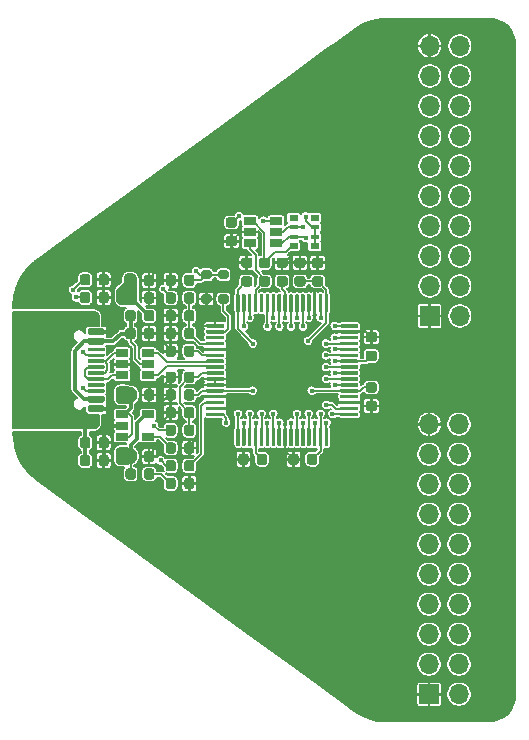
<source format=gbr>
G04 #@! TF.GenerationSoftware,KiCad,Pcbnew,(5.1.6-0-10_14)*
G04 #@! TF.CreationDate,2020-09-25T04:26:35-07:00*
G04 #@! TF.ProjectId,FT2232H_USB-C_to_2x10_1.27_F_RA,46543232-3332-4485-9f55-53422d435f74,rev?*
G04 #@! TF.SameCoordinates,Original*
G04 #@! TF.FileFunction,Copper,L1,Top*
G04 #@! TF.FilePolarity,Positive*
%FSLAX46Y46*%
G04 Gerber Fmt 4.6, Leading zero omitted, Abs format (unit mm)*
G04 Created by KiCad (PCBNEW (5.1.6-0-10_14)) date 2020-09-25 04:26:35*
%MOMM*%
%LPD*%
G01*
G04 APERTURE LIST*
G04 #@! TA.AperFunction,SMDPad,CuDef*
%ADD10R,1.060000X0.650000*%
G04 #@! TD*
G04 #@! TA.AperFunction,ComponentPad*
%ADD11C,0.800000*%
G04 #@! TD*
G04 #@! TA.AperFunction,ComponentPad*
%ADD12C,6.400000*%
G04 #@! TD*
G04 #@! TA.AperFunction,ComponentPad*
%ADD13O,1.600000X1.000000*%
G04 #@! TD*
G04 #@! TA.AperFunction,ComponentPad*
%ADD14O,2.100000X1.000000*%
G04 #@! TD*
G04 #@! TA.AperFunction,ComponentPad*
%ADD15O,1.700000X1.700000*%
G04 #@! TD*
G04 #@! TA.AperFunction,ComponentPad*
%ADD16R,1.700000X1.700000*%
G04 #@! TD*
G04 #@! TA.AperFunction,SMDPad,CuDef*
%ADD17R,0.800000X0.500000*%
G04 #@! TD*
G04 #@! TA.AperFunction,SMDPad,CuDef*
%ADD18R,0.800000X0.400000*%
G04 #@! TD*
G04 #@! TA.AperFunction,ViaPad*
%ADD19C,0.450000*%
G04 #@! TD*
G04 #@! TA.AperFunction,Conductor*
%ADD20C,0.150000*%
G04 #@! TD*
G04 #@! TA.AperFunction,Conductor*
%ADD21C,0.300000*%
G04 #@! TD*
G04 APERTURE END LIST*
D10*
X149650000Y-100778000D03*
X149650000Y-102678000D03*
X147450000Y-102678000D03*
X147450000Y-101728000D03*
X147450000Y-100778000D03*
G04 #@! TA.AperFunction,SMDPad,CuDef*
G36*
G01*
X152700000Y-103884250D02*
X152700000Y-103371750D01*
G75*
G02*
X152918750Y-103153000I218750J0D01*
G01*
X153356250Y-103153000D01*
G75*
G02*
X153575000Y-103371750I0J-218750D01*
G01*
X153575000Y-103884250D01*
G75*
G02*
X153356250Y-104103000I-218750J0D01*
G01*
X152918750Y-104103000D01*
G75*
G02*
X152700000Y-103884250I0J218750D01*
G01*
G37*
G04 #@! TD.AperFunction*
G04 #@! TA.AperFunction,SMDPad,CuDef*
G36*
G01*
X151125000Y-103884250D02*
X151125000Y-103371750D01*
G75*
G02*
X151343750Y-103153000I218750J0D01*
G01*
X151781250Y-103153000D01*
G75*
G02*
X152000000Y-103371750I0J-218750D01*
G01*
X152000000Y-103884250D01*
G75*
G02*
X151781250Y-104103000I-218750J0D01*
G01*
X151343750Y-104103000D01*
G75*
G02*
X151125000Y-103884250I0J218750D01*
G01*
G37*
G04 #@! TD.AperFunction*
D11*
X161347056Y-77330944D03*
X159650000Y-76628000D03*
X157952944Y-77330944D03*
X157250000Y-79028000D03*
X157952944Y-80725056D03*
X159650000Y-81428000D03*
X161347056Y-80725056D03*
X162050000Y-79028000D03*
D12*
X159650000Y-79028000D03*
D11*
X161347056Y-113330944D03*
X159650000Y-112628000D03*
X157952944Y-113330944D03*
X157250000Y-115028000D03*
X157952944Y-116725056D03*
X159650000Y-117428000D03*
X161347056Y-116725056D03*
X162050000Y-115028000D03*
D12*
X159650000Y-115028000D03*
D13*
X140150000Y-101348000D03*
X140150000Y-92708000D03*
D14*
X144330000Y-92708000D03*
X144330000Y-101348000D03*
G04 #@! TA.AperFunction,SMDPad,CuDef*
G36*
G01*
X144595000Y-96628000D02*
X145895000Y-96628000D01*
G75*
G02*
X145970000Y-96703000I0J-75000D01*
G01*
X145970000Y-96853000D01*
G75*
G02*
X145895000Y-96928000I-75000J0D01*
G01*
X144595000Y-96928000D01*
G75*
G02*
X144520000Y-96853000I0J75000D01*
G01*
X144520000Y-96703000D01*
G75*
G02*
X144595000Y-96628000I75000J0D01*
G01*
G37*
G04 #@! TD.AperFunction*
G04 #@! TA.AperFunction,SMDPad,CuDef*
G36*
G01*
X144595000Y-98628000D02*
X145895000Y-98628000D01*
G75*
G02*
X145970000Y-98703000I0J-75000D01*
G01*
X145970000Y-98853000D01*
G75*
G02*
X145895000Y-98928000I-75000J0D01*
G01*
X144595000Y-98928000D01*
G75*
G02*
X144520000Y-98853000I0J75000D01*
G01*
X144520000Y-98703000D01*
G75*
G02*
X144595000Y-98628000I75000J0D01*
G01*
G37*
G04 #@! TD.AperFunction*
G04 #@! TA.AperFunction,SMDPad,CuDef*
G36*
G01*
X144595000Y-98128000D02*
X145895000Y-98128000D01*
G75*
G02*
X145970000Y-98203000I0J-75000D01*
G01*
X145970000Y-98353000D01*
G75*
G02*
X145895000Y-98428000I-75000J0D01*
G01*
X144595000Y-98428000D01*
G75*
G02*
X144520000Y-98353000I0J75000D01*
G01*
X144520000Y-98203000D01*
G75*
G02*
X144595000Y-98128000I75000J0D01*
G01*
G37*
G04 #@! TD.AperFunction*
G04 #@! TA.AperFunction,SMDPad,CuDef*
G36*
G01*
X144595000Y-97628000D02*
X145895000Y-97628000D01*
G75*
G02*
X145970000Y-97703000I0J-75000D01*
G01*
X145970000Y-97853000D01*
G75*
G02*
X145895000Y-97928000I-75000J0D01*
G01*
X144595000Y-97928000D01*
G75*
G02*
X144520000Y-97853000I0J75000D01*
G01*
X144520000Y-97703000D01*
G75*
G02*
X144595000Y-97628000I75000J0D01*
G01*
G37*
G04 #@! TD.AperFunction*
G04 #@! TA.AperFunction,SMDPad,CuDef*
G36*
G01*
X144595000Y-97128000D02*
X145895000Y-97128000D01*
G75*
G02*
X145970000Y-97203000I0J-75000D01*
G01*
X145970000Y-97353000D01*
G75*
G02*
X145895000Y-97428000I-75000J0D01*
G01*
X144595000Y-97428000D01*
G75*
G02*
X144520000Y-97353000I0J75000D01*
G01*
X144520000Y-97203000D01*
G75*
G02*
X144595000Y-97128000I75000J0D01*
G01*
G37*
G04 #@! TD.AperFunction*
G04 #@! TA.AperFunction,SMDPad,CuDef*
G36*
G01*
X144595000Y-96128000D02*
X145895000Y-96128000D01*
G75*
G02*
X145970000Y-96203000I0J-75000D01*
G01*
X145970000Y-96353000D01*
G75*
G02*
X145895000Y-96428000I-75000J0D01*
G01*
X144595000Y-96428000D01*
G75*
G02*
X144520000Y-96353000I0J75000D01*
G01*
X144520000Y-96203000D01*
G75*
G02*
X144595000Y-96128000I75000J0D01*
G01*
G37*
G04 #@! TD.AperFunction*
G04 #@! TA.AperFunction,SMDPad,CuDef*
G36*
G01*
X144595000Y-95628000D02*
X145895000Y-95628000D01*
G75*
G02*
X145970000Y-95703000I0J-75000D01*
G01*
X145970000Y-95853000D01*
G75*
G02*
X145895000Y-95928000I-75000J0D01*
G01*
X144595000Y-95928000D01*
G75*
G02*
X144520000Y-95853000I0J75000D01*
G01*
X144520000Y-95703000D01*
G75*
G02*
X144595000Y-95628000I75000J0D01*
G01*
G37*
G04 #@! TD.AperFunction*
G04 #@! TA.AperFunction,SMDPad,CuDef*
G36*
G01*
X144595000Y-95128000D02*
X145895000Y-95128000D01*
G75*
G02*
X145970000Y-95203000I0J-75000D01*
G01*
X145970000Y-95353000D01*
G75*
G02*
X145895000Y-95428000I-75000J0D01*
G01*
X144595000Y-95428000D01*
G75*
G02*
X144520000Y-95353000I0J75000D01*
G01*
X144520000Y-95203000D01*
G75*
G02*
X144595000Y-95128000I75000J0D01*
G01*
G37*
G04 #@! TD.AperFunction*
G04 #@! TA.AperFunction,SMDPad,CuDef*
G36*
G01*
X144670000Y-99978000D02*
X145820000Y-99978000D01*
G75*
G02*
X145970000Y-100128000I0J-150000D01*
G01*
X145970000Y-100428000D01*
G75*
G02*
X145820000Y-100578000I-150000J0D01*
G01*
X144670000Y-100578000D01*
G75*
G02*
X144520000Y-100428000I0J150000D01*
G01*
X144520000Y-100128000D01*
G75*
G02*
X144670000Y-99978000I150000J0D01*
G01*
G37*
G04 #@! TD.AperFunction*
G04 #@! TA.AperFunction,SMDPad,CuDef*
G36*
G01*
X144670000Y-99178000D02*
X145820000Y-99178000D01*
G75*
G02*
X145970000Y-99328000I0J-150000D01*
G01*
X145970000Y-99628000D01*
G75*
G02*
X145820000Y-99778000I-150000J0D01*
G01*
X144670000Y-99778000D01*
G75*
G02*
X144520000Y-99628000I0J150000D01*
G01*
X144520000Y-99328000D01*
G75*
G02*
X144670000Y-99178000I150000J0D01*
G01*
G37*
G04 #@! TD.AperFunction*
G04 #@! TA.AperFunction,SMDPad,CuDef*
G36*
G01*
X144670000Y-94278000D02*
X145820000Y-94278000D01*
G75*
G02*
X145970000Y-94428000I0J-150000D01*
G01*
X145970000Y-94728000D01*
G75*
G02*
X145820000Y-94878000I-150000J0D01*
G01*
X144670000Y-94878000D01*
G75*
G02*
X144520000Y-94728000I0J150000D01*
G01*
X144520000Y-94428000D01*
G75*
G02*
X144670000Y-94278000I150000J0D01*
G01*
G37*
G04 #@! TD.AperFunction*
G04 #@! TA.AperFunction,SMDPad,CuDef*
G36*
G01*
X144670000Y-93478000D02*
X145820000Y-93478000D01*
G75*
G02*
X145970000Y-93628000I0J-150000D01*
G01*
X145970000Y-93928000D01*
G75*
G02*
X145820000Y-94078000I-150000J0D01*
G01*
X144670000Y-94078000D01*
G75*
G02*
X144520000Y-93928000I0J150000D01*
G01*
X144520000Y-93628000D01*
G75*
G02*
X144670000Y-93478000I150000J0D01*
G01*
G37*
G04 #@! TD.AperFunction*
G04 #@! TA.AperFunction,SMDPad,CuDef*
G36*
G01*
X144670000Y-93478000D02*
X145820000Y-93478000D01*
G75*
G02*
X145970000Y-93628000I0J-150000D01*
G01*
X145970000Y-93928000D01*
G75*
G02*
X145820000Y-94078000I-150000J0D01*
G01*
X144670000Y-94078000D01*
G75*
G02*
X144520000Y-93928000I0J150000D01*
G01*
X144520000Y-93628000D01*
G75*
G02*
X144670000Y-93478000I150000J0D01*
G01*
G37*
G04 #@! TD.AperFunction*
G04 #@! TA.AperFunction,SMDPad,CuDef*
G36*
G01*
X144670000Y-94278000D02*
X145820000Y-94278000D01*
G75*
G02*
X145970000Y-94428000I0J-150000D01*
G01*
X145970000Y-94728000D01*
G75*
G02*
X145820000Y-94878000I-150000J0D01*
G01*
X144670000Y-94878000D01*
G75*
G02*
X144520000Y-94728000I0J150000D01*
G01*
X144520000Y-94428000D01*
G75*
G02*
X144670000Y-94278000I150000J0D01*
G01*
G37*
G04 #@! TD.AperFunction*
G04 #@! TA.AperFunction,SMDPad,CuDef*
G36*
G01*
X144670000Y-99178000D02*
X145820000Y-99178000D01*
G75*
G02*
X145970000Y-99328000I0J-150000D01*
G01*
X145970000Y-99628000D01*
G75*
G02*
X145820000Y-99778000I-150000J0D01*
G01*
X144670000Y-99778000D01*
G75*
G02*
X144520000Y-99628000I0J150000D01*
G01*
X144520000Y-99328000D01*
G75*
G02*
X144670000Y-99178000I150000J0D01*
G01*
G37*
G04 #@! TD.AperFunction*
G04 #@! TA.AperFunction,SMDPad,CuDef*
G36*
G01*
X144670000Y-99978000D02*
X145820000Y-99978000D01*
G75*
G02*
X145970000Y-100128000I0J-150000D01*
G01*
X145970000Y-100428000D01*
G75*
G02*
X145820000Y-100578000I-150000J0D01*
G01*
X144670000Y-100578000D01*
G75*
G02*
X144520000Y-100428000I0J150000D01*
G01*
X144520000Y-100128000D01*
G75*
G02*
X144670000Y-99978000I150000J0D01*
G01*
G37*
G04 #@! TD.AperFunction*
G04 #@! TA.AperFunction,SMDPad,CuDef*
G36*
G01*
X145450000Y-91134250D02*
X145450000Y-90621750D01*
G75*
G02*
X145668750Y-90403000I218750J0D01*
G01*
X146106250Y-90403000D01*
G75*
G02*
X146325000Y-90621750I0J-218750D01*
G01*
X146325000Y-91134250D01*
G75*
G02*
X146106250Y-91353000I-218750J0D01*
G01*
X145668750Y-91353000D01*
G75*
G02*
X145450000Y-91134250I0J218750D01*
G01*
G37*
G04 #@! TD.AperFunction*
G04 #@! TA.AperFunction,SMDPad,CuDef*
G36*
G01*
X143875000Y-91134250D02*
X143875000Y-90621750D01*
G75*
G02*
X144093750Y-90403000I218750J0D01*
G01*
X144531250Y-90403000D01*
G75*
G02*
X144750000Y-90621750I0J-218750D01*
G01*
X144750000Y-91134250D01*
G75*
G02*
X144531250Y-91353000I-218750J0D01*
G01*
X144093750Y-91353000D01*
G75*
G02*
X143875000Y-91134250I0J218750D01*
G01*
G37*
G04 #@! TD.AperFunction*
G04 #@! TA.AperFunction,SMDPad,CuDef*
G36*
G01*
X145450000Y-89634250D02*
X145450000Y-89121750D01*
G75*
G02*
X145668750Y-88903000I218750J0D01*
G01*
X146106250Y-88903000D01*
G75*
G02*
X146325000Y-89121750I0J-218750D01*
G01*
X146325000Y-89634250D01*
G75*
G02*
X146106250Y-89853000I-218750J0D01*
G01*
X145668750Y-89853000D01*
G75*
G02*
X145450000Y-89634250I0J218750D01*
G01*
G37*
G04 #@! TD.AperFunction*
G04 #@! TA.AperFunction,SMDPad,CuDef*
G36*
G01*
X143875000Y-89634250D02*
X143875000Y-89121750D01*
G75*
G02*
X144093750Y-88903000I218750J0D01*
G01*
X144531250Y-88903000D01*
G75*
G02*
X144750000Y-89121750I0J-218750D01*
G01*
X144750000Y-89634250D01*
G75*
G02*
X144531250Y-89853000I-218750J0D01*
G01*
X144093750Y-89853000D01*
G75*
G02*
X143875000Y-89634250I0J218750D01*
G01*
G37*
G04 #@! TD.AperFunction*
D15*
X176034000Y-69582000D03*
X173494000Y-69582000D03*
X176034000Y-72122000D03*
X173494000Y-72122000D03*
X176034000Y-74662000D03*
X173494000Y-74662000D03*
X176034000Y-77202000D03*
X173494000Y-77202000D03*
X176034000Y-79742000D03*
X173494000Y-79742000D03*
X176034000Y-82282000D03*
X173494000Y-82282000D03*
X176034000Y-84822000D03*
X173494000Y-84822000D03*
X176034000Y-87362000D03*
X173494000Y-87362000D03*
X176034000Y-89902000D03*
X173494000Y-89902000D03*
X176034000Y-92442000D03*
D16*
X173494000Y-92442000D03*
D15*
X175984000Y-101614000D03*
X173444000Y-101614000D03*
X175984000Y-104154000D03*
X173444000Y-104154000D03*
X175984000Y-106694000D03*
X173444000Y-106694000D03*
X175984000Y-109234000D03*
X173444000Y-109234000D03*
X175984000Y-111774000D03*
X173444000Y-111774000D03*
X175984000Y-114314000D03*
X173444000Y-114314000D03*
X175984000Y-116854000D03*
X173444000Y-116854000D03*
X175984000Y-119394000D03*
X173444000Y-119394000D03*
X175984000Y-121934000D03*
X173444000Y-121934000D03*
X175984000Y-124474000D03*
D16*
X173444000Y-124474000D03*
D17*
X163758147Y-86537010D03*
D18*
X163758147Y-85737010D03*
D17*
X163758147Y-84137010D03*
D18*
X163758147Y-84937010D03*
D17*
X161958147Y-86537010D03*
D18*
X161958147Y-84937010D03*
X161958147Y-85737010D03*
D17*
X161958147Y-84137010D03*
G04 #@! TA.AperFunction,SMDPad,CuDef*
G36*
G01*
X155775000Y-88553000D02*
X156275000Y-88553000D01*
G75*
G02*
X156475000Y-88753000I0J-200000D01*
G01*
X156475000Y-89153000D01*
G75*
G02*
X156275000Y-89353000I-200000J0D01*
G01*
X155775000Y-89353000D01*
G75*
G02*
X155575000Y-89153000I0J200000D01*
G01*
X155575000Y-88753000D01*
G75*
G02*
X155775000Y-88553000I200000J0D01*
G01*
G37*
G04 #@! TD.AperFunction*
G04 #@! TA.AperFunction,SMDPad,CuDef*
G36*
G01*
X154325000Y-88553000D02*
X154825000Y-88553000D01*
G75*
G02*
X155025000Y-88753000I0J-200000D01*
G01*
X155025000Y-89153000D01*
G75*
G02*
X154825000Y-89353000I-200000J0D01*
G01*
X154325000Y-89353000D01*
G75*
G02*
X154125000Y-89153000I0J200000D01*
G01*
X154125000Y-88753000D01*
G75*
G02*
X154325000Y-88553000I200000J0D01*
G01*
G37*
G04 #@! TD.AperFunction*
G04 #@! TA.AperFunction,SMDPad,CuDef*
G36*
G01*
X155775000Y-90602999D02*
X156275000Y-90602999D01*
G75*
G02*
X156475000Y-90802999I0J-200000D01*
G01*
X156475000Y-91202999D01*
G75*
G02*
X156275000Y-91402999I-200000J0D01*
G01*
X155775000Y-91402999D01*
G75*
G02*
X155575000Y-91202999I0J200000D01*
G01*
X155575000Y-90802999D01*
G75*
G02*
X155775000Y-90602999I200000J0D01*
G01*
G37*
G04 #@! TD.AperFunction*
G04 #@! TA.AperFunction,SMDPad,CuDef*
G36*
G01*
X154325000Y-90602999D02*
X154825000Y-90602999D01*
G75*
G02*
X155025000Y-90802999I0J-200000D01*
G01*
X155025000Y-91202999D01*
G75*
G02*
X154825000Y-91402999I-200000J0D01*
G01*
X154325000Y-91402999D01*
G75*
G02*
X154125000Y-91202999I0J200000D01*
G01*
X154125000Y-90802999D01*
G75*
G02*
X154325000Y-90602999I200000J0D01*
G01*
G37*
G04 #@! TD.AperFunction*
D10*
X149650000Y-96528000D03*
X149650000Y-95578000D03*
X149650000Y-97478000D03*
X147450000Y-97478000D03*
X147450000Y-96528000D03*
X147450000Y-95578000D03*
X160458147Y-85337009D03*
X160458147Y-84387009D03*
X160458147Y-86287009D03*
X158258147Y-86287009D03*
X158258147Y-85337009D03*
X158258147Y-84387009D03*
G04 #@! TA.AperFunction,SMDPad,CuDef*
G36*
G01*
X157100000Y-92053000D02*
X157100000Y-90653000D01*
G75*
G02*
X157175000Y-90578000I75000J0D01*
G01*
X157325000Y-90578000D01*
G75*
G02*
X157400000Y-90653000I0J-75000D01*
G01*
X157400000Y-92053000D01*
G75*
G02*
X157325000Y-92128000I-75000J0D01*
G01*
X157175000Y-92128000D01*
G75*
G02*
X157100000Y-92053000I0J75000D01*
G01*
G37*
G04 #@! TD.AperFunction*
G04 #@! TA.AperFunction,SMDPad,CuDef*
G36*
G01*
X157600000Y-92053000D02*
X157600000Y-90653000D01*
G75*
G02*
X157675000Y-90578000I75000J0D01*
G01*
X157825000Y-90578000D01*
G75*
G02*
X157900000Y-90653000I0J-75000D01*
G01*
X157900000Y-92053000D01*
G75*
G02*
X157825000Y-92128000I-75000J0D01*
G01*
X157675000Y-92128000D01*
G75*
G02*
X157600000Y-92053000I0J75000D01*
G01*
G37*
G04 #@! TD.AperFunction*
G04 #@! TA.AperFunction,SMDPad,CuDef*
G36*
G01*
X158100000Y-92053000D02*
X158100000Y-90653000D01*
G75*
G02*
X158175000Y-90578000I75000J0D01*
G01*
X158325000Y-90578000D01*
G75*
G02*
X158400000Y-90653000I0J-75000D01*
G01*
X158400000Y-92053000D01*
G75*
G02*
X158325000Y-92128000I-75000J0D01*
G01*
X158175000Y-92128000D01*
G75*
G02*
X158100000Y-92053000I0J75000D01*
G01*
G37*
G04 #@! TD.AperFunction*
G04 #@! TA.AperFunction,SMDPad,CuDef*
G36*
G01*
X158600000Y-92053000D02*
X158600000Y-90653000D01*
G75*
G02*
X158675000Y-90578000I75000J0D01*
G01*
X158825000Y-90578000D01*
G75*
G02*
X158900000Y-90653000I0J-75000D01*
G01*
X158900000Y-92053000D01*
G75*
G02*
X158825000Y-92128000I-75000J0D01*
G01*
X158675000Y-92128000D01*
G75*
G02*
X158600000Y-92053000I0J75000D01*
G01*
G37*
G04 #@! TD.AperFunction*
G04 #@! TA.AperFunction,SMDPad,CuDef*
G36*
G01*
X159100000Y-92053000D02*
X159100000Y-90653000D01*
G75*
G02*
X159175000Y-90578000I75000J0D01*
G01*
X159325000Y-90578000D01*
G75*
G02*
X159400000Y-90653000I0J-75000D01*
G01*
X159400000Y-92053000D01*
G75*
G02*
X159325000Y-92128000I-75000J0D01*
G01*
X159175000Y-92128000D01*
G75*
G02*
X159100000Y-92053000I0J75000D01*
G01*
G37*
G04 #@! TD.AperFunction*
G04 #@! TA.AperFunction,SMDPad,CuDef*
G36*
G01*
X159600000Y-92053000D02*
X159600000Y-90653000D01*
G75*
G02*
X159675000Y-90578000I75000J0D01*
G01*
X159825000Y-90578000D01*
G75*
G02*
X159900000Y-90653000I0J-75000D01*
G01*
X159900000Y-92053000D01*
G75*
G02*
X159825000Y-92128000I-75000J0D01*
G01*
X159675000Y-92128000D01*
G75*
G02*
X159600000Y-92053000I0J75000D01*
G01*
G37*
G04 #@! TD.AperFunction*
G04 #@! TA.AperFunction,SMDPad,CuDef*
G36*
G01*
X160100000Y-92053000D02*
X160100000Y-90653000D01*
G75*
G02*
X160175000Y-90578000I75000J0D01*
G01*
X160325000Y-90578000D01*
G75*
G02*
X160400000Y-90653000I0J-75000D01*
G01*
X160400000Y-92053000D01*
G75*
G02*
X160325000Y-92128000I-75000J0D01*
G01*
X160175000Y-92128000D01*
G75*
G02*
X160100000Y-92053000I0J75000D01*
G01*
G37*
G04 #@! TD.AperFunction*
G04 #@! TA.AperFunction,SMDPad,CuDef*
G36*
G01*
X160600000Y-92053000D02*
X160600000Y-90653000D01*
G75*
G02*
X160675000Y-90578000I75000J0D01*
G01*
X160825000Y-90578000D01*
G75*
G02*
X160900000Y-90653000I0J-75000D01*
G01*
X160900000Y-92053000D01*
G75*
G02*
X160825000Y-92128000I-75000J0D01*
G01*
X160675000Y-92128000D01*
G75*
G02*
X160600000Y-92053000I0J75000D01*
G01*
G37*
G04 #@! TD.AperFunction*
G04 #@! TA.AperFunction,SMDPad,CuDef*
G36*
G01*
X161100000Y-92053000D02*
X161100000Y-90653000D01*
G75*
G02*
X161175000Y-90578000I75000J0D01*
G01*
X161325000Y-90578000D01*
G75*
G02*
X161400000Y-90653000I0J-75000D01*
G01*
X161400000Y-92053000D01*
G75*
G02*
X161325000Y-92128000I-75000J0D01*
G01*
X161175000Y-92128000D01*
G75*
G02*
X161100000Y-92053000I0J75000D01*
G01*
G37*
G04 #@! TD.AperFunction*
G04 #@! TA.AperFunction,SMDPad,CuDef*
G36*
G01*
X161600000Y-92053000D02*
X161600000Y-90653000D01*
G75*
G02*
X161675000Y-90578000I75000J0D01*
G01*
X161825000Y-90578000D01*
G75*
G02*
X161900000Y-90653000I0J-75000D01*
G01*
X161900000Y-92053000D01*
G75*
G02*
X161825000Y-92128000I-75000J0D01*
G01*
X161675000Y-92128000D01*
G75*
G02*
X161600000Y-92053000I0J75000D01*
G01*
G37*
G04 #@! TD.AperFunction*
G04 #@! TA.AperFunction,SMDPad,CuDef*
G36*
G01*
X162100000Y-92053000D02*
X162100000Y-90653000D01*
G75*
G02*
X162175000Y-90578000I75000J0D01*
G01*
X162325000Y-90578000D01*
G75*
G02*
X162400000Y-90653000I0J-75000D01*
G01*
X162400000Y-92053000D01*
G75*
G02*
X162325000Y-92128000I-75000J0D01*
G01*
X162175000Y-92128000D01*
G75*
G02*
X162100000Y-92053000I0J75000D01*
G01*
G37*
G04 #@! TD.AperFunction*
G04 #@! TA.AperFunction,SMDPad,CuDef*
G36*
G01*
X162600000Y-92053000D02*
X162600000Y-90653000D01*
G75*
G02*
X162675000Y-90578000I75000J0D01*
G01*
X162825000Y-90578000D01*
G75*
G02*
X162900000Y-90653000I0J-75000D01*
G01*
X162900000Y-92053000D01*
G75*
G02*
X162825000Y-92128000I-75000J0D01*
G01*
X162675000Y-92128000D01*
G75*
G02*
X162600000Y-92053000I0J75000D01*
G01*
G37*
G04 #@! TD.AperFunction*
G04 #@! TA.AperFunction,SMDPad,CuDef*
G36*
G01*
X163100000Y-92053000D02*
X163100000Y-90653000D01*
G75*
G02*
X163175000Y-90578000I75000J0D01*
G01*
X163325000Y-90578000D01*
G75*
G02*
X163400000Y-90653000I0J-75000D01*
G01*
X163400000Y-92053000D01*
G75*
G02*
X163325000Y-92128000I-75000J0D01*
G01*
X163175000Y-92128000D01*
G75*
G02*
X163100000Y-92053000I0J75000D01*
G01*
G37*
G04 #@! TD.AperFunction*
G04 #@! TA.AperFunction,SMDPad,CuDef*
G36*
G01*
X163600000Y-92053000D02*
X163600000Y-90653000D01*
G75*
G02*
X163675000Y-90578000I75000J0D01*
G01*
X163825000Y-90578000D01*
G75*
G02*
X163900000Y-90653000I0J-75000D01*
G01*
X163900000Y-92053000D01*
G75*
G02*
X163825000Y-92128000I-75000J0D01*
G01*
X163675000Y-92128000D01*
G75*
G02*
X163600000Y-92053000I0J75000D01*
G01*
G37*
G04 #@! TD.AperFunction*
G04 #@! TA.AperFunction,SMDPad,CuDef*
G36*
G01*
X164100000Y-92053000D02*
X164100000Y-90653000D01*
G75*
G02*
X164175000Y-90578000I75000J0D01*
G01*
X164325000Y-90578000D01*
G75*
G02*
X164400000Y-90653000I0J-75000D01*
G01*
X164400000Y-92053000D01*
G75*
G02*
X164325000Y-92128000I-75000J0D01*
G01*
X164175000Y-92128000D01*
G75*
G02*
X164100000Y-92053000I0J75000D01*
G01*
G37*
G04 #@! TD.AperFunction*
G04 #@! TA.AperFunction,SMDPad,CuDef*
G36*
G01*
X164600000Y-92053000D02*
X164600000Y-90653000D01*
G75*
G02*
X164675000Y-90578000I75000J0D01*
G01*
X164825000Y-90578000D01*
G75*
G02*
X164900000Y-90653000I0J-75000D01*
G01*
X164900000Y-92053000D01*
G75*
G02*
X164825000Y-92128000I-75000J0D01*
G01*
X164675000Y-92128000D01*
G75*
G02*
X164600000Y-92053000I0J75000D01*
G01*
G37*
G04 #@! TD.AperFunction*
G04 #@! TA.AperFunction,SMDPad,CuDef*
G36*
G01*
X165900000Y-93353000D02*
X165900000Y-93203000D01*
G75*
G02*
X165975000Y-93128000I75000J0D01*
G01*
X167375000Y-93128000D01*
G75*
G02*
X167450000Y-93203000I0J-75000D01*
G01*
X167450000Y-93353000D01*
G75*
G02*
X167375000Y-93428000I-75000J0D01*
G01*
X165975000Y-93428000D01*
G75*
G02*
X165900000Y-93353000I0J75000D01*
G01*
G37*
G04 #@! TD.AperFunction*
G04 #@! TA.AperFunction,SMDPad,CuDef*
G36*
G01*
X165900000Y-93853000D02*
X165900000Y-93703000D01*
G75*
G02*
X165975000Y-93628000I75000J0D01*
G01*
X167375000Y-93628000D01*
G75*
G02*
X167450000Y-93703000I0J-75000D01*
G01*
X167450000Y-93853000D01*
G75*
G02*
X167375000Y-93928000I-75000J0D01*
G01*
X165975000Y-93928000D01*
G75*
G02*
X165900000Y-93853000I0J75000D01*
G01*
G37*
G04 #@! TD.AperFunction*
G04 #@! TA.AperFunction,SMDPad,CuDef*
G36*
G01*
X165900000Y-94353000D02*
X165900000Y-94203000D01*
G75*
G02*
X165975000Y-94128000I75000J0D01*
G01*
X167375000Y-94128000D01*
G75*
G02*
X167450000Y-94203000I0J-75000D01*
G01*
X167450000Y-94353000D01*
G75*
G02*
X167375000Y-94428000I-75000J0D01*
G01*
X165975000Y-94428000D01*
G75*
G02*
X165900000Y-94353000I0J75000D01*
G01*
G37*
G04 #@! TD.AperFunction*
G04 #@! TA.AperFunction,SMDPad,CuDef*
G36*
G01*
X165900000Y-94853000D02*
X165900000Y-94703000D01*
G75*
G02*
X165975000Y-94628000I75000J0D01*
G01*
X167375000Y-94628000D01*
G75*
G02*
X167450000Y-94703000I0J-75000D01*
G01*
X167450000Y-94853000D01*
G75*
G02*
X167375000Y-94928000I-75000J0D01*
G01*
X165975000Y-94928000D01*
G75*
G02*
X165900000Y-94853000I0J75000D01*
G01*
G37*
G04 #@! TD.AperFunction*
G04 #@! TA.AperFunction,SMDPad,CuDef*
G36*
G01*
X165900000Y-95353000D02*
X165900000Y-95203000D01*
G75*
G02*
X165975000Y-95128000I75000J0D01*
G01*
X167375000Y-95128000D01*
G75*
G02*
X167450000Y-95203000I0J-75000D01*
G01*
X167450000Y-95353000D01*
G75*
G02*
X167375000Y-95428000I-75000J0D01*
G01*
X165975000Y-95428000D01*
G75*
G02*
X165900000Y-95353000I0J75000D01*
G01*
G37*
G04 #@! TD.AperFunction*
G04 #@! TA.AperFunction,SMDPad,CuDef*
G36*
G01*
X165900000Y-95853000D02*
X165900000Y-95703000D01*
G75*
G02*
X165975000Y-95628000I75000J0D01*
G01*
X167375000Y-95628000D01*
G75*
G02*
X167450000Y-95703000I0J-75000D01*
G01*
X167450000Y-95853000D01*
G75*
G02*
X167375000Y-95928000I-75000J0D01*
G01*
X165975000Y-95928000D01*
G75*
G02*
X165900000Y-95853000I0J75000D01*
G01*
G37*
G04 #@! TD.AperFunction*
G04 #@! TA.AperFunction,SMDPad,CuDef*
G36*
G01*
X165900000Y-96353000D02*
X165900000Y-96203000D01*
G75*
G02*
X165975000Y-96128000I75000J0D01*
G01*
X167375000Y-96128000D01*
G75*
G02*
X167450000Y-96203000I0J-75000D01*
G01*
X167450000Y-96353000D01*
G75*
G02*
X167375000Y-96428000I-75000J0D01*
G01*
X165975000Y-96428000D01*
G75*
G02*
X165900000Y-96353000I0J75000D01*
G01*
G37*
G04 #@! TD.AperFunction*
G04 #@! TA.AperFunction,SMDPad,CuDef*
G36*
G01*
X165900000Y-96853000D02*
X165900000Y-96703000D01*
G75*
G02*
X165975000Y-96628000I75000J0D01*
G01*
X167375000Y-96628000D01*
G75*
G02*
X167450000Y-96703000I0J-75000D01*
G01*
X167450000Y-96853000D01*
G75*
G02*
X167375000Y-96928000I-75000J0D01*
G01*
X165975000Y-96928000D01*
G75*
G02*
X165900000Y-96853000I0J75000D01*
G01*
G37*
G04 #@! TD.AperFunction*
G04 #@! TA.AperFunction,SMDPad,CuDef*
G36*
G01*
X165900000Y-97353000D02*
X165900000Y-97203000D01*
G75*
G02*
X165975000Y-97128000I75000J0D01*
G01*
X167375000Y-97128000D01*
G75*
G02*
X167450000Y-97203000I0J-75000D01*
G01*
X167450000Y-97353000D01*
G75*
G02*
X167375000Y-97428000I-75000J0D01*
G01*
X165975000Y-97428000D01*
G75*
G02*
X165900000Y-97353000I0J75000D01*
G01*
G37*
G04 #@! TD.AperFunction*
G04 #@! TA.AperFunction,SMDPad,CuDef*
G36*
G01*
X165900000Y-97853000D02*
X165900000Y-97703000D01*
G75*
G02*
X165975000Y-97628000I75000J0D01*
G01*
X167375000Y-97628000D01*
G75*
G02*
X167450000Y-97703000I0J-75000D01*
G01*
X167450000Y-97853000D01*
G75*
G02*
X167375000Y-97928000I-75000J0D01*
G01*
X165975000Y-97928000D01*
G75*
G02*
X165900000Y-97853000I0J75000D01*
G01*
G37*
G04 #@! TD.AperFunction*
G04 #@! TA.AperFunction,SMDPad,CuDef*
G36*
G01*
X165900000Y-98353000D02*
X165900000Y-98203000D01*
G75*
G02*
X165975000Y-98128000I75000J0D01*
G01*
X167375000Y-98128000D01*
G75*
G02*
X167450000Y-98203000I0J-75000D01*
G01*
X167450000Y-98353000D01*
G75*
G02*
X167375000Y-98428000I-75000J0D01*
G01*
X165975000Y-98428000D01*
G75*
G02*
X165900000Y-98353000I0J75000D01*
G01*
G37*
G04 #@! TD.AperFunction*
G04 #@! TA.AperFunction,SMDPad,CuDef*
G36*
G01*
X165900000Y-98853000D02*
X165900000Y-98703000D01*
G75*
G02*
X165975000Y-98628000I75000J0D01*
G01*
X167375000Y-98628000D01*
G75*
G02*
X167450000Y-98703000I0J-75000D01*
G01*
X167450000Y-98853000D01*
G75*
G02*
X167375000Y-98928000I-75000J0D01*
G01*
X165975000Y-98928000D01*
G75*
G02*
X165900000Y-98853000I0J75000D01*
G01*
G37*
G04 #@! TD.AperFunction*
G04 #@! TA.AperFunction,SMDPad,CuDef*
G36*
G01*
X165900000Y-99353000D02*
X165900000Y-99203000D01*
G75*
G02*
X165975000Y-99128000I75000J0D01*
G01*
X167375000Y-99128000D01*
G75*
G02*
X167450000Y-99203000I0J-75000D01*
G01*
X167450000Y-99353000D01*
G75*
G02*
X167375000Y-99428000I-75000J0D01*
G01*
X165975000Y-99428000D01*
G75*
G02*
X165900000Y-99353000I0J75000D01*
G01*
G37*
G04 #@! TD.AperFunction*
G04 #@! TA.AperFunction,SMDPad,CuDef*
G36*
G01*
X165900000Y-99853000D02*
X165900000Y-99703000D01*
G75*
G02*
X165975000Y-99628000I75000J0D01*
G01*
X167375000Y-99628000D01*
G75*
G02*
X167450000Y-99703000I0J-75000D01*
G01*
X167450000Y-99853000D01*
G75*
G02*
X167375000Y-99928000I-75000J0D01*
G01*
X165975000Y-99928000D01*
G75*
G02*
X165900000Y-99853000I0J75000D01*
G01*
G37*
G04 #@! TD.AperFunction*
G04 #@! TA.AperFunction,SMDPad,CuDef*
G36*
G01*
X165900000Y-100353000D02*
X165900000Y-100203000D01*
G75*
G02*
X165975000Y-100128000I75000J0D01*
G01*
X167375000Y-100128000D01*
G75*
G02*
X167450000Y-100203000I0J-75000D01*
G01*
X167450000Y-100353000D01*
G75*
G02*
X167375000Y-100428000I-75000J0D01*
G01*
X165975000Y-100428000D01*
G75*
G02*
X165900000Y-100353000I0J75000D01*
G01*
G37*
G04 #@! TD.AperFunction*
G04 #@! TA.AperFunction,SMDPad,CuDef*
G36*
G01*
X165900000Y-100853000D02*
X165900000Y-100703000D01*
G75*
G02*
X165975000Y-100628000I75000J0D01*
G01*
X167375000Y-100628000D01*
G75*
G02*
X167450000Y-100703000I0J-75000D01*
G01*
X167450000Y-100853000D01*
G75*
G02*
X167375000Y-100928000I-75000J0D01*
G01*
X165975000Y-100928000D01*
G75*
G02*
X165900000Y-100853000I0J75000D01*
G01*
G37*
G04 #@! TD.AperFunction*
G04 #@! TA.AperFunction,SMDPad,CuDef*
G36*
G01*
X164600000Y-103403000D02*
X164600000Y-102003000D01*
G75*
G02*
X164675000Y-101928000I75000J0D01*
G01*
X164825000Y-101928000D01*
G75*
G02*
X164900000Y-102003000I0J-75000D01*
G01*
X164900000Y-103403000D01*
G75*
G02*
X164825000Y-103478000I-75000J0D01*
G01*
X164675000Y-103478000D01*
G75*
G02*
X164600000Y-103403000I0J75000D01*
G01*
G37*
G04 #@! TD.AperFunction*
G04 #@! TA.AperFunction,SMDPad,CuDef*
G36*
G01*
X164100000Y-103403000D02*
X164100000Y-102003000D01*
G75*
G02*
X164175000Y-101928000I75000J0D01*
G01*
X164325000Y-101928000D01*
G75*
G02*
X164400000Y-102003000I0J-75000D01*
G01*
X164400000Y-103403000D01*
G75*
G02*
X164325000Y-103478000I-75000J0D01*
G01*
X164175000Y-103478000D01*
G75*
G02*
X164100000Y-103403000I0J75000D01*
G01*
G37*
G04 #@! TD.AperFunction*
G04 #@! TA.AperFunction,SMDPad,CuDef*
G36*
G01*
X163600000Y-103403000D02*
X163600000Y-102003000D01*
G75*
G02*
X163675000Y-101928000I75000J0D01*
G01*
X163825000Y-101928000D01*
G75*
G02*
X163900000Y-102003000I0J-75000D01*
G01*
X163900000Y-103403000D01*
G75*
G02*
X163825000Y-103478000I-75000J0D01*
G01*
X163675000Y-103478000D01*
G75*
G02*
X163600000Y-103403000I0J75000D01*
G01*
G37*
G04 #@! TD.AperFunction*
G04 #@! TA.AperFunction,SMDPad,CuDef*
G36*
G01*
X163100000Y-103403000D02*
X163100000Y-102003000D01*
G75*
G02*
X163175000Y-101928000I75000J0D01*
G01*
X163325000Y-101928000D01*
G75*
G02*
X163400000Y-102003000I0J-75000D01*
G01*
X163400000Y-103403000D01*
G75*
G02*
X163325000Y-103478000I-75000J0D01*
G01*
X163175000Y-103478000D01*
G75*
G02*
X163100000Y-103403000I0J75000D01*
G01*
G37*
G04 #@! TD.AperFunction*
G04 #@! TA.AperFunction,SMDPad,CuDef*
G36*
G01*
X162600000Y-103403000D02*
X162600000Y-102003000D01*
G75*
G02*
X162675000Y-101928000I75000J0D01*
G01*
X162825000Y-101928000D01*
G75*
G02*
X162900000Y-102003000I0J-75000D01*
G01*
X162900000Y-103403000D01*
G75*
G02*
X162825000Y-103478000I-75000J0D01*
G01*
X162675000Y-103478000D01*
G75*
G02*
X162600000Y-103403000I0J75000D01*
G01*
G37*
G04 #@! TD.AperFunction*
G04 #@! TA.AperFunction,SMDPad,CuDef*
G36*
G01*
X162100000Y-103403000D02*
X162100000Y-102003000D01*
G75*
G02*
X162175000Y-101928000I75000J0D01*
G01*
X162325000Y-101928000D01*
G75*
G02*
X162400000Y-102003000I0J-75000D01*
G01*
X162400000Y-103403000D01*
G75*
G02*
X162325000Y-103478000I-75000J0D01*
G01*
X162175000Y-103478000D01*
G75*
G02*
X162100000Y-103403000I0J75000D01*
G01*
G37*
G04 #@! TD.AperFunction*
G04 #@! TA.AperFunction,SMDPad,CuDef*
G36*
G01*
X161600000Y-103403000D02*
X161600000Y-102003000D01*
G75*
G02*
X161675000Y-101928000I75000J0D01*
G01*
X161825000Y-101928000D01*
G75*
G02*
X161900000Y-102003000I0J-75000D01*
G01*
X161900000Y-103403000D01*
G75*
G02*
X161825000Y-103478000I-75000J0D01*
G01*
X161675000Y-103478000D01*
G75*
G02*
X161600000Y-103403000I0J75000D01*
G01*
G37*
G04 #@! TD.AperFunction*
G04 #@! TA.AperFunction,SMDPad,CuDef*
G36*
G01*
X161100000Y-103403000D02*
X161100000Y-102003000D01*
G75*
G02*
X161175000Y-101928000I75000J0D01*
G01*
X161325000Y-101928000D01*
G75*
G02*
X161400000Y-102003000I0J-75000D01*
G01*
X161400000Y-103403000D01*
G75*
G02*
X161325000Y-103478000I-75000J0D01*
G01*
X161175000Y-103478000D01*
G75*
G02*
X161100000Y-103403000I0J75000D01*
G01*
G37*
G04 #@! TD.AperFunction*
G04 #@! TA.AperFunction,SMDPad,CuDef*
G36*
G01*
X160600000Y-103403000D02*
X160600000Y-102003000D01*
G75*
G02*
X160675000Y-101928000I75000J0D01*
G01*
X160825000Y-101928000D01*
G75*
G02*
X160900000Y-102003000I0J-75000D01*
G01*
X160900000Y-103403000D01*
G75*
G02*
X160825000Y-103478000I-75000J0D01*
G01*
X160675000Y-103478000D01*
G75*
G02*
X160600000Y-103403000I0J75000D01*
G01*
G37*
G04 #@! TD.AperFunction*
G04 #@! TA.AperFunction,SMDPad,CuDef*
G36*
G01*
X160100000Y-103403000D02*
X160100000Y-102003000D01*
G75*
G02*
X160175000Y-101928000I75000J0D01*
G01*
X160325000Y-101928000D01*
G75*
G02*
X160400000Y-102003000I0J-75000D01*
G01*
X160400000Y-103403000D01*
G75*
G02*
X160325000Y-103478000I-75000J0D01*
G01*
X160175000Y-103478000D01*
G75*
G02*
X160100000Y-103403000I0J75000D01*
G01*
G37*
G04 #@! TD.AperFunction*
G04 #@! TA.AperFunction,SMDPad,CuDef*
G36*
G01*
X159600000Y-103403000D02*
X159600000Y-102003000D01*
G75*
G02*
X159675000Y-101928000I75000J0D01*
G01*
X159825000Y-101928000D01*
G75*
G02*
X159900000Y-102003000I0J-75000D01*
G01*
X159900000Y-103403000D01*
G75*
G02*
X159825000Y-103478000I-75000J0D01*
G01*
X159675000Y-103478000D01*
G75*
G02*
X159600000Y-103403000I0J75000D01*
G01*
G37*
G04 #@! TD.AperFunction*
G04 #@! TA.AperFunction,SMDPad,CuDef*
G36*
G01*
X159100000Y-103403000D02*
X159100000Y-102003000D01*
G75*
G02*
X159175000Y-101928000I75000J0D01*
G01*
X159325000Y-101928000D01*
G75*
G02*
X159400000Y-102003000I0J-75000D01*
G01*
X159400000Y-103403000D01*
G75*
G02*
X159325000Y-103478000I-75000J0D01*
G01*
X159175000Y-103478000D01*
G75*
G02*
X159100000Y-103403000I0J75000D01*
G01*
G37*
G04 #@! TD.AperFunction*
G04 #@! TA.AperFunction,SMDPad,CuDef*
G36*
G01*
X158600000Y-103403000D02*
X158600000Y-102003000D01*
G75*
G02*
X158675000Y-101928000I75000J0D01*
G01*
X158825000Y-101928000D01*
G75*
G02*
X158900000Y-102003000I0J-75000D01*
G01*
X158900000Y-103403000D01*
G75*
G02*
X158825000Y-103478000I-75000J0D01*
G01*
X158675000Y-103478000D01*
G75*
G02*
X158600000Y-103403000I0J75000D01*
G01*
G37*
G04 #@! TD.AperFunction*
G04 #@! TA.AperFunction,SMDPad,CuDef*
G36*
G01*
X158100000Y-103403000D02*
X158100000Y-102003000D01*
G75*
G02*
X158175000Y-101928000I75000J0D01*
G01*
X158325000Y-101928000D01*
G75*
G02*
X158400000Y-102003000I0J-75000D01*
G01*
X158400000Y-103403000D01*
G75*
G02*
X158325000Y-103478000I-75000J0D01*
G01*
X158175000Y-103478000D01*
G75*
G02*
X158100000Y-103403000I0J75000D01*
G01*
G37*
G04 #@! TD.AperFunction*
G04 #@! TA.AperFunction,SMDPad,CuDef*
G36*
G01*
X157600000Y-103403000D02*
X157600000Y-102003000D01*
G75*
G02*
X157675000Y-101928000I75000J0D01*
G01*
X157825000Y-101928000D01*
G75*
G02*
X157900000Y-102003000I0J-75000D01*
G01*
X157900000Y-103403000D01*
G75*
G02*
X157825000Y-103478000I-75000J0D01*
G01*
X157675000Y-103478000D01*
G75*
G02*
X157600000Y-103403000I0J75000D01*
G01*
G37*
G04 #@! TD.AperFunction*
G04 #@! TA.AperFunction,SMDPad,CuDef*
G36*
G01*
X157100000Y-103403000D02*
X157100000Y-102003000D01*
G75*
G02*
X157175000Y-101928000I75000J0D01*
G01*
X157325000Y-101928000D01*
G75*
G02*
X157400000Y-102003000I0J-75000D01*
G01*
X157400000Y-103403000D01*
G75*
G02*
X157325000Y-103478000I-75000J0D01*
G01*
X157175000Y-103478000D01*
G75*
G02*
X157100000Y-103403000I0J75000D01*
G01*
G37*
G04 #@! TD.AperFunction*
G04 #@! TA.AperFunction,SMDPad,CuDef*
G36*
G01*
X154550000Y-100853000D02*
X154550000Y-100703000D01*
G75*
G02*
X154625000Y-100628000I75000J0D01*
G01*
X156025000Y-100628000D01*
G75*
G02*
X156100000Y-100703000I0J-75000D01*
G01*
X156100000Y-100853000D01*
G75*
G02*
X156025000Y-100928000I-75000J0D01*
G01*
X154625000Y-100928000D01*
G75*
G02*
X154550000Y-100853000I0J75000D01*
G01*
G37*
G04 #@! TD.AperFunction*
G04 #@! TA.AperFunction,SMDPad,CuDef*
G36*
G01*
X154550000Y-100353000D02*
X154550000Y-100203000D01*
G75*
G02*
X154625000Y-100128000I75000J0D01*
G01*
X156025000Y-100128000D01*
G75*
G02*
X156100000Y-100203000I0J-75000D01*
G01*
X156100000Y-100353000D01*
G75*
G02*
X156025000Y-100428000I-75000J0D01*
G01*
X154625000Y-100428000D01*
G75*
G02*
X154550000Y-100353000I0J75000D01*
G01*
G37*
G04 #@! TD.AperFunction*
G04 #@! TA.AperFunction,SMDPad,CuDef*
G36*
G01*
X154550000Y-99853000D02*
X154550000Y-99703000D01*
G75*
G02*
X154625000Y-99628000I75000J0D01*
G01*
X156025000Y-99628000D01*
G75*
G02*
X156100000Y-99703000I0J-75000D01*
G01*
X156100000Y-99853000D01*
G75*
G02*
X156025000Y-99928000I-75000J0D01*
G01*
X154625000Y-99928000D01*
G75*
G02*
X154550000Y-99853000I0J75000D01*
G01*
G37*
G04 #@! TD.AperFunction*
G04 #@! TA.AperFunction,SMDPad,CuDef*
G36*
G01*
X154550000Y-99353000D02*
X154550000Y-99203000D01*
G75*
G02*
X154625000Y-99128000I75000J0D01*
G01*
X156025000Y-99128000D01*
G75*
G02*
X156100000Y-99203000I0J-75000D01*
G01*
X156100000Y-99353000D01*
G75*
G02*
X156025000Y-99428000I-75000J0D01*
G01*
X154625000Y-99428000D01*
G75*
G02*
X154550000Y-99353000I0J75000D01*
G01*
G37*
G04 #@! TD.AperFunction*
G04 #@! TA.AperFunction,SMDPad,CuDef*
G36*
G01*
X154550000Y-98853000D02*
X154550000Y-98703000D01*
G75*
G02*
X154625000Y-98628000I75000J0D01*
G01*
X156025000Y-98628000D01*
G75*
G02*
X156100000Y-98703000I0J-75000D01*
G01*
X156100000Y-98853000D01*
G75*
G02*
X156025000Y-98928000I-75000J0D01*
G01*
X154625000Y-98928000D01*
G75*
G02*
X154550000Y-98853000I0J75000D01*
G01*
G37*
G04 #@! TD.AperFunction*
G04 #@! TA.AperFunction,SMDPad,CuDef*
G36*
G01*
X154550000Y-98353000D02*
X154550000Y-98203000D01*
G75*
G02*
X154625000Y-98128000I75000J0D01*
G01*
X156025000Y-98128000D01*
G75*
G02*
X156100000Y-98203000I0J-75000D01*
G01*
X156100000Y-98353000D01*
G75*
G02*
X156025000Y-98428000I-75000J0D01*
G01*
X154625000Y-98428000D01*
G75*
G02*
X154550000Y-98353000I0J75000D01*
G01*
G37*
G04 #@! TD.AperFunction*
G04 #@! TA.AperFunction,SMDPad,CuDef*
G36*
G01*
X154550000Y-97853000D02*
X154550000Y-97703000D01*
G75*
G02*
X154625000Y-97628000I75000J0D01*
G01*
X156025000Y-97628000D01*
G75*
G02*
X156100000Y-97703000I0J-75000D01*
G01*
X156100000Y-97853000D01*
G75*
G02*
X156025000Y-97928000I-75000J0D01*
G01*
X154625000Y-97928000D01*
G75*
G02*
X154550000Y-97853000I0J75000D01*
G01*
G37*
G04 #@! TD.AperFunction*
G04 #@! TA.AperFunction,SMDPad,CuDef*
G36*
G01*
X154550000Y-97353000D02*
X154550000Y-97203000D01*
G75*
G02*
X154625000Y-97128000I75000J0D01*
G01*
X156025000Y-97128000D01*
G75*
G02*
X156100000Y-97203000I0J-75000D01*
G01*
X156100000Y-97353000D01*
G75*
G02*
X156025000Y-97428000I-75000J0D01*
G01*
X154625000Y-97428000D01*
G75*
G02*
X154550000Y-97353000I0J75000D01*
G01*
G37*
G04 #@! TD.AperFunction*
G04 #@! TA.AperFunction,SMDPad,CuDef*
G36*
G01*
X154550000Y-96853000D02*
X154550000Y-96703000D01*
G75*
G02*
X154625000Y-96628000I75000J0D01*
G01*
X156025000Y-96628000D01*
G75*
G02*
X156100000Y-96703000I0J-75000D01*
G01*
X156100000Y-96853000D01*
G75*
G02*
X156025000Y-96928000I-75000J0D01*
G01*
X154625000Y-96928000D01*
G75*
G02*
X154550000Y-96853000I0J75000D01*
G01*
G37*
G04 #@! TD.AperFunction*
G04 #@! TA.AperFunction,SMDPad,CuDef*
G36*
G01*
X154550000Y-96353000D02*
X154550000Y-96203000D01*
G75*
G02*
X154625000Y-96128000I75000J0D01*
G01*
X156025000Y-96128000D01*
G75*
G02*
X156100000Y-96203000I0J-75000D01*
G01*
X156100000Y-96353000D01*
G75*
G02*
X156025000Y-96428000I-75000J0D01*
G01*
X154625000Y-96428000D01*
G75*
G02*
X154550000Y-96353000I0J75000D01*
G01*
G37*
G04 #@! TD.AperFunction*
G04 #@! TA.AperFunction,SMDPad,CuDef*
G36*
G01*
X154550000Y-95853000D02*
X154550000Y-95703000D01*
G75*
G02*
X154625000Y-95628000I75000J0D01*
G01*
X156025000Y-95628000D01*
G75*
G02*
X156100000Y-95703000I0J-75000D01*
G01*
X156100000Y-95853000D01*
G75*
G02*
X156025000Y-95928000I-75000J0D01*
G01*
X154625000Y-95928000D01*
G75*
G02*
X154550000Y-95853000I0J75000D01*
G01*
G37*
G04 #@! TD.AperFunction*
G04 #@! TA.AperFunction,SMDPad,CuDef*
G36*
G01*
X154550000Y-95353000D02*
X154550000Y-95203000D01*
G75*
G02*
X154625000Y-95128000I75000J0D01*
G01*
X156025000Y-95128000D01*
G75*
G02*
X156100000Y-95203000I0J-75000D01*
G01*
X156100000Y-95353000D01*
G75*
G02*
X156025000Y-95428000I-75000J0D01*
G01*
X154625000Y-95428000D01*
G75*
G02*
X154550000Y-95353000I0J75000D01*
G01*
G37*
G04 #@! TD.AperFunction*
G04 #@! TA.AperFunction,SMDPad,CuDef*
G36*
G01*
X154550000Y-94853000D02*
X154550000Y-94703000D01*
G75*
G02*
X154625000Y-94628000I75000J0D01*
G01*
X156025000Y-94628000D01*
G75*
G02*
X156100000Y-94703000I0J-75000D01*
G01*
X156100000Y-94853000D01*
G75*
G02*
X156025000Y-94928000I-75000J0D01*
G01*
X154625000Y-94928000D01*
G75*
G02*
X154550000Y-94853000I0J75000D01*
G01*
G37*
G04 #@! TD.AperFunction*
G04 #@! TA.AperFunction,SMDPad,CuDef*
G36*
G01*
X154550000Y-94353000D02*
X154550000Y-94203000D01*
G75*
G02*
X154625000Y-94128000I75000J0D01*
G01*
X156025000Y-94128000D01*
G75*
G02*
X156100000Y-94203000I0J-75000D01*
G01*
X156100000Y-94353000D01*
G75*
G02*
X156025000Y-94428000I-75000J0D01*
G01*
X154625000Y-94428000D01*
G75*
G02*
X154550000Y-94353000I0J75000D01*
G01*
G37*
G04 #@! TD.AperFunction*
G04 #@! TA.AperFunction,SMDPad,CuDef*
G36*
G01*
X154550000Y-93853000D02*
X154550000Y-93703000D01*
G75*
G02*
X154625000Y-93628000I75000J0D01*
G01*
X156025000Y-93628000D01*
G75*
G02*
X156100000Y-93703000I0J-75000D01*
G01*
X156100000Y-93853000D01*
G75*
G02*
X156025000Y-93928000I-75000J0D01*
G01*
X154625000Y-93928000D01*
G75*
G02*
X154550000Y-93853000I0J75000D01*
G01*
G37*
G04 #@! TD.AperFunction*
G04 #@! TA.AperFunction,SMDPad,CuDef*
G36*
G01*
X154550000Y-93353000D02*
X154550000Y-93203000D01*
G75*
G02*
X154625000Y-93128000I75000J0D01*
G01*
X156025000Y-93128000D01*
G75*
G02*
X156100000Y-93203000I0J-75000D01*
G01*
X156100000Y-93353000D01*
G75*
G02*
X156025000Y-93428000I-75000J0D01*
G01*
X154625000Y-93428000D01*
G75*
G02*
X154550000Y-93353000I0J75000D01*
G01*
G37*
G04 #@! TD.AperFunction*
G04 #@! TA.AperFunction,SMDPad,CuDef*
G36*
G01*
X148600000Y-105571750D02*
X148600000Y-106084250D01*
G75*
G02*
X148381250Y-106303000I-218750J0D01*
G01*
X147943750Y-106303000D01*
G75*
G02*
X147725000Y-106084250I0J218750D01*
G01*
X147725000Y-105571750D01*
G75*
G02*
X147943750Y-105353000I218750J0D01*
G01*
X148381250Y-105353000D01*
G75*
G02*
X148600000Y-105571750I0J-218750D01*
G01*
G37*
G04 #@! TD.AperFunction*
G04 #@! TA.AperFunction,SMDPad,CuDef*
G36*
G01*
X150175000Y-105571750D02*
X150175000Y-106084250D01*
G75*
G02*
X149956250Y-106303000I-218750J0D01*
G01*
X149518750Y-106303000D01*
G75*
G02*
X149300000Y-106084250I0J218750D01*
G01*
X149300000Y-105571750D01*
G75*
G02*
X149518750Y-105353000I218750J0D01*
G01*
X149956250Y-105353000D01*
G75*
G02*
X150175000Y-105571750I0J-218750D01*
G01*
G37*
G04 #@! TD.AperFunction*
G04 #@! TA.AperFunction,SMDPad,CuDef*
G36*
G01*
X159756250Y-88378000D02*
X159243750Y-88378000D01*
G75*
G02*
X159025000Y-88159250I0J218750D01*
G01*
X159025000Y-87721750D01*
G75*
G02*
X159243750Y-87503000I218750J0D01*
G01*
X159756250Y-87503000D01*
G75*
G02*
X159975000Y-87721750I0J-218750D01*
G01*
X159975000Y-88159250D01*
G75*
G02*
X159756250Y-88378000I-218750J0D01*
G01*
G37*
G04 #@! TD.AperFunction*
G04 #@! TA.AperFunction,SMDPad,CuDef*
G36*
G01*
X159756250Y-89953000D02*
X159243750Y-89953000D01*
G75*
G02*
X159025000Y-89734250I0J218750D01*
G01*
X159025000Y-89296750D01*
G75*
G02*
X159243750Y-89078000I218750J0D01*
G01*
X159756250Y-89078000D01*
G75*
G02*
X159975000Y-89296750I0J-218750D01*
G01*
X159975000Y-89734250D01*
G75*
G02*
X159756250Y-89953000I-218750J0D01*
G01*
G37*
G04 #@! TD.AperFunction*
G04 #@! TA.AperFunction,SMDPad,CuDef*
G36*
G01*
X152000000Y-95171750D02*
X152000000Y-95684250D01*
G75*
G02*
X151781250Y-95903000I-218750J0D01*
G01*
X151343750Y-95903000D01*
G75*
G02*
X151125000Y-95684250I0J218750D01*
G01*
X151125000Y-95171750D01*
G75*
G02*
X151343750Y-94953000I218750J0D01*
G01*
X151781250Y-94953000D01*
G75*
G02*
X152000000Y-95171750I0J-218750D01*
G01*
G37*
G04 #@! TD.AperFunction*
G04 #@! TA.AperFunction,SMDPad,CuDef*
G36*
G01*
X153575000Y-95171750D02*
X153575000Y-95684250D01*
G75*
G02*
X153356250Y-95903000I-218750J0D01*
G01*
X152918750Y-95903000D01*
G75*
G02*
X152700000Y-95684250I0J218750D01*
G01*
X152700000Y-95171750D01*
G75*
G02*
X152918750Y-94953000I218750J0D01*
G01*
X153356250Y-94953000D01*
G75*
G02*
X153575000Y-95171750I0J-218750D01*
G01*
G37*
G04 #@! TD.AperFunction*
G04 #@! TA.AperFunction,SMDPad,CuDef*
G36*
G01*
X152000000Y-104871750D02*
X152000000Y-105384250D01*
G75*
G02*
X151781250Y-105603000I-218750J0D01*
G01*
X151343750Y-105603000D01*
G75*
G02*
X151125000Y-105384250I0J218750D01*
G01*
X151125000Y-104871750D01*
G75*
G02*
X151343750Y-104653000I218750J0D01*
G01*
X151781250Y-104653000D01*
G75*
G02*
X152000000Y-104871750I0J-218750D01*
G01*
G37*
G04 #@! TD.AperFunction*
G04 #@! TA.AperFunction,SMDPad,CuDef*
G36*
G01*
X153575000Y-104871750D02*
X153575000Y-105384250D01*
G75*
G02*
X153356250Y-105603000I-218750J0D01*
G01*
X152918750Y-105603000D01*
G75*
G02*
X152700000Y-105384250I0J218750D01*
G01*
X152700000Y-104871750D01*
G75*
G02*
X152918750Y-104653000I218750J0D01*
G01*
X153356250Y-104653000D01*
G75*
G02*
X153575000Y-104871750I0J-218750D01*
G01*
G37*
G04 #@! TD.AperFunction*
G04 #@! TA.AperFunction,SMDPad,CuDef*
G36*
G01*
X145450000Y-104934250D02*
X145450000Y-104421750D01*
G75*
G02*
X145668750Y-104203000I218750J0D01*
G01*
X146106250Y-104203000D01*
G75*
G02*
X146325000Y-104421750I0J-218750D01*
G01*
X146325000Y-104934250D01*
G75*
G02*
X146106250Y-105153000I-218750J0D01*
G01*
X145668750Y-105153000D01*
G75*
G02*
X145450000Y-104934250I0J218750D01*
G01*
G37*
G04 #@! TD.AperFunction*
G04 #@! TA.AperFunction,SMDPad,CuDef*
G36*
G01*
X143875000Y-104934250D02*
X143875000Y-104421750D01*
G75*
G02*
X144093750Y-104203000I218750J0D01*
G01*
X144531250Y-104203000D01*
G75*
G02*
X144750000Y-104421750I0J-218750D01*
G01*
X144750000Y-104934250D01*
G75*
G02*
X144531250Y-105153000I-218750J0D01*
G01*
X144093750Y-105153000D01*
G75*
G02*
X143875000Y-104934250I0J218750D01*
G01*
G37*
G04 #@! TD.AperFunction*
G04 #@! TA.AperFunction,SMDPad,CuDef*
G36*
G01*
X152000000Y-101871750D02*
X152000000Y-102384250D01*
G75*
G02*
X151781250Y-102603000I-218750J0D01*
G01*
X151343750Y-102603000D01*
G75*
G02*
X151125000Y-102384250I0J218750D01*
G01*
X151125000Y-101871750D01*
G75*
G02*
X151343750Y-101653000I218750J0D01*
G01*
X151781250Y-101653000D01*
G75*
G02*
X152000000Y-101871750I0J-218750D01*
G01*
G37*
G04 #@! TD.AperFunction*
G04 #@! TA.AperFunction,SMDPad,CuDef*
G36*
G01*
X153575000Y-101871750D02*
X153575000Y-102384250D01*
G75*
G02*
X153356250Y-102603000I-218750J0D01*
G01*
X152918750Y-102603000D01*
G75*
G02*
X152700000Y-102384250I0J218750D01*
G01*
X152700000Y-101871750D01*
G75*
G02*
X152918750Y-101653000I218750J0D01*
G01*
X153356250Y-101653000D01*
G75*
G02*
X153575000Y-101871750I0J-218750D01*
G01*
G37*
G04 #@! TD.AperFunction*
G04 #@! TA.AperFunction,SMDPad,CuDef*
G36*
G01*
X152000000Y-90671750D02*
X152000000Y-91184250D01*
G75*
G02*
X151781250Y-91403000I-218750J0D01*
G01*
X151343750Y-91403000D01*
G75*
G02*
X151125000Y-91184250I0J218750D01*
G01*
X151125000Y-90671750D01*
G75*
G02*
X151343750Y-90453000I218750J0D01*
G01*
X151781250Y-90453000D01*
G75*
G02*
X152000000Y-90671750I0J-218750D01*
G01*
G37*
G04 #@! TD.AperFunction*
G04 #@! TA.AperFunction,SMDPad,CuDef*
G36*
G01*
X153575000Y-90671750D02*
X153575000Y-91184250D01*
G75*
G02*
X153356250Y-91403000I-218750J0D01*
G01*
X152918750Y-91403000D01*
G75*
G02*
X152700000Y-91184250I0J218750D01*
G01*
X152700000Y-90671750D01*
G75*
G02*
X152918750Y-90453000I218750J0D01*
G01*
X153356250Y-90453000D01*
G75*
G02*
X153575000Y-90671750I0J-218750D01*
G01*
G37*
G04 #@! TD.AperFunction*
G04 #@! TA.AperFunction,SMDPad,CuDef*
G36*
G01*
X148600000Y-92171750D02*
X148600000Y-92684250D01*
G75*
G02*
X148381250Y-92903000I-218750J0D01*
G01*
X147943750Y-92903000D01*
G75*
G02*
X147725000Y-92684250I0J218750D01*
G01*
X147725000Y-92171750D01*
G75*
G02*
X147943750Y-91953000I218750J0D01*
G01*
X148381250Y-91953000D01*
G75*
G02*
X148600000Y-92171750I0J-218750D01*
G01*
G37*
G04 #@! TD.AperFunction*
G04 #@! TA.AperFunction,SMDPad,CuDef*
G36*
G01*
X150175000Y-92171750D02*
X150175000Y-92684250D01*
G75*
G02*
X149956250Y-92903000I-218750J0D01*
G01*
X149518750Y-92903000D01*
G75*
G02*
X149300000Y-92684250I0J218750D01*
G01*
X149300000Y-92171750D01*
G75*
G02*
X149518750Y-91953000I218750J0D01*
G01*
X149956250Y-91953000D01*
G75*
G02*
X150175000Y-92171750I0J-218750D01*
G01*
G37*
G04 #@! TD.AperFunction*
G04 #@! TA.AperFunction,SMDPad,CuDef*
G36*
G01*
X152000000Y-106371750D02*
X152000000Y-106884250D01*
G75*
G02*
X151781250Y-107103000I-218750J0D01*
G01*
X151343750Y-107103000D01*
G75*
G02*
X151125000Y-106884250I0J218750D01*
G01*
X151125000Y-106371750D01*
G75*
G02*
X151343750Y-106153000I218750J0D01*
G01*
X151781250Y-106153000D01*
G75*
G02*
X152000000Y-106371750I0J-218750D01*
G01*
G37*
G04 #@! TD.AperFunction*
G04 #@! TA.AperFunction,SMDPad,CuDef*
G36*
G01*
X153575000Y-106371750D02*
X153575000Y-106884250D01*
G75*
G02*
X153356250Y-107103000I-218750J0D01*
G01*
X152918750Y-107103000D01*
G75*
G02*
X152700000Y-106884250I0J218750D01*
G01*
X152700000Y-106371750D01*
G75*
G02*
X152918750Y-106153000I218750J0D01*
G01*
X153356250Y-106153000D01*
G75*
G02*
X153575000Y-106371750I0J-218750D01*
G01*
G37*
G04 #@! TD.AperFunction*
G04 #@! TA.AperFunction,SMDPad,CuDef*
G36*
G01*
X152000000Y-97371750D02*
X152000000Y-97884250D01*
G75*
G02*
X151781250Y-98103000I-218750J0D01*
G01*
X151343750Y-98103000D01*
G75*
G02*
X151125000Y-97884250I0J218750D01*
G01*
X151125000Y-97371750D01*
G75*
G02*
X151343750Y-97153000I218750J0D01*
G01*
X151781250Y-97153000D01*
G75*
G02*
X152000000Y-97371750I0J-218750D01*
G01*
G37*
G04 #@! TD.AperFunction*
G04 #@! TA.AperFunction,SMDPad,CuDef*
G36*
G01*
X153575000Y-97371750D02*
X153575000Y-97884250D01*
G75*
G02*
X153356250Y-98103000I-218750J0D01*
G01*
X152918750Y-98103000D01*
G75*
G02*
X152700000Y-97884250I0J218750D01*
G01*
X152700000Y-97371750D01*
G75*
G02*
X152918750Y-97153000I218750J0D01*
G01*
X153356250Y-97153000D01*
G75*
G02*
X153575000Y-97371750I0J-218750D01*
G01*
G37*
G04 #@! TD.AperFunction*
G04 #@! TA.AperFunction,SMDPad,CuDef*
G36*
G01*
X152000000Y-100371750D02*
X152000000Y-100884250D01*
G75*
G02*
X151781250Y-101103000I-218750J0D01*
G01*
X151343750Y-101103000D01*
G75*
G02*
X151125000Y-100884250I0J218750D01*
G01*
X151125000Y-100371750D01*
G75*
G02*
X151343750Y-100153000I218750J0D01*
G01*
X151781250Y-100153000D01*
G75*
G02*
X152000000Y-100371750I0J-218750D01*
G01*
G37*
G04 #@! TD.AperFunction*
G04 #@! TA.AperFunction,SMDPad,CuDef*
G36*
G01*
X153575000Y-100371750D02*
X153575000Y-100884250D01*
G75*
G02*
X153356250Y-101103000I-218750J0D01*
G01*
X152918750Y-101103000D01*
G75*
G02*
X152700000Y-100884250I0J218750D01*
G01*
X152700000Y-100371750D01*
G75*
G02*
X152918750Y-100153000I218750J0D01*
G01*
X153356250Y-100153000D01*
G75*
G02*
X153575000Y-100371750I0J-218750D01*
G01*
G37*
G04 #@! TD.AperFunction*
G04 #@! TA.AperFunction,SMDPad,CuDef*
G36*
G01*
X149300000Y-104584250D02*
X149300000Y-104071750D01*
G75*
G02*
X149518750Y-103853000I218750J0D01*
G01*
X149956250Y-103853000D01*
G75*
G02*
X150175000Y-104071750I0J-218750D01*
G01*
X150175000Y-104584250D01*
G75*
G02*
X149956250Y-104803000I-218750J0D01*
G01*
X149518750Y-104803000D01*
G75*
G02*
X149300000Y-104584250I0J218750D01*
G01*
G37*
G04 #@! TD.AperFunction*
G04 #@! TA.AperFunction,SMDPad,CuDef*
G36*
G01*
X147725000Y-104584250D02*
X147725000Y-104071750D01*
G75*
G02*
X147943750Y-103853000I218750J0D01*
G01*
X148381250Y-103853000D01*
G75*
G02*
X148600000Y-104071750I0J-218750D01*
G01*
X148600000Y-104584250D01*
G75*
G02*
X148381250Y-104803000I-218750J0D01*
G01*
X147943750Y-104803000D01*
G75*
G02*
X147725000Y-104584250I0J218750D01*
G01*
G37*
G04 #@! TD.AperFunction*
G04 #@! TA.AperFunction,SMDPad,CuDef*
G36*
G01*
X149300000Y-99384250D02*
X149300000Y-98871750D01*
G75*
G02*
X149518750Y-98653000I218750J0D01*
G01*
X149956250Y-98653000D01*
G75*
G02*
X150175000Y-98871750I0J-218750D01*
G01*
X150175000Y-99384250D01*
G75*
G02*
X149956250Y-99603000I-218750J0D01*
G01*
X149518750Y-99603000D01*
G75*
G02*
X149300000Y-99384250I0J218750D01*
G01*
G37*
G04 #@! TD.AperFunction*
G04 #@! TA.AperFunction,SMDPad,CuDef*
G36*
G01*
X147725000Y-99384250D02*
X147725000Y-98871750D01*
G75*
G02*
X147943750Y-98653000I218750J0D01*
G01*
X148381250Y-98653000D01*
G75*
G02*
X148600000Y-98871750I0J-218750D01*
G01*
X148600000Y-99384250D01*
G75*
G02*
X148381250Y-99603000I-218750J0D01*
G01*
X147943750Y-99603000D01*
G75*
G02*
X147725000Y-99384250I0J218750D01*
G01*
G37*
G04 #@! TD.AperFunction*
G04 #@! TA.AperFunction,SMDPad,CuDef*
G36*
G01*
X158256250Y-88378000D02*
X157743750Y-88378000D01*
G75*
G02*
X157525000Y-88159250I0J218750D01*
G01*
X157525000Y-87721750D01*
G75*
G02*
X157743750Y-87503000I218750J0D01*
G01*
X158256250Y-87503000D01*
G75*
G02*
X158475000Y-87721750I0J-218750D01*
G01*
X158475000Y-88159250D01*
G75*
G02*
X158256250Y-88378000I-218750J0D01*
G01*
G37*
G04 #@! TD.AperFunction*
G04 #@! TA.AperFunction,SMDPad,CuDef*
G36*
G01*
X158256250Y-89953000D02*
X157743750Y-89953000D01*
G75*
G02*
X157525000Y-89734250I0J218750D01*
G01*
X157525000Y-89296750D01*
G75*
G02*
X157743750Y-89078000I218750J0D01*
G01*
X158256250Y-89078000D01*
G75*
G02*
X158475000Y-89296750I0J-218750D01*
G01*
X158475000Y-89734250D01*
G75*
G02*
X158256250Y-89953000I-218750J0D01*
G01*
G37*
G04 #@! TD.AperFunction*
G04 #@! TA.AperFunction,SMDPad,CuDef*
G36*
G01*
X168293750Y-99628000D02*
X168806250Y-99628000D01*
G75*
G02*
X169025000Y-99846750I0J-218750D01*
G01*
X169025000Y-100284250D01*
G75*
G02*
X168806250Y-100503000I-218750J0D01*
G01*
X168293750Y-100503000D01*
G75*
G02*
X168075000Y-100284250I0J218750D01*
G01*
X168075000Y-99846750D01*
G75*
G02*
X168293750Y-99628000I218750J0D01*
G01*
G37*
G04 #@! TD.AperFunction*
G04 #@! TA.AperFunction,SMDPad,CuDef*
G36*
G01*
X168293750Y-98053000D02*
X168806250Y-98053000D01*
G75*
G02*
X169025000Y-98271750I0J-218750D01*
G01*
X169025000Y-98709250D01*
G75*
G02*
X168806250Y-98928000I-218750J0D01*
G01*
X168293750Y-98928000D01*
G75*
G02*
X168075000Y-98709250I0J218750D01*
G01*
X168075000Y-98271750D01*
G75*
G02*
X168293750Y-98053000I218750J0D01*
G01*
G37*
G04 #@! TD.AperFunction*
G04 #@! TA.AperFunction,SMDPad,CuDef*
G36*
G01*
X152000000Y-98871750D02*
X152000000Y-99384250D01*
G75*
G02*
X151781250Y-99603000I-218750J0D01*
G01*
X151343750Y-99603000D01*
G75*
G02*
X151125000Y-99384250I0J218750D01*
G01*
X151125000Y-98871750D01*
G75*
G02*
X151343750Y-98653000I218750J0D01*
G01*
X151781250Y-98653000D01*
G75*
G02*
X152000000Y-98871750I0J-218750D01*
G01*
G37*
G04 #@! TD.AperFunction*
G04 #@! TA.AperFunction,SMDPad,CuDef*
G36*
G01*
X153575000Y-98871750D02*
X153575000Y-99384250D01*
G75*
G02*
X153356250Y-99603000I-218750J0D01*
G01*
X152918750Y-99603000D01*
G75*
G02*
X152700000Y-99384250I0J218750D01*
G01*
X152700000Y-98871750D01*
G75*
G02*
X152918750Y-98653000I218750J0D01*
G01*
X153356250Y-98653000D01*
G75*
G02*
X153575000Y-98871750I0J-218750D01*
G01*
G37*
G04 #@! TD.AperFunction*
G04 #@! TA.AperFunction,SMDPad,CuDef*
G36*
G01*
X152000000Y-93671750D02*
X152000000Y-94184250D01*
G75*
G02*
X151781250Y-94403000I-218750J0D01*
G01*
X151343750Y-94403000D01*
G75*
G02*
X151125000Y-94184250I0J218750D01*
G01*
X151125000Y-93671750D01*
G75*
G02*
X151343750Y-93453000I218750J0D01*
G01*
X151781250Y-93453000D01*
G75*
G02*
X152000000Y-93671750I0J-218750D01*
G01*
G37*
G04 #@! TD.AperFunction*
G04 #@! TA.AperFunction,SMDPad,CuDef*
G36*
G01*
X153575000Y-93671750D02*
X153575000Y-94184250D01*
G75*
G02*
X153356250Y-94403000I-218750J0D01*
G01*
X152918750Y-94403000D01*
G75*
G02*
X152700000Y-94184250I0J218750D01*
G01*
X152700000Y-93671750D01*
G75*
G02*
X152918750Y-93453000I218750J0D01*
G01*
X153356250Y-93453000D01*
G75*
G02*
X153575000Y-93671750I0J-218750D01*
G01*
G37*
G04 #@! TD.AperFunction*
G04 #@! TA.AperFunction,SMDPad,CuDef*
G36*
G01*
X152000000Y-92171750D02*
X152000000Y-92684250D01*
G75*
G02*
X151781250Y-92903000I-218750J0D01*
G01*
X151343750Y-92903000D01*
G75*
G02*
X151125000Y-92684250I0J218750D01*
G01*
X151125000Y-92171750D01*
G75*
G02*
X151343750Y-91953000I218750J0D01*
G01*
X151781250Y-91953000D01*
G75*
G02*
X152000000Y-92171750I0J-218750D01*
G01*
G37*
G04 #@! TD.AperFunction*
G04 #@! TA.AperFunction,SMDPad,CuDef*
G36*
G01*
X153575000Y-92171750D02*
X153575000Y-92684250D01*
G75*
G02*
X153356250Y-92903000I-218750J0D01*
G01*
X152918750Y-92903000D01*
G75*
G02*
X152700000Y-92684250I0J218750D01*
G01*
X152700000Y-92171750D01*
G75*
G02*
X152918750Y-91953000I218750J0D01*
G01*
X153356250Y-91953000D01*
G75*
G02*
X153575000Y-92171750I0J-218750D01*
G01*
G37*
G04 #@! TD.AperFunction*
G04 #@! TA.AperFunction,SMDPad,CuDef*
G36*
G01*
X161256250Y-88378000D02*
X160743750Y-88378000D01*
G75*
G02*
X160525000Y-88159250I0J218750D01*
G01*
X160525000Y-87721750D01*
G75*
G02*
X160743750Y-87503000I218750J0D01*
G01*
X161256250Y-87503000D01*
G75*
G02*
X161475000Y-87721750I0J-218750D01*
G01*
X161475000Y-88159250D01*
G75*
G02*
X161256250Y-88378000I-218750J0D01*
G01*
G37*
G04 #@! TD.AperFunction*
G04 #@! TA.AperFunction,SMDPad,CuDef*
G36*
G01*
X161256250Y-89953000D02*
X160743750Y-89953000D01*
G75*
G02*
X160525000Y-89734250I0J218750D01*
G01*
X160525000Y-89296750D01*
G75*
G02*
X160743750Y-89078000I218750J0D01*
G01*
X161256250Y-89078000D01*
G75*
G02*
X161475000Y-89296750I0J-218750D01*
G01*
X161475000Y-89734250D01*
G75*
G02*
X161256250Y-89953000I-218750J0D01*
G01*
G37*
G04 #@! TD.AperFunction*
G04 #@! TA.AperFunction,SMDPad,CuDef*
G36*
G01*
X168806250Y-94678000D02*
X168293750Y-94678000D01*
G75*
G02*
X168075000Y-94459250I0J218750D01*
G01*
X168075000Y-94021750D01*
G75*
G02*
X168293750Y-93803000I218750J0D01*
G01*
X168806250Y-93803000D01*
G75*
G02*
X169025000Y-94021750I0J-218750D01*
G01*
X169025000Y-94459250D01*
G75*
G02*
X168806250Y-94678000I-218750J0D01*
G01*
G37*
G04 #@! TD.AperFunction*
G04 #@! TA.AperFunction,SMDPad,CuDef*
G36*
G01*
X168806250Y-96253000D02*
X168293750Y-96253000D01*
G75*
G02*
X168075000Y-96034250I0J218750D01*
G01*
X168075000Y-95596750D01*
G75*
G02*
X168293750Y-95378000I218750J0D01*
G01*
X168806250Y-95378000D01*
G75*
G02*
X169025000Y-95596750I0J-218750D01*
G01*
X169025000Y-96034250D01*
G75*
G02*
X168806250Y-96253000I-218750J0D01*
G01*
G37*
G04 #@! TD.AperFunction*
G04 #@! TA.AperFunction,SMDPad,CuDef*
G36*
G01*
X162400000Y-104321750D02*
X162400000Y-104834250D01*
G75*
G02*
X162181250Y-105053000I-218750J0D01*
G01*
X161743750Y-105053000D01*
G75*
G02*
X161525000Y-104834250I0J218750D01*
G01*
X161525000Y-104321750D01*
G75*
G02*
X161743750Y-104103000I218750J0D01*
G01*
X162181250Y-104103000D01*
G75*
G02*
X162400000Y-104321750I0J-218750D01*
G01*
G37*
G04 #@! TD.AperFunction*
G04 #@! TA.AperFunction,SMDPad,CuDef*
G36*
G01*
X163975000Y-104321750D02*
X163975000Y-104834250D01*
G75*
G02*
X163756250Y-105053000I-218750J0D01*
G01*
X163318750Y-105053000D01*
G75*
G02*
X163100000Y-104834250I0J218750D01*
G01*
X163100000Y-104321750D01*
G75*
G02*
X163318750Y-104103000I218750J0D01*
G01*
X163756250Y-104103000D01*
G75*
G02*
X163975000Y-104321750I0J-218750D01*
G01*
G37*
G04 #@! TD.AperFunction*
G04 #@! TA.AperFunction,SMDPad,CuDef*
G36*
G01*
X158150000Y-104321750D02*
X158150000Y-104834250D01*
G75*
G02*
X157931250Y-105053000I-218750J0D01*
G01*
X157493750Y-105053000D01*
G75*
G02*
X157275000Y-104834250I0J218750D01*
G01*
X157275000Y-104321750D01*
G75*
G02*
X157493750Y-104103000I218750J0D01*
G01*
X157931250Y-104103000D01*
G75*
G02*
X158150000Y-104321750I0J-218750D01*
G01*
G37*
G04 #@! TD.AperFunction*
G04 #@! TA.AperFunction,SMDPad,CuDef*
G36*
G01*
X159725000Y-104321750D02*
X159725000Y-104834250D01*
G75*
G02*
X159506250Y-105053000I-218750J0D01*
G01*
X159068750Y-105053000D01*
G75*
G02*
X158850000Y-104834250I0J218750D01*
G01*
X158850000Y-104321750D01*
G75*
G02*
X159068750Y-104103000I218750J0D01*
G01*
X159506250Y-104103000D01*
G75*
G02*
X159725000Y-104321750I0J-218750D01*
G01*
G37*
G04 #@! TD.AperFunction*
G04 #@! TA.AperFunction,SMDPad,CuDef*
G36*
G01*
X152000000Y-89171750D02*
X152000000Y-89684250D01*
G75*
G02*
X151781250Y-89903000I-218750J0D01*
G01*
X151343750Y-89903000D01*
G75*
G02*
X151125000Y-89684250I0J218750D01*
G01*
X151125000Y-89171750D01*
G75*
G02*
X151343750Y-88953000I218750J0D01*
G01*
X151781250Y-88953000D01*
G75*
G02*
X152000000Y-89171750I0J-218750D01*
G01*
G37*
G04 #@! TD.AperFunction*
G04 #@! TA.AperFunction,SMDPad,CuDef*
G36*
G01*
X153575000Y-89171750D02*
X153575000Y-89684250D01*
G75*
G02*
X153356250Y-89903000I-218750J0D01*
G01*
X152918750Y-89903000D01*
G75*
G02*
X152700000Y-89684250I0J218750D01*
G01*
X152700000Y-89171750D01*
G75*
G02*
X152918750Y-88953000I218750J0D01*
G01*
X153356250Y-88953000D01*
G75*
G02*
X153575000Y-89171750I0J-218750D01*
G01*
G37*
G04 #@! TD.AperFunction*
G04 #@! TA.AperFunction,SMDPad,CuDef*
G36*
G01*
X156443750Y-85678000D02*
X156956250Y-85678000D01*
G75*
G02*
X157175000Y-85896750I0J-218750D01*
G01*
X157175000Y-86334250D01*
G75*
G02*
X156956250Y-86553000I-218750J0D01*
G01*
X156443750Y-86553000D01*
G75*
G02*
X156225000Y-86334250I0J218750D01*
G01*
X156225000Y-85896750D01*
G75*
G02*
X156443750Y-85678000I218750J0D01*
G01*
G37*
G04 #@! TD.AperFunction*
G04 #@! TA.AperFunction,SMDPad,CuDef*
G36*
G01*
X156443750Y-84103000D02*
X156956250Y-84103000D01*
G75*
G02*
X157175000Y-84321750I0J-218750D01*
G01*
X157175000Y-84759250D01*
G75*
G02*
X156956250Y-84978000I-218750J0D01*
G01*
X156443750Y-84978000D01*
G75*
G02*
X156225000Y-84759250I0J218750D01*
G01*
X156225000Y-84321750D01*
G75*
G02*
X156443750Y-84103000I218750J0D01*
G01*
G37*
G04 #@! TD.AperFunction*
G04 #@! TA.AperFunction,SMDPad,CuDef*
G36*
G01*
X145450000Y-103434250D02*
X145450000Y-102921750D01*
G75*
G02*
X145668750Y-102703000I218750J0D01*
G01*
X146106250Y-102703000D01*
G75*
G02*
X146325000Y-102921750I0J-218750D01*
G01*
X146325000Y-103434250D01*
G75*
G02*
X146106250Y-103653000I-218750J0D01*
G01*
X145668750Y-103653000D01*
G75*
G02*
X145450000Y-103434250I0J218750D01*
G01*
G37*
G04 #@! TD.AperFunction*
G04 #@! TA.AperFunction,SMDPad,CuDef*
G36*
G01*
X143875000Y-103434250D02*
X143875000Y-102921750D01*
G75*
G02*
X144093750Y-102703000I218750J0D01*
G01*
X144531250Y-102703000D01*
G75*
G02*
X144750000Y-102921750I0J-218750D01*
G01*
X144750000Y-103434250D01*
G75*
G02*
X144531250Y-103653000I-218750J0D01*
G01*
X144093750Y-103653000D01*
G75*
G02*
X143875000Y-103434250I0J218750D01*
G01*
G37*
G04 #@! TD.AperFunction*
G04 #@! TA.AperFunction,SMDPad,CuDef*
G36*
G01*
X149300000Y-91184250D02*
X149300000Y-90671750D01*
G75*
G02*
X149518750Y-90453000I218750J0D01*
G01*
X149956250Y-90453000D01*
G75*
G02*
X150175000Y-90671750I0J-218750D01*
G01*
X150175000Y-91184250D01*
G75*
G02*
X149956250Y-91403000I-218750J0D01*
G01*
X149518750Y-91403000D01*
G75*
G02*
X149300000Y-91184250I0J218750D01*
G01*
G37*
G04 #@! TD.AperFunction*
G04 #@! TA.AperFunction,SMDPad,CuDef*
G36*
G01*
X147725000Y-91184250D02*
X147725000Y-90671750D01*
G75*
G02*
X147943750Y-90453000I218750J0D01*
G01*
X148381250Y-90453000D01*
G75*
G02*
X148600000Y-90671750I0J-218750D01*
G01*
X148600000Y-91184250D01*
G75*
G02*
X148381250Y-91403000I-218750J0D01*
G01*
X147943750Y-91403000D01*
G75*
G02*
X147725000Y-91184250I0J218750D01*
G01*
G37*
G04 #@! TD.AperFunction*
G04 #@! TA.AperFunction,SMDPad,CuDef*
G36*
G01*
X149300000Y-89684250D02*
X149300000Y-89171750D01*
G75*
G02*
X149518750Y-88953000I218750J0D01*
G01*
X149956250Y-88953000D01*
G75*
G02*
X150175000Y-89171750I0J-218750D01*
G01*
X150175000Y-89684250D01*
G75*
G02*
X149956250Y-89903000I-218750J0D01*
G01*
X149518750Y-89903000D01*
G75*
G02*
X149300000Y-89684250I0J218750D01*
G01*
G37*
G04 #@! TD.AperFunction*
G04 #@! TA.AperFunction,SMDPad,CuDef*
G36*
G01*
X147725000Y-89684250D02*
X147725000Y-89171750D01*
G75*
G02*
X147943750Y-88953000I218750J0D01*
G01*
X148381250Y-88953000D01*
G75*
G02*
X148600000Y-89171750I0J-218750D01*
G01*
X148600000Y-89684250D01*
G75*
G02*
X148381250Y-89903000I-218750J0D01*
G01*
X147943750Y-89903000D01*
G75*
G02*
X147725000Y-89684250I0J218750D01*
G01*
G37*
G04 #@! TD.AperFunction*
G04 #@! TA.AperFunction,SMDPad,CuDef*
G36*
G01*
X149300000Y-94184250D02*
X149300000Y-93671750D01*
G75*
G02*
X149518750Y-93453000I218750J0D01*
G01*
X149956250Y-93453000D01*
G75*
G02*
X150175000Y-93671750I0J-218750D01*
G01*
X150175000Y-94184250D01*
G75*
G02*
X149956250Y-94403000I-218750J0D01*
G01*
X149518750Y-94403000D01*
G75*
G02*
X149300000Y-94184250I0J218750D01*
G01*
G37*
G04 #@! TD.AperFunction*
G04 #@! TA.AperFunction,SMDPad,CuDef*
G36*
G01*
X147725000Y-94184250D02*
X147725000Y-93671750D01*
G75*
G02*
X147943750Y-93453000I218750J0D01*
G01*
X148381250Y-93453000D01*
G75*
G02*
X148600000Y-93671750I0J-218750D01*
G01*
X148600000Y-94184250D01*
G75*
G02*
X148381250Y-94403000I-218750J0D01*
G01*
X147943750Y-94403000D01*
G75*
G02*
X147725000Y-94184250I0J218750D01*
G01*
G37*
G04 #@! TD.AperFunction*
G04 #@! TA.AperFunction,SMDPad,CuDef*
G36*
G01*
X164256250Y-88378000D02*
X163743750Y-88378000D01*
G75*
G02*
X163525000Y-88159250I0J218750D01*
G01*
X163525000Y-87721750D01*
G75*
G02*
X163743750Y-87503000I218750J0D01*
G01*
X164256250Y-87503000D01*
G75*
G02*
X164475000Y-87721750I0J-218750D01*
G01*
X164475000Y-88159250D01*
G75*
G02*
X164256250Y-88378000I-218750J0D01*
G01*
G37*
G04 #@! TD.AperFunction*
G04 #@! TA.AperFunction,SMDPad,CuDef*
G36*
G01*
X164256250Y-89953000D02*
X163743750Y-89953000D01*
G75*
G02*
X163525000Y-89734250I0J218750D01*
G01*
X163525000Y-89296750D01*
G75*
G02*
X163743750Y-89078000I218750J0D01*
G01*
X164256250Y-89078000D01*
G75*
G02*
X164475000Y-89296750I0J-218750D01*
G01*
X164475000Y-89734250D01*
G75*
G02*
X164256250Y-89953000I-218750J0D01*
G01*
G37*
G04 #@! TD.AperFunction*
G04 #@! TA.AperFunction,SMDPad,CuDef*
G36*
G01*
X162756250Y-88378000D02*
X162243750Y-88378000D01*
G75*
G02*
X162025000Y-88159250I0J218750D01*
G01*
X162025000Y-87721750D01*
G75*
G02*
X162243750Y-87503000I218750J0D01*
G01*
X162756250Y-87503000D01*
G75*
G02*
X162975000Y-87721750I0J-218750D01*
G01*
X162975000Y-88159250D01*
G75*
G02*
X162756250Y-88378000I-218750J0D01*
G01*
G37*
G04 #@! TD.AperFunction*
G04 #@! TA.AperFunction,SMDPad,CuDef*
G36*
G01*
X162756250Y-89953000D02*
X162243750Y-89953000D01*
G75*
G02*
X162025000Y-89734250I0J218750D01*
G01*
X162025000Y-89296750D01*
G75*
G02*
X162243750Y-89078000I218750J0D01*
G01*
X162756250Y-89078000D01*
G75*
G02*
X162975000Y-89296750I0J-218750D01*
G01*
X162975000Y-89734250D01*
G75*
G02*
X162756250Y-89953000I-218750J0D01*
G01*
G37*
G04 #@! TD.AperFunction*
D19*
X161750000Y-87328000D03*
X156550000Y-95278000D03*
X150950000Y-98378000D03*
X150950000Y-101378000D03*
X150350000Y-103578000D03*
X150900000Y-94678000D03*
X154950000Y-91828000D03*
X157750000Y-87028000D03*
X157150000Y-86928000D03*
X150350000Y-88678000D03*
X161250000Y-100728000D03*
X156750000Y-103783817D03*
X154100000Y-93278000D03*
X165450000Y-99278000D03*
X164700000Y-93778000D03*
X163750000Y-93328000D03*
X162750000Y-86728000D03*
X156550000Y-99799992D03*
X150000010Y-94828000D03*
X146450000Y-93778000D03*
X146450000Y-100278000D03*
X146200000Y-91878000D03*
X150650006Y-99928000D03*
X150150020Y-98228000D03*
X146200000Y-93078000D03*
X146200000Y-100978000D03*
X151550000Y-88428000D03*
X150700000Y-91678000D03*
X148549996Y-97228000D03*
X156550000Y-98028000D03*
X153700000Y-102878000D03*
X154100000Y-106328000D03*
X158500000Y-98778000D03*
X163500000Y-98778000D03*
X163200000Y-94549998D03*
X158500000Y-94778000D03*
X147300000Y-98778000D03*
X147300000Y-99478000D03*
X147350000Y-91128004D03*
X147350000Y-90428000D03*
X164250000Y-92578000D03*
X153700000Y-88628000D03*
X150950000Y-90178000D03*
X161250000Y-92578000D03*
X165450000Y-96278000D03*
X158750000Y-101478000D03*
X157350000Y-83978000D03*
X164250000Y-100728000D03*
X162983117Y-84028000D03*
X159400004Y-84378000D03*
X147300000Y-103978000D03*
X147300000Y-104678000D03*
X150150000Y-101728000D03*
X150700000Y-104678000D03*
X164750000Y-99978000D03*
X165250000Y-100728000D03*
X164750000Y-101478000D03*
X163750000Y-101478000D03*
X163250000Y-100728002D03*
X162750000Y-101478000D03*
X162250000Y-100728000D03*
X161750000Y-101478000D03*
X160750000Y-101478000D03*
X160250000Y-100728000D03*
X159750000Y-101478000D03*
X159250000Y-100728000D03*
X158250000Y-100728000D03*
X157750000Y-101478000D03*
X157250000Y-100728000D03*
X156250000Y-101478000D03*
X159750000Y-93328000D03*
X160250000Y-92578000D03*
X160750000Y-93328000D03*
X161750000Y-93328000D03*
X162250000Y-92578000D03*
X162750000Y-93328000D03*
X163250000Y-92578000D03*
X165450000Y-93278000D03*
X165450000Y-94278000D03*
X164700000Y-94778000D03*
X165450000Y-95278000D03*
X164700000Y-95778000D03*
X164700000Y-96778000D03*
X165450000Y-97278000D03*
X164700000Y-97778000D03*
X165450000Y-98278000D03*
X158250000Y-92577992D03*
X162983115Y-85828000D03*
X157750000Y-93328000D03*
X162749998Y-84928000D03*
X144100000Y-98527996D03*
X143300000Y-90228000D03*
X144099998Y-95528000D03*
X143550000Y-90878000D03*
D20*
X149737500Y-89428000D02*
X149737500Y-90928000D01*
X157478491Y-85337009D02*
X158258147Y-85337009D01*
X156700000Y-86115500D02*
X157478491Y-85337009D01*
X162500000Y-87940500D02*
X162637500Y-87940500D01*
X161137500Y-87940500D02*
X161750000Y-87328000D01*
X161000000Y-87940500D02*
X161137500Y-87940500D01*
X164000000Y-87940500D02*
X163862500Y-87940500D01*
X155325000Y-95278000D02*
X156550000Y-95278000D01*
X151562500Y-92428000D02*
X151562500Y-93928000D01*
X151562500Y-100765500D02*
X150950000Y-101378000D01*
X151562500Y-100628000D02*
X151562500Y-100765500D01*
X149737500Y-104190500D02*
X150350000Y-103578000D01*
X149737500Y-104328000D02*
X149737500Y-104190500D01*
X151562500Y-95340500D02*
X150900000Y-94678000D01*
X151562500Y-95428000D02*
X151562500Y-95340500D01*
X154575000Y-91453000D02*
X154950000Y-91828000D01*
X154575000Y-91002999D02*
X154575000Y-91453000D01*
X158000000Y-87278000D02*
X157750000Y-87028000D01*
X158000000Y-87940500D02*
X158000000Y-87278000D01*
X156700000Y-86478000D02*
X157150000Y-86928000D01*
X156700000Y-86115500D02*
X156700000Y-86478000D01*
X149737500Y-89290500D02*
X150350000Y-88678000D01*
X149737500Y-89428000D02*
X149737500Y-89290500D01*
X161912500Y-104578000D02*
X161912500Y-104540500D01*
X161250000Y-103865500D02*
X161250000Y-102703000D01*
X161962500Y-104578000D02*
X161250000Y-103865500D01*
X161250000Y-102703000D02*
X161250000Y-100728000D01*
X168087500Y-93778000D02*
X166675000Y-93778000D01*
X168550000Y-94240500D02*
X168087500Y-93778000D01*
X167650000Y-99778000D02*
X166675000Y-99778000D01*
X167937500Y-100065500D02*
X167650000Y-99778000D01*
X168550000Y-100065500D02*
X167937500Y-100065500D01*
X163525000Y-87940500D02*
X162500000Y-87940500D01*
X164000000Y-87940500D02*
X163525000Y-87940500D01*
X155325000Y-93278000D02*
X154100000Y-93278000D01*
X165450000Y-99628000D02*
X165450000Y-99278000D01*
X165600000Y-99778000D02*
X165450000Y-99628000D01*
X166675000Y-99778000D02*
X165600000Y-99778000D01*
X166675000Y-93778000D02*
X164700000Y-93778000D01*
X163750000Y-91353000D02*
X163750000Y-93328000D01*
X162500000Y-87940500D02*
X162500000Y-87328000D01*
X162750000Y-87078000D02*
X162750000Y-86728000D01*
X162500000Y-87328000D02*
X162750000Y-87078000D01*
X149737500Y-94565490D02*
X150000010Y-94828000D01*
X149737500Y-93928000D02*
X149737500Y-94565490D01*
D21*
X145245000Y-93778000D02*
X146450000Y-93778000D01*
X145245000Y-100278000D02*
X146450000Y-100278000D01*
D20*
X145887500Y-89378000D02*
X145887500Y-90878000D01*
D21*
X145887500Y-104678000D02*
X145887500Y-103178000D01*
D20*
X145887500Y-90878000D02*
X145887500Y-91565500D01*
X145887500Y-91565500D02*
X146200000Y-91878000D01*
X150150000Y-98228000D02*
X150150020Y-98228000D01*
X149800000Y-98578000D02*
X150150000Y-98228000D01*
X149800000Y-99065500D02*
X149800000Y-98578000D01*
X149737500Y-99128000D02*
X149800000Y-99065500D01*
D21*
X146450000Y-93328000D02*
X146200000Y-93078000D01*
X146450000Y-93778000D02*
X146450000Y-93328000D01*
X146450000Y-100278000D02*
X146450000Y-100728000D01*
X146450000Y-100728000D02*
X146200000Y-100978000D01*
X146200000Y-101728000D02*
X146200000Y-100978000D01*
X147450000Y-101728000D02*
X146200000Y-101728000D01*
X145900000Y-102028000D02*
X146200000Y-101728000D01*
X145900000Y-103165500D02*
X145900000Y-102028000D01*
X145887500Y-103178000D02*
X145900000Y-103165500D01*
D20*
X151562500Y-88440500D02*
X151550000Y-88428000D01*
X151562500Y-89428000D02*
X151562500Y-88440500D01*
X150700000Y-92278000D02*
X150700000Y-91678000D01*
X150850000Y-92428000D02*
X150700000Y-92278000D01*
X151562500Y-92428000D02*
X150850000Y-92428000D01*
X151562500Y-97628000D02*
X151562500Y-97765500D01*
X151562500Y-97765500D02*
X150950000Y-98378000D01*
X151562500Y-99128000D02*
X151450006Y-99128000D01*
X151450006Y-99128000D02*
X150650006Y-99928000D01*
X148549996Y-96827996D02*
X148549996Y-97228000D01*
X148250000Y-96528000D02*
X148549996Y-96827996D01*
X147450000Y-96528000D02*
X148250000Y-96528000D01*
X156550000Y-100050000D02*
X156550000Y-99799992D01*
X156322000Y-100278000D02*
X156550000Y-100050000D01*
X155325000Y-100278000D02*
X156322000Y-100278000D01*
X156550000Y-99528000D02*
X156550000Y-99799992D01*
X156300000Y-99278000D02*
X156550000Y-99528000D01*
X155325000Y-99278000D02*
X156300000Y-99278000D01*
X156300000Y-97778000D02*
X156550000Y-98028000D01*
X156300000Y-98278000D02*
X156550000Y-98028000D01*
X155325000Y-97778000D02*
X156300000Y-97778000D01*
X155325000Y-98278000D02*
X156300000Y-98278000D01*
X157712500Y-104578000D02*
X157000000Y-104578000D01*
X156750000Y-104328000D02*
X156750000Y-103783817D01*
X157000000Y-104578000D02*
X156750000Y-104328000D01*
X153137500Y-103440500D02*
X153700000Y-102878000D01*
X153137500Y-103628000D02*
X153137500Y-103440500D01*
X153800000Y-106628000D02*
X154100000Y-106328000D01*
X153137500Y-106628000D02*
X153800000Y-106628000D01*
X162500000Y-89515500D02*
X164000000Y-89515500D01*
X164750000Y-90228000D02*
X164750000Y-90578000D01*
X164037500Y-89515500D02*
X164750000Y-90228000D01*
X164750000Y-90578000D02*
X164750000Y-91353000D01*
X164000000Y-89515500D02*
X164037500Y-89515500D01*
X157250000Y-90228000D02*
X157250000Y-91353000D01*
X157962500Y-89515500D02*
X157250000Y-90228000D01*
X158000000Y-89515500D02*
X157962500Y-89515500D01*
X155325000Y-98778000D02*
X154250000Y-98778000D01*
X153900000Y-99128000D02*
X153137500Y-99128000D01*
X154250000Y-98778000D02*
X153900000Y-99128000D01*
X155325000Y-98778000D02*
X158500000Y-98778000D01*
X167887500Y-98490500D02*
X168550000Y-98490500D01*
X167600000Y-98778000D02*
X167887500Y-98490500D01*
X166675000Y-98778000D02*
X167600000Y-98778000D01*
X166675000Y-98778000D02*
X163500000Y-98778000D01*
X164750000Y-91353000D02*
X164750000Y-93000000D01*
X164750000Y-93000000D02*
X163200002Y-94549998D01*
X163200002Y-94549998D02*
X163200000Y-94549998D01*
X157250000Y-93528000D02*
X158500000Y-94778000D01*
X157250000Y-91353000D02*
X157250000Y-93528000D01*
D21*
X145245000Y-94578000D02*
X146700000Y-94578000D01*
X147350000Y-93928000D02*
X148162500Y-93928000D01*
X146700000Y-94578000D02*
X147350000Y-93928000D01*
X144250000Y-99478000D02*
X145245000Y-99478000D01*
X143450000Y-98678000D02*
X144250000Y-99478000D01*
X143450000Y-95378000D02*
X143450000Y-98678000D01*
X144250000Y-94578000D02*
X143450000Y-95378000D01*
X145245000Y-94578000D02*
X144250000Y-94578000D01*
X148162500Y-93928000D02*
X148162500Y-92428000D01*
D20*
X148162500Y-94640500D02*
X148162500Y-93928000D01*
X148550000Y-95028000D02*
X148162500Y-94640500D01*
X149000000Y-96528000D02*
X148550000Y-96078000D01*
X148550000Y-96078000D02*
X148550000Y-95028000D01*
X149650000Y-96528000D02*
X149000000Y-96528000D01*
X149700000Y-92428000D02*
X149737500Y-92428000D01*
X148162500Y-90928000D02*
X148200000Y-90928000D01*
X148162500Y-99128000D02*
X147700000Y-99128000D01*
X147700000Y-99128000D02*
X147350000Y-98778000D01*
X147350000Y-98778000D02*
X147300000Y-98778000D01*
X147350000Y-99478000D02*
X147300000Y-99478000D01*
X147700000Y-99128000D02*
X147350000Y-99478000D01*
X148162500Y-90928000D02*
X147550004Y-90928000D01*
X147550004Y-90928000D02*
X147350000Y-91128004D01*
X147850000Y-90928000D02*
X147350000Y-90428000D01*
X148162500Y-90928000D02*
X147850000Y-90928000D01*
X147650000Y-102678000D02*
X147450000Y-102678000D01*
D21*
X148162500Y-100265500D02*
X147650000Y-100778000D01*
X147650000Y-100778000D02*
X147450000Y-100778000D01*
X148162500Y-99128000D02*
X148162500Y-100265500D01*
X148162500Y-89428000D02*
X148162500Y-90928000D01*
X148237500Y-90928000D02*
X149737500Y-92428000D01*
X148162500Y-90928000D02*
X148237500Y-90928000D01*
D20*
X148050000Y-102678000D02*
X147450000Y-102678000D01*
X148250000Y-100978000D02*
X148250000Y-102478000D01*
X148250000Y-102478000D02*
X148050000Y-102678000D01*
X148050000Y-100778000D02*
X148250000Y-100978000D01*
X147450000Y-100778000D02*
X148050000Y-100778000D01*
D21*
X144330000Y-92708000D02*
X140150000Y-92708000D01*
X140150000Y-92708000D02*
X140150000Y-101348000D01*
X140150000Y-101348000D02*
X144330000Y-101348000D01*
X144312500Y-104678000D02*
X144312500Y-103178000D01*
X144212500Y-101465500D02*
X144330000Y-101348000D01*
X144312500Y-101365500D02*
X144330000Y-101348000D01*
X144312500Y-103178000D02*
X144312500Y-101365500D01*
D20*
X161250000Y-90378000D02*
X161250000Y-91353000D01*
X161000000Y-90128000D02*
X161250000Y-90378000D01*
X161000000Y-89515500D02*
X161000000Y-90128000D01*
X163758147Y-84937010D02*
X163758147Y-85737010D01*
X163758147Y-85737010D02*
X163758147Y-86537010D01*
X164250000Y-91353000D02*
X164250000Y-92578000D01*
X160458147Y-84387009D02*
X160259009Y-84387009D01*
X156025000Y-88953000D02*
X154575000Y-88953000D01*
X154100000Y-89428000D02*
X153137500Y-89428000D01*
X154575000Y-88953000D02*
X154100000Y-89428000D01*
X154025000Y-88953000D02*
X153700000Y-88628000D01*
X154575000Y-88953000D02*
X154025000Y-88953000D01*
X151562500Y-90790500D02*
X150950000Y-90178000D01*
X151562500Y-90928000D02*
X151562500Y-90790500D01*
X148162500Y-104328000D02*
X148162500Y-105828000D01*
X161250000Y-91353000D02*
X161250000Y-92578000D01*
X164250000Y-103865500D02*
X164250000Y-102703000D01*
X163537500Y-104578000D02*
X164250000Y-103865500D01*
X166675000Y-96278000D02*
X165450000Y-96278000D01*
X158750000Y-102703000D02*
X158750000Y-101478000D01*
X156787500Y-84540500D02*
X157350000Y-83978000D01*
X156700000Y-84540500D02*
X156787500Y-84540500D01*
X168087500Y-96278000D02*
X166675000Y-96278000D01*
X168550000Y-95815500D02*
X168087500Y-96278000D01*
X158750000Y-104040500D02*
X158750000Y-102703000D01*
X159287500Y-104578000D02*
X158750000Y-104040500D01*
X164250000Y-102703000D02*
X164250000Y-100728000D01*
X162983117Y-84361117D02*
X162983117Y-84028000D01*
X163559010Y-84937010D02*
X162983117Y-84361117D01*
X163758147Y-84937010D02*
X163559010Y-84937010D01*
X160449138Y-84378000D02*
X159400004Y-84378000D01*
X160458147Y-84387009D02*
X160449138Y-84378000D01*
D21*
X147650000Y-104328000D02*
X147300000Y-103978000D01*
X148162500Y-104328000D02*
X147650000Y-104328000D01*
X147650000Y-104328000D02*
X147300000Y-104678000D01*
X148162500Y-103365500D02*
X148162500Y-104328000D01*
X148700000Y-102828000D02*
X148162500Y-103365500D01*
X149450000Y-100778000D02*
X148700000Y-101528000D01*
X148700000Y-101528000D02*
X148700000Y-102828000D01*
X149650000Y-100778000D02*
X149450000Y-100778000D01*
D20*
X150550000Y-102128000D02*
X150150000Y-101728000D01*
X151562500Y-102128000D02*
X150550000Y-102128000D01*
X151150000Y-105128000D02*
X150700000Y-104678000D01*
X151562500Y-105128000D02*
X151150000Y-105128000D01*
X153137500Y-93928000D02*
X153137500Y-92428000D01*
X153137500Y-92428000D02*
X153137500Y-90928000D01*
X154014353Y-94778000D02*
X153164353Y-93928000D01*
X153164353Y-93928000D02*
X153137500Y-93928000D01*
X155325000Y-94778000D02*
X154014353Y-94778000D01*
X153850000Y-97628000D02*
X153137500Y-97628000D01*
X155325000Y-97278000D02*
X154200000Y-97278000D01*
X154200000Y-97278000D02*
X153850000Y-97628000D01*
X152350000Y-98428000D02*
X152350000Y-99840500D01*
X152350000Y-99840500D02*
X153137500Y-100628000D01*
X153137500Y-102128000D02*
X153137500Y-100628000D01*
X153137500Y-97628000D02*
X153137500Y-97640500D01*
X153137500Y-97640500D02*
X152350000Y-98428000D01*
X150762500Y-105828000D02*
X149737500Y-105828000D01*
X151562500Y-106628000D02*
X150762500Y-105828000D01*
X146550000Y-97478000D02*
X147450000Y-97478000D01*
X146250000Y-97778000D02*
X146550000Y-97478000D01*
X145245000Y-97778000D02*
X146250000Y-97778000D01*
X144520000Y-96778000D02*
X145245000Y-96778000D01*
X144294990Y-97003010D02*
X144520000Y-96778000D01*
X144520000Y-97778000D02*
X144294990Y-97552990D01*
X144294990Y-97552990D02*
X144294990Y-97003010D01*
X145245000Y-97778000D02*
X144520000Y-97778000D01*
X146100000Y-96278000D02*
X146800000Y-95578000D01*
X145245000Y-96278000D02*
X146100000Y-96278000D01*
X147450000Y-95578000D02*
X146800000Y-95578000D01*
X145970000Y-96278000D02*
X145245000Y-96278000D01*
X146195010Y-97052990D02*
X146195010Y-96503010D01*
X145970000Y-97278000D02*
X146195010Y-97052990D01*
X146195010Y-96503010D02*
X145970000Y-96278000D01*
X145245000Y-97278000D02*
X145970000Y-97278000D01*
X165250000Y-99978000D02*
X164750000Y-99978000D01*
X165550000Y-100278000D02*
X165250000Y-99978000D01*
X166675000Y-100278000D02*
X165550000Y-100278000D01*
X166675000Y-100778000D02*
X165300000Y-100778000D01*
X165300000Y-100778000D02*
X165250000Y-100728000D01*
X164750000Y-102703000D02*
X164750000Y-101478000D01*
X163750000Y-102703000D02*
X163750000Y-101478000D01*
X163250000Y-102703000D02*
X163250000Y-100728002D01*
X162750000Y-102703000D02*
X162750000Y-101478000D01*
X162250000Y-102703000D02*
X162250000Y-100728000D01*
X161750000Y-102703000D02*
X161750000Y-101478000D01*
X160750000Y-102703000D02*
X160750000Y-101478000D01*
X160250000Y-102703000D02*
X160250000Y-100728000D01*
X159750000Y-102703000D02*
X159750000Y-101478000D01*
X159250000Y-102703000D02*
X159250000Y-100728000D01*
X158250000Y-102703000D02*
X158250000Y-100728000D01*
X157750000Y-102703000D02*
X157750000Y-101478000D01*
X157250000Y-102703000D02*
X157250000Y-100728000D01*
X155325000Y-100778000D02*
X155950000Y-100778000D01*
X156250000Y-101078000D02*
X156250000Y-101478000D01*
X155950000Y-100778000D02*
X156250000Y-101078000D01*
X159750000Y-91353000D02*
X159750000Y-93328000D01*
X160250000Y-91353000D02*
X160250000Y-92578000D01*
X160750000Y-91353000D02*
X160750000Y-93328000D01*
X161750000Y-91353000D02*
X161750000Y-93328000D01*
X162250000Y-91353000D02*
X162250000Y-92578000D01*
X162750000Y-91353000D02*
X162750000Y-93328000D01*
X163250000Y-91353000D02*
X163250000Y-92578000D01*
X166675000Y-93278000D02*
X165450000Y-93278000D01*
X166675000Y-94278000D02*
X165450000Y-94278000D01*
X166675000Y-94778000D02*
X164700000Y-94778000D01*
X166675000Y-95278000D02*
X165450000Y-95278000D01*
X166675000Y-95778000D02*
X164700000Y-95778000D01*
X166675000Y-96778000D02*
X164700000Y-96778000D01*
X166675000Y-97278000D02*
X165450000Y-97278000D01*
X166675000Y-97778000D02*
X164700000Y-97778000D01*
X166675000Y-98278000D02*
X165450000Y-98278000D01*
X154150002Y-104115498D02*
X153137500Y-105128000D01*
X154150002Y-100027998D02*
X154150002Y-104115498D01*
X154400000Y-99778000D02*
X154150002Y-100027998D01*
X155325000Y-99778000D02*
X154400000Y-99778000D01*
X153843750Y-95428000D02*
X153137500Y-95428000D01*
X154193750Y-95778000D02*
X153843750Y-95428000D01*
X155325000Y-95778000D02*
X154193750Y-95778000D01*
X155225000Y-96678000D02*
X155325000Y-96778000D01*
X151245001Y-96678000D02*
X155225000Y-96678000D01*
X150445001Y-97478000D02*
X151245001Y-96678000D01*
X149650000Y-97478000D02*
X150445001Y-97478000D01*
X155225000Y-96378000D02*
X155325000Y-96278000D01*
X151245001Y-96378000D02*
X155225000Y-96378000D01*
X150445001Y-95578000D02*
X151245001Y-96378000D01*
X149650000Y-95578000D02*
X150445001Y-95578000D01*
X161540990Y-85737010D02*
X161958147Y-85737010D01*
X160990991Y-86287009D02*
X161540990Y-85737010D01*
X160458147Y-86287009D02*
X160990991Y-86287009D01*
X158250000Y-91353000D02*
X158250000Y-92577992D01*
X161958147Y-85737010D02*
X162892125Y-85737010D01*
X162892125Y-85737010D02*
X162983115Y-85828000D01*
X161465990Y-84937010D02*
X161958147Y-84937010D01*
X161065991Y-85337009D02*
X161465990Y-84937010D01*
X160458147Y-85337009D02*
X161065991Y-85337009D01*
X157750000Y-91353000D02*
X157750000Y-93328000D01*
X161958147Y-84937010D02*
X162740988Y-84937010D01*
X162740988Y-84937010D02*
X162749998Y-84928000D01*
X159500000Y-89278000D02*
X159500000Y-89515500D01*
X158750000Y-88528000D02*
X159500000Y-89278000D01*
X158258147Y-86762009D02*
X158750000Y-87253862D01*
X158750000Y-87253862D02*
X158750000Y-88528000D01*
X158258147Y-86287009D02*
X158258147Y-86762009D01*
X158750000Y-90578000D02*
X158750000Y-91353000D01*
X158750000Y-90228000D02*
X158750000Y-90578000D01*
X159462500Y-89515500D02*
X158750000Y-90228000D01*
X159500000Y-89515500D02*
X159462500Y-89515500D01*
X159500000Y-87928000D02*
X159500000Y-87940500D01*
X161300000Y-87028000D02*
X160400000Y-87028000D01*
X161790990Y-86537010D02*
X161300000Y-87028000D01*
X160400000Y-87028000D02*
X159500000Y-87928000D01*
X161958147Y-86537010D02*
X161790990Y-86537010D01*
X159500000Y-85378000D02*
X159500000Y-87940500D01*
X158509009Y-84387009D02*
X159500000Y-85378000D01*
X158258147Y-84387009D02*
X158509009Y-84387009D01*
X144350004Y-98778000D02*
X144100000Y-98527996D01*
X145245000Y-98778000D02*
X144350004Y-98778000D01*
X144312500Y-89378000D02*
X144150000Y-89378000D01*
X144150000Y-89378000D02*
X143300000Y-90228000D01*
X144349998Y-95778000D02*
X144099998Y-95528000D01*
X145245000Y-95778000D02*
X144349998Y-95778000D01*
X144312500Y-90878000D02*
X143550000Y-90878000D01*
X156450000Y-92478000D02*
X156450000Y-93528000D01*
X156200000Y-93778000D02*
X155325000Y-93778000D01*
X156450000Y-93528000D02*
X156200000Y-93778000D01*
X156025000Y-92053000D02*
X156450000Y-92478000D01*
X156025000Y-91002999D02*
X156025000Y-92053000D01*
X150612500Y-102678000D02*
X151562500Y-103628000D01*
X149650000Y-102678000D02*
X150612500Y-102678000D01*
G36*
X178936794Y-67322027D02*
G01*
X179356953Y-67448881D01*
X179744470Y-67654927D01*
X180084585Y-67932319D01*
X180364341Y-68270486D01*
X180573086Y-68656552D01*
X180702871Y-69075820D01*
X180749985Y-69524084D01*
X180750000Y-69528302D01*
X180750001Y-124515761D01*
X180705973Y-124964795D01*
X180579120Y-125384951D01*
X180373073Y-125772470D01*
X180095684Y-126112582D01*
X179757514Y-126392341D01*
X179371448Y-126601086D01*
X178952180Y-126730871D01*
X178503916Y-126777985D01*
X178499698Y-126778000D01*
X169911130Y-126778000D01*
X169059022Y-126701951D01*
X168244630Y-126479159D01*
X167477803Y-126113401D01*
X167103270Y-125867378D01*
X166355605Y-125324000D01*
X172367911Y-125324000D01*
X172372255Y-125368108D01*
X172385121Y-125410521D01*
X172406014Y-125449608D01*
X172434131Y-125483869D01*
X172468392Y-125511986D01*
X172507479Y-125532879D01*
X172549892Y-125545745D01*
X172594000Y-125550089D01*
X173362750Y-125549000D01*
X173419000Y-125492750D01*
X173419000Y-124499000D01*
X173469000Y-124499000D01*
X173469000Y-125492750D01*
X173525250Y-125549000D01*
X174294000Y-125550089D01*
X174338108Y-125545745D01*
X174380521Y-125532879D01*
X174419608Y-125511986D01*
X174453869Y-125483869D01*
X174481986Y-125449608D01*
X174502879Y-125410521D01*
X174515745Y-125368108D01*
X174520089Y-125324000D01*
X174519000Y-124555250D01*
X174462750Y-124499000D01*
X173469000Y-124499000D01*
X173419000Y-124499000D01*
X172425250Y-124499000D01*
X172369000Y-124555250D01*
X172367911Y-125324000D01*
X166355605Y-125324000D01*
X164016475Y-123624000D01*
X172367911Y-123624000D01*
X172369000Y-124392750D01*
X172425250Y-124449000D01*
X173419000Y-124449000D01*
X173419000Y-123455250D01*
X173469000Y-123455250D01*
X173469000Y-124449000D01*
X174462750Y-124449000D01*
X174519000Y-124392750D01*
X174519034Y-124368122D01*
X174909000Y-124368122D01*
X174909000Y-124579878D01*
X174950312Y-124787566D01*
X175031348Y-124983203D01*
X175148993Y-125159272D01*
X175298728Y-125309007D01*
X175474797Y-125426652D01*
X175670434Y-125507688D01*
X175878122Y-125549000D01*
X176089878Y-125549000D01*
X176297566Y-125507688D01*
X176493203Y-125426652D01*
X176669272Y-125309007D01*
X176819007Y-125159272D01*
X176936652Y-124983203D01*
X177017688Y-124787566D01*
X177059000Y-124579878D01*
X177059000Y-124368122D01*
X177017688Y-124160434D01*
X176936652Y-123964797D01*
X176819007Y-123788728D01*
X176669272Y-123638993D01*
X176493203Y-123521348D01*
X176297566Y-123440312D01*
X176089878Y-123399000D01*
X175878122Y-123399000D01*
X175670434Y-123440312D01*
X175474797Y-123521348D01*
X175298728Y-123638993D01*
X175148993Y-123788728D01*
X175031348Y-123964797D01*
X174950312Y-124160434D01*
X174909000Y-124368122D01*
X174519034Y-124368122D01*
X174520089Y-123624000D01*
X174515745Y-123579892D01*
X174502879Y-123537479D01*
X174481986Y-123498392D01*
X174453869Y-123464131D01*
X174419608Y-123436014D01*
X174380521Y-123415121D01*
X174338108Y-123402255D01*
X174294000Y-123397911D01*
X173525250Y-123399000D01*
X173469000Y-123455250D01*
X173419000Y-123455250D01*
X173362750Y-123399000D01*
X172594000Y-123397911D01*
X172549892Y-123402255D01*
X172507479Y-123415121D01*
X172468392Y-123436014D01*
X172434131Y-123464131D01*
X172406014Y-123498392D01*
X172385121Y-123537479D01*
X172372255Y-123579892D01*
X172367911Y-123624000D01*
X164016475Y-123624000D01*
X161545421Y-121828122D01*
X172369000Y-121828122D01*
X172369000Y-122039878D01*
X172410312Y-122247566D01*
X172491348Y-122443203D01*
X172608993Y-122619272D01*
X172758728Y-122769007D01*
X172934797Y-122886652D01*
X173130434Y-122967688D01*
X173338122Y-123009000D01*
X173549878Y-123009000D01*
X173757566Y-122967688D01*
X173953203Y-122886652D01*
X174129272Y-122769007D01*
X174279007Y-122619272D01*
X174396652Y-122443203D01*
X174477688Y-122247566D01*
X174519000Y-122039878D01*
X174519000Y-121828122D01*
X174909000Y-121828122D01*
X174909000Y-122039878D01*
X174950312Y-122247566D01*
X175031348Y-122443203D01*
X175148993Y-122619272D01*
X175298728Y-122769007D01*
X175474797Y-122886652D01*
X175670434Y-122967688D01*
X175878122Y-123009000D01*
X176089878Y-123009000D01*
X176297566Y-122967688D01*
X176493203Y-122886652D01*
X176669272Y-122769007D01*
X176819007Y-122619272D01*
X176936652Y-122443203D01*
X177017688Y-122247566D01*
X177059000Y-122039878D01*
X177059000Y-121828122D01*
X177017688Y-121620434D01*
X176936652Y-121424797D01*
X176819007Y-121248728D01*
X176669272Y-121098993D01*
X176493203Y-120981348D01*
X176297566Y-120900312D01*
X176089878Y-120859000D01*
X175878122Y-120859000D01*
X175670434Y-120900312D01*
X175474797Y-120981348D01*
X175298728Y-121098993D01*
X175148993Y-121248728D01*
X175031348Y-121424797D01*
X174950312Y-121620434D01*
X174909000Y-121828122D01*
X174519000Y-121828122D01*
X174477688Y-121620434D01*
X174396652Y-121424797D01*
X174279007Y-121248728D01*
X174129272Y-121098993D01*
X173953203Y-120981348D01*
X173757566Y-120900312D01*
X173549878Y-120859000D01*
X173338122Y-120859000D01*
X173130434Y-120900312D01*
X172934797Y-120981348D01*
X172758728Y-121098993D01*
X172608993Y-121248728D01*
X172491348Y-121424797D01*
X172410312Y-121620434D01*
X172369000Y-121828122D01*
X161545421Y-121828122D01*
X158050485Y-119288122D01*
X172369000Y-119288122D01*
X172369000Y-119499878D01*
X172410312Y-119707566D01*
X172491348Y-119903203D01*
X172608993Y-120079272D01*
X172758728Y-120229007D01*
X172934797Y-120346652D01*
X173130434Y-120427688D01*
X173338122Y-120469000D01*
X173549878Y-120469000D01*
X173757566Y-120427688D01*
X173953203Y-120346652D01*
X174129272Y-120229007D01*
X174279007Y-120079272D01*
X174396652Y-119903203D01*
X174477688Y-119707566D01*
X174519000Y-119499878D01*
X174519000Y-119288122D01*
X174909000Y-119288122D01*
X174909000Y-119499878D01*
X174950312Y-119707566D01*
X175031348Y-119903203D01*
X175148993Y-120079272D01*
X175298728Y-120229007D01*
X175474797Y-120346652D01*
X175670434Y-120427688D01*
X175878122Y-120469000D01*
X176089878Y-120469000D01*
X176297566Y-120427688D01*
X176493203Y-120346652D01*
X176669272Y-120229007D01*
X176819007Y-120079272D01*
X176936652Y-119903203D01*
X177017688Y-119707566D01*
X177059000Y-119499878D01*
X177059000Y-119288122D01*
X177017688Y-119080434D01*
X176936652Y-118884797D01*
X176819007Y-118708728D01*
X176669272Y-118558993D01*
X176493203Y-118441348D01*
X176297566Y-118360312D01*
X176089878Y-118319000D01*
X175878122Y-118319000D01*
X175670434Y-118360312D01*
X175474797Y-118441348D01*
X175298728Y-118558993D01*
X175148993Y-118708728D01*
X175031348Y-118884797D01*
X174950312Y-119080434D01*
X174909000Y-119288122D01*
X174519000Y-119288122D01*
X174477688Y-119080434D01*
X174396652Y-118884797D01*
X174279007Y-118708728D01*
X174129272Y-118558993D01*
X173953203Y-118441348D01*
X173757566Y-118360312D01*
X173549878Y-118319000D01*
X173338122Y-118319000D01*
X173130434Y-118360312D01*
X172934797Y-118441348D01*
X172758728Y-118558993D01*
X172608993Y-118708728D01*
X172491348Y-118884797D01*
X172410312Y-119080434D01*
X172369000Y-119288122D01*
X158050485Y-119288122D01*
X154555549Y-116748122D01*
X172369000Y-116748122D01*
X172369000Y-116959878D01*
X172410312Y-117167566D01*
X172491348Y-117363203D01*
X172608993Y-117539272D01*
X172758728Y-117689007D01*
X172934797Y-117806652D01*
X173130434Y-117887688D01*
X173338122Y-117929000D01*
X173549878Y-117929000D01*
X173757566Y-117887688D01*
X173953203Y-117806652D01*
X174129272Y-117689007D01*
X174279007Y-117539272D01*
X174396652Y-117363203D01*
X174477688Y-117167566D01*
X174519000Y-116959878D01*
X174519000Y-116748122D01*
X174909000Y-116748122D01*
X174909000Y-116959878D01*
X174950312Y-117167566D01*
X175031348Y-117363203D01*
X175148993Y-117539272D01*
X175298728Y-117689007D01*
X175474797Y-117806652D01*
X175670434Y-117887688D01*
X175878122Y-117929000D01*
X176089878Y-117929000D01*
X176297566Y-117887688D01*
X176493203Y-117806652D01*
X176669272Y-117689007D01*
X176819007Y-117539272D01*
X176936652Y-117363203D01*
X177017688Y-117167566D01*
X177059000Y-116959878D01*
X177059000Y-116748122D01*
X177017688Y-116540434D01*
X176936652Y-116344797D01*
X176819007Y-116168728D01*
X176669272Y-116018993D01*
X176493203Y-115901348D01*
X176297566Y-115820312D01*
X176089878Y-115779000D01*
X175878122Y-115779000D01*
X175670434Y-115820312D01*
X175474797Y-115901348D01*
X175298728Y-116018993D01*
X175148993Y-116168728D01*
X175031348Y-116344797D01*
X174950312Y-116540434D01*
X174909000Y-116748122D01*
X174519000Y-116748122D01*
X174477688Y-116540434D01*
X174396652Y-116344797D01*
X174279007Y-116168728D01*
X174129272Y-116018993D01*
X173953203Y-115901348D01*
X173757566Y-115820312D01*
X173549878Y-115779000D01*
X173338122Y-115779000D01*
X173130434Y-115820312D01*
X172934797Y-115901348D01*
X172758728Y-116018993D01*
X172608993Y-116168728D01*
X172491348Y-116344797D01*
X172410312Y-116540434D01*
X172369000Y-116748122D01*
X154555549Y-116748122D01*
X151060613Y-114208122D01*
X172369000Y-114208122D01*
X172369000Y-114419878D01*
X172410312Y-114627566D01*
X172491348Y-114823203D01*
X172608993Y-114999272D01*
X172758728Y-115149007D01*
X172934797Y-115266652D01*
X173130434Y-115347688D01*
X173338122Y-115389000D01*
X173549878Y-115389000D01*
X173757566Y-115347688D01*
X173953203Y-115266652D01*
X174129272Y-115149007D01*
X174279007Y-114999272D01*
X174396652Y-114823203D01*
X174477688Y-114627566D01*
X174519000Y-114419878D01*
X174519000Y-114208122D01*
X174909000Y-114208122D01*
X174909000Y-114419878D01*
X174950312Y-114627566D01*
X175031348Y-114823203D01*
X175148993Y-114999272D01*
X175298728Y-115149007D01*
X175474797Y-115266652D01*
X175670434Y-115347688D01*
X175878122Y-115389000D01*
X176089878Y-115389000D01*
X176297566Y-115347688D01*
X176493203Y-115266652D01*
X176669272Y-115149007D01*
X176819007Y-114999272D01*
X176936652Y-114823203D01*
X177017688Y-114627566D01*
X177059000Y-114419878D01*
X177059000Y-114208122D01*
X177017688Y-114000434D01*
X176936652Y-113804797D01*
X176819007Y-113628728D01*
X176669272Y-113478993D01*
X176493203Y-113361348D01*
X176297566Y-113280312D01*
X176089878Y-113239000D01*
X175878122Y-113239000D01*
X175670434Y-113280312D01*
X175474797Y-113361348D01*
X175298728Y-113478993D01*
X175148993Y-113628728D01*
X175031348Y-113804797D01*
X174950312Y-114000434D01*
X174909000Y-114208122D01*
X174519000Y-114208122D01*
X174477688Y-114000434D01*
X174396652Y-113804797D01*
X174279007Y-113628728D01*
X174129272Y-113478993D01*
X173953203Y-113361348D01*
X173757566Y-113280312D01*
X173549878Y-113239000D01*
X173338122Y-113239000D01*
X173130434Y-113280312D01*
X172934797Y-113361348D01*
X172758728Y-113478993D01*
X172608993Y-113628728D01*
X172491348Y-113804797D01*
X172410312Y-114000434D01*
X172369000Y-114208122D01*
X151060613Y-114208122D01*
X147565677Y-111668122D01*
X172369000Y-111668122D01*
X172369000Y-111879878D01*
X172410312Y-112087566D01*
X172491348Y-112283203D01*
X172608993Y-112459272D01*
X172758728Y-112609007D01*
X172934797Y-112726652D01*
X173130434Y-112807688D01*
X173338122Y-112849000D01*
X173549878Y-112849000D01*
X173757566Y-112807688D01*
X173953203Y-112726652D01*
X174129272Y-112609007D01*
X174279007Y-112459272D01*
X174396652Y-112283203D01*
X174477688Y-112087566D01*
X174519000Y-111879878D01*
X174519000Y-111668122D01*
X174909000Y-111668122D01*
X174909000Y-111879878D01*
X174950312Y-112087566D01*
X175031348Y-112283203D01*
X175148993Y-112459272D01*
X175298728Y-112609007D01*
X175474797Y-112726652D01*
X175670434Y-112807688D01*
X175878122Y-112849000D01*
X176089878Y-112849000D01*
X176297566Y-112807688D01*
X176493203Y-112726652D01*
X176669272Y-112609007D01*
X176819007Y-112459272D01*
X176936652Y-112283203D01*
X177017688Y-112087566D01*
X177059000Y-111879878D01*
X177059000Y-111668122D01*
X177017688Y-111460434D01*
X176936652Y-111264797D01*
X176819007Y-111088728D01*
X176669272Y-110938993D01*
X176493203Y-110821348D01*
X176297566Y-110740312D01*
X176089878Y-110699000D01*
X175878122Y-110699000D01*
X175670434Y-110740312D01*
X175474797Y-110821348D01*
X175298728Y-110938993D01*
X175148993Y-111088728D01*
X175031348Y-111264797D01*
X174950312Y-111460434D01*
X174909000Y-111668122D01*
X174519000Y-111668122D01*
X174477688Y-111460434D01*
X174396652Y-111264797D01*
X174279007Y-111088728D01*
X174129272Y-110938993D01*
X173953203Y-110821348D01*
X173757566Y-110740312D01*
X173549878Y-110699000D01*
X173338122Y-110699000D01*
X173130434Y-110740312D01*
X172934797Y-110821348D01*
X172758728Y-110938993D01*
X172608993Y-111088728D01*
X172491348Y-111264797D01*
X172410312Y-111460434D01*
X172369000Y-111668122D01*
X147565677Y-111668122D01*
X144070740Y-109128122D01*
X172369000Y-109128122D01*
X172369000Y-109339878D01*
X172410312Y-109547566D01*
X172491348Y-109743203D01*
X172608993Y-109919272D01*
X172758728Y-110069007D01*
X172934797Y-110186652D01*
X173130434Y-110267688D01*
X173338122Y-110309000D01*
X173549878Y-110309000D01*
X173757566Y-110267688D01*
X173953203Y-110186652D01*
X174129272Y-110069007D01*
X174279007Y-109919272D01*
X174396652Y-109743203D01*
X174477688Y-109547566D01*
X174519000Y-109339878D01*
X174519000Y-109128122D01*
X174909000Y-109128122D01*
X174909000Y-109339878D01*
X174950312Y-109547566D01*
X175031348Y-109743203D01*
X175148993Y-109919272D01*
X175298728Y-110069007D01*
X175474797Y-110186652D01*
X175670434Y-110267688D01*
X175878122Y-110309000D01*
X176089878Y-110309000D01*
X176297566Y-110267688D01*
X176493203Y-110186652D01*
X176669272Y-110069007D01*
X176819007Y-109919272D01*
X176936652Y-109743203D01*
X177017688Y-109547566D01*
X177059000Y-109339878D01*
X177059000Y-109128122D01*
X177017688Y-108920434D01*
X176936652Y-108724797D01*
X176819007Y-108548728D01*
X176669272Y-108398993D01*
X176493203Y-108281348D01*
X176297566Y-108200312D01*
X176089878Y-108159000D01*
X175878122Y-108159000D01*
X175670434Y-108200312D01*
X175474797Y-108281348D01*
X175298728Y-108398993D01*
X175148993Y-108548728D01*
X175031348Y-108724797D01*
X174950312Y-108920434D01*
X174909000Y-109128122D01*
X174519000Y-109128122D01*
X174477688Y-108920434D01*
X174396652Y-108724797D01*
X174279007Y-108548728D01*
X174129272Y-108398993D01*
X173953203Y-108281348D01*
X173757566Y-108200312D01*
X173549878Y-108159000D01*
X173338122Y-108159000D01*
X173130434Y-108200312D01*
X172934797Y-108281348D01*
X172758728Y-108398993D01*
X172608993Y-108548728D01*
X172491348Y-108724797D01*
X172410312Y-108920434D01*
X172369000Y-109128122D01*
X144070740Y-109128122D01*
X140217047Y-106327391D01*
X139572358Y-105764993D01*
X139044450Y-105106057D01*
X138641577Y-104364057D01*
X138376468Y-103562443D01*
X138256389Y-102718721D01*
X138250000Y-102474740D01*
X138250000Y-102253000D01*
X143937501Y-102253000D01*
X143937500Y-102506531D01*
X143923518Y-102510773D01*
X143846611Y-102551881D01*
X143779202Y-102607202D01*
X143723881Y-102674611D01*
X143682773Y-102751518D01*
X143657459Y-102834966D01*
X143648912Y-102921750D01*
X143648912Y-103434250D01*
X143657459Y-103521034D01*
X143682773Y-103604482D01*
X143723881Y-103681389D01*
X143779202Y-103748798D01*
X143846611Y-103804119D01*
X143923518Y-103845227D01*
X143937501Y-103849469D01*
X143937500Y-104006531D01*
X143923518Y-104010773D01*
X143846611Y-104051881D01*
X143779202Y-104107202D01*
X143723881Y-104174611D01*
X143682773Y-104251518D01*
X143657459Y-104334966D01*
X143648912Y-104421750D01*
X143648912Y-104934250D01*
X143657459Y-105021034D01*
X143682773Y-105104482D01*
X143723881Y-105181389D01*
X143779202Y-105248798D01*
X143846611Y-105304119D01*
X143923518Y-105345227D01*
X144006966Y-105370541D01*
X144093750Y-105379088D01*
X144531250Y-105379088D01*
X144618034Y-105370541D01*
X144701482Y-105345227D01*
X144778389Y-105304119D01*
X144845798Y-105248798D01*
X144901119Y-105181389D01*
X144916293Y-105153000D01*
X145223911Y-105153000D01*
X145228255Y-105197108D01*
X145241121Y-105239521D01*
X145262014Y-105278608D01*
X145290131Y-105312869D01*
X145324392Y-105340986D01*
X145363479Y-105361879D01*
X145405892Y-105374745D01*
X145450000Y-105379089D01*
X145806250Y-105378000D01*
X145862500Y-105321750D01*
X145862500Y-104703000D01*
X145912500Y-104703000D01*
X145912500Y-105321750D01*
X145968750Y-105378000D01*
X146325000Y-105379089D01*
X146369108Y-105374745D01*
X146411521Y-105361879D01*
X146450608Y-105340986D01*
X146484869Y-105312869D01*
X146512986Y-105278608D01*
X146533879Y-105239521D01*
X146546745Y-105197108D01*
X146551089Y-105153000D01*
X146550000Y-104759250D01*
X146493750Y-104703000D01*
X145912500Y-104703000D01*
X145862500Y-104703000D01*
X145281250Y-104703000D01*
X145225000Y-104759250D01*
X145223911Y-105153000D01*
X144916293Y-105153000D01*
X144942227Y-105104482D01*
X144967541Y-105021034D01*
X144976088Y-104934250D01*
X144976088Y-104421750D01*
X144967541Y-104334966D01*
X144942227Y-104251518D01*
X144916294Y-104203000D01*
X145223911Y-104203000D01*
X145225000Y-104596750D01*
X145281250Y-104653000D01*
X145862500Y-104653000D01*
X145862500Y-104034250D01*
X145912500Y-104034250D01*
X145912500Y-104653000D01*
X146493750Y-104653000D01*
X146550000Y-104596750D01*
X146551089Y-104203000D01*
X146546745Y-104158892D01*
X146533879Y-104116479D01*
X146512986Y-104077392D01*
X146484869Y-104043131D01*
X146450608Y-104015014D01*
X146411521Y-103994121D01*
X146369108Y-103981255D01*
X146325000Y-103976911D01*
X145968750Y-103978000D01*
X145912500Y-104034250D01*
X145862500Y-104034250D01*
X145806250Y-103978000D01*
X145450000Y-103976911D01*
X145405892Y-103981255D01*
X145363479Y-103994121D01*
X145324392Y-104015014D01*
X145290131Y-104043131D01*
X145262014Y-104077392D01*
X145241121Y-104116479D01*
X145228255Y-104158892D01*
X145223911Y-104203000D01*
X144916294Y-104203000D01*
X144901119Y-104174611D01*
X144845798Y-104107202D01*
X144778389Y-104051881D01*
X144701482Y-104010773D01*
X144687500Y-104006532D01*
X144687500Y-103849468D01*
X144701482Y-103845227D01*
X144778389Y-103804119D01*
X144845798Y-103748798D01*
X144901119Y-103681389D01*
X144916293Y-103653000D01*
X145223911Y-103653000D01*
X145228255Y-103697108D01*
X145241121Y-103739521D01*
X145262014Y-103778608D01*
X145290131Y-103812869D01*
X145324392Y-103840986D01*
X145363479Y-103861879D01*
X145405892Y-103874745D01*
X145450000Y-103879089D01*
X145806250Y-103878000D01*
X145862500Y-103821750D01*
X145862500Y-103203000D01*
X145912500Y-103203000D01*
X145912500Y-103821750D01*
X145968750Y-103878000D01*
X146325000Y-103879089D01*
X146369108Y-103874745D01*
X146411521Y-103861879D01*
X146450608Y-103840986D01*
X146484869Y-103812869D01*
X146512986Y-103778608D01*
X146533879Y-103739521D01*
X146546745Y-103697108D01*
X146551089Y-103653000D01*
X146550000Y-103259250D01*
X146493750Y-103203000D01*
X145912500Y-103203000D01*
X145862500Y-103203000D01*
X145281250Y-103203000D01*
X145225000Y-103259250D01*
X145223911Y-103653000D01*
X144916293Y-103653000D01*
X144942227Y-103604482D01*
X144967541Y-103521034D01*
X144976088Y-103434250D01*
X144976088Y-102921750D01*
X144967541Y-102834966D01*
X144942227Y-102751518D01*
X144916294Y-102703000D01*
X145223911Y-102703000D01*
X145225000Y-103096750D01*
X145281250Y-103153000D01*
X145862500Y-103153000D01*
X145862500Y-102534250D01*
X145912500Y-102534250D01*
X145912500Y-103153000D01*
X146493750Y-103153000D01*
X146550000Y-103096750D01*
X146551089Y-102703000D01*
X146546745Y-102658892D01*
X146533879Y-102616479D01*
X146512986Y-102577392D01*
X146484869Y-102543131D01*
X146450608Y-102515014D01*
X146411521Y-102494121D01*
X146369108Y-102481255D01*
X146325000Y-102476911D01*
X145968750Y-102478000D01*
X145912500Y-102534250D01*
X145862500Y-102534250D01*
X145806250Y-102478000D01*
X145450000Y-102476911D01*
X145405892Y-102481255D01*
X145363479Y-102494121D01*
X145324392Y-102515014D01*
X145290131Y-102543131D01*
X145262014Y-102577392D01*
X145241121Y-102616479D01*
X145228255Y-102658892D01*
X145223911Y-102703000D01*
X144916294Y-102703000D01*
X144901119Y-102674611D01*
X144845798Y-102607202D01*
X144778389Y-102551881D01*
X144701482Y-102510773D01*
X144687500Y-102506532D01*
X144687500Y-102253000D01*
X145050000Y-102253000D01*
X145079368Y-102251075D01*
X145208778Y-102234038D01*
X145265514Y-102218836D01*
X145386104Y-102168886D01*
X145436972Y-102139517D01*
X145540525Y-102060057D01*
X145582057Y-102018525D01*
X145661517Y-101914972D01*
X145690886Y-101864104D01*
X145740836Y-101743514D01*
X145756038Y-101686778D01*
X145773075Y-101557368D01*
X145775000Y-101528000D01*
X145775000Y-100803759D01*
X145970000Y-100804089D01*
X146014108Y-100799745D01*
X146056521Y-100786879D01*
X146095608Y-100765986D01*
X146129869Y-100737869D01*
X146157986Y-100703608D01*
X146178879Y-100664521D01*
X146191745Y-100622108D01*
X146196089Y-100578000D01*
X146195000Y-100359250D01*
X146138750Y-100303000D01*
X145775000Y-100303000D01*
X145775000Y-100253000D01*
X146138750Y-100253000D01*
X146195000Y-100196750D01*
X146196089Y-99978000D01*
X146191745Y-99933892D01*
X146178879Y-99891479D01*
X146157986Y-99852392D01*
X146137676Y-99827644D01*
X146167460Y-99771923D01*
X146188862Y-99701371D01*
X146196088Y-99628000D01*
X146196088Y-99328000D01*
X146188862Y-99254629D01*
X146167460Y-99184077D01*
X146132706Y-99119057D01*
X146096656Y-99075130D01*
X146107901Y-99065901D01*
X146145346Y-99020276D01*
X146173169Y-98968221D01*
X146190303Y-98911739D01*
X146196088Y-98853000D01*
X146196088Y-98778000D01*
X146675000Y-98778000D01*
X146675000Y-99478000D01*
X146677770Y-99513197D01*
X146697347Y-99636804D01*
X146703025Y-99662682D01*
X146719101Y-99703755D01*
X146775917Y-99815262D01*
X146789312Y-99838117D01*
X146817294Y-99872213D01*
X146905787Y-99960706D01*
X146925589Y-99978303D01*
X146962738Y-100002083D01*
X147074245Y-100058899D01*
X147098517Y-100069516D01*
X147141196Y-100080653D01*
X147264803Y-100100230D01*
X147300000Y-100103000D01*
X147650490Y-100103000D01*
X147672662Y-100101905D01*
X147770720Y-100092195D01*
X147787501Y-100089692D01*
X147787501Y-100110169D01*
X147670758Y-100226912D01*
X146920000Y-100226912D01*
X146875892Y-100231256D01*
X146833480Y-100244122D01*
X146794392Y-100265015D01*
X146760132Y-100293132D01*
X146732015Y-100327392D01*
X146711122Y-100366480D01*
X146698256Y-100408892D01*
X146693912Y-100453000D01*
X146693912Y-101103000D01*
X146698256Y-101147108D01*
X146711122Y-101189520D01*
X146732015Y-101228608D01*
X146752033Y-101252999D01*
X146732014Y-101277392D01*
X146711121Y-101316479D01*
X146698255Y-101358892D01*
X146693911Y-101403000D01*
X146695000Y-101646750D01*
X146751250Y-101703000D01*
X147425000Y-101703000D01*
X147425000Y-101683000D01*
X147475000Y-101683000D01*
X147475000Y-101703000D01*
X147495000Y-101703000D01*
X147495000Y-101753000D01*
X147475000Y-101753000D01*
X147475000Y-101773000D01*
X147425000Y-101773000D01*
X147425000Y-101753000D01*
X146751250Y-101753000D01*
X146695000Y-101809250D01*
X146693911Y-102053000D01*
X146698255Y-102097108D01*
X146711121Y-102139521D01*
X146732014Y-102178608D01*
X146752033Y-102203001D01*
X146732015Y-102227392D01*
X146711122Y-102266480D01*
X146698256Y-102308892D01*
X146693912Y-102353000D01*
X146693912Y-103003000D01*
X146698256Y-103047108D01*
X146711122Y-103089520D01*
X146732015Y-103128608D01*
X146760132Y-103162868D01*
X146794392Y-103190985D01*
X146833480Y-103211878D01*
X146875892Y-103224744D01*
X146920000Y-103229088D01*
X147812007Y-103229088D01*
X147792926Y-103291988D01*
X147790151Y-103320162D01*
X147787207Y-103319615D01*
X147665939Y-103304686D01*
X147638447Y-103303000D01*
X147300000Y-103303000D01*
X147264803Y-103305770D01*
X147141196Y-103325347D01*
X147115318Y-103331025D01*
X147074245Y-103347101D01*
X146962738Y-103403917D01*
X146939883Y-103417312D01*
X146905787Y-103445294D01*
X146817294Y-103533787D01*
X146799697Y-103553589D01*
X146775917Y-103590738D01*
X146719101Y-103702245D01*
X146708484Y-103726517D01*
X146697347Y-103769196D01*
X146677770Y-103892803D01*
X146675000Y-103928000D01*
X146675000Y-104628000D01*
X146677770Y-104663197D01*
X146697347Y-104786804D01*
X146703025Y-104812682D01*
X146719101Y-104853755D01*
X146775917Y-104965262D01*
X146789312Y-104988117D01*
X146817294Y-105022213D01*
X146905787Y-105110706D01*
X146925589Y-105128303D01*
X146962738Y-105152083D01*
X147074245Y-105208899D01*
X147098517Y-105219516D01*
X147141196Y-105230653D01*
X147264803Y-105250230D01*
X147300000Y-105253000D01*
X147634322Y-105253000D01*
X147629202Y-105257202D01*
X147573881Y-105324611D01*
X147532773Y-105401518D01*
X147507459Y-105484966D01*
X147498912Y-105571750D01*
X147498912Y-106084250D01*
X147507459Y-106171034D01*
X147532773Y-106254482D01*
X147573881Y-106331389D01*
X147629202Y-106398798D01*
X147696611Y-106454119D01*
X147773518Y-106495227D01*
X147856966Y-106520541D01*
X147943750Y-106529088D01*
X148381250Y-106529088D01*
X148468034Y-106520541D01*
X148551482Y-106495227D01*
X148628389Y-106454119D01*
X148695798Y-106398798D01*
X148751119Y-106331389D01*
X148792227Y-106254482D01*
X148817541Y-106171034D01*
X148826088Y-106084250D01*
X148826088Y-105571750D01*
X149073912Y-105571750D01*
X149073912Y-106084250D01*
X149082459Y-106171034D01*
X149107773Y-106254482D01*
X149148881Y-106331389D01*
X149204202Y-106398798D01*
X149271611Y-106454119D01*
X149348518Y-106495227D01*
X149431966Y-106520541D01*
X149518750Y-106529088D01*
X149956250Y-106529088D01*
X150043034Y-106520541D01*
X150126482Y-106495227D01*
X150203389Y-106454119D01*
X150270798Y-106398798D01*
X150326119Y-106331389D01*
X150367227Y-106254482D01*
X150392541Y-106171034D01*
X150396779Y-106128000D01*
X150638237Y-106128000D01*
X150898912Y-106388675D01*
X150898912Y-106884250D01*
X150907459Y-106971034D01*
X150932773Y-107054482D01*
X150973881Y-107131389D01*
X151029202Y-107198798D01*
X151096611Y-107254119D01*
X151173518Y-107295227D01*
X151256966Y-107320541D01*
X151343750Y-107329088D01*
X151781250Y-107329088D01*
X151868034Y-107320541D01*
X151951482Y-107295227D01*
X152028389Y-107254119D01*
X152095798Y-107198798D01*
X152151119Y-107131389D01*
X152166293Y-107103000D01*
X152473911Y-107103000D01*
X152478255Y-107147108D01*
X152491121Y-107189521D01*
X152512014Y-107228608D01*
X152540131Y-107262869D01*
X152574392Y-107290986D01*
X152613479Y-107311879D01*
X152655892Y-107324745D01*
X152700000Y-107329089D01*
X153056250Y-107328000D01*
X153112500Y-107271750D01*
X153112500Y-106653000D01*
X153162500Y-106653000D01*
X153162500Y-107271750D01*
X153218750Y-107328000D01*
X153575000Y-107329089D01*
X153619108Y-107324745D01*
X153661521Y-107311879D01*
X153700608Y-107290986D01*
X153734869Y-107262869D01*
X153762986Y-107228608D01*
X153783879Y-107189521D01*
X153796745Y-107147108D01*
X153801089Y-107103000D01*
X153800000Y-106709250D01*
X153743750Y-106653000D01*
X153162500Y-106653000D01*
X153112500Y-106653000D01*
X152531250Y-106653000D01*
X152475000Y-106709250D01*
X152473911Y-107103000D01*
X152166293Y-107103000D01*
X152192227Y-107054482D01*
X152217541Y-106971034D01*
X152226088Y-106884250D01*
X152226088Y-106371750D01*
X152217541Y-106284966D01*
X152192227Y-106201518D01*
X152166294Y-106153000D01*
X152473911Y-106153000D01*
X152475000Y-106546750D01*
X152531250Y-106603000D01*
X153112500Y-106603000D01*
X153112500Y-105984250D01*
X153162500Y-105984250D01*
X153162500Y-106603000D01*
X153743750Y-106603000D01*
X153758628Y-106588122D01*
X172369000Y-106588122D01*
X172369000Y-106799878D01*
X172410312Y-107007566D01*
X172491348Y-107203203D01*
X172608993Y-107379272D01*
X172758728Y-107529007D01*
X172934797Y-107646652D01*
X173130434Y-107727688D01*
X173338122Y-107769000D01*
X173549878Y-107769000D01*
X173757566Y-107727688D01*
X173953203Y-107646652D01*
X174129272Y-107529007D01*
X174279007Y-107379272D01*
X174396652Y-107203203D01*
X174477688Y-107007566D01*
X174519000Y-106799878D01*
X174519000Y-106588122D01*
X174909000Y-106588122D01*
X174909000Y-106799878D01*
X174950312Y-107007566D01*
X175031348Y-107203203D01*
X175148993Y-107379272D01*
X175298728Y-107529007D01*
X175474797Y-107646652D01*
X175670434Y-107727688D01*
X175878122Y-107769000D01*
X176089878Y-107769000D01*
X176297566Y-107727688D01*
X176493203Y-107646652D01*
X176669272Y-107529007D01*
X176819007Y-107379272D01*
X176936652Y-107203203D01*
X177017688Y-107007566D01*
X177059000Y-106799878D01*
X177059000Y-106588122D01*
X177017688Y-106380434D01*
X176936652Y-106184797D01*
X176819007Y-106008728D01*
X176669272Y-105858993D01*
X176493203Y-105741348D01*
X176297566Y-105660312D01*
X176089878Y-105619000D01*
X175878122Y-105619000D01*
X175670434Y-105660312D01*
X175474797Y-105741348D01*
X175298728Y-105858993D01*
X175148993Y-106008728D01*
X175031348Y-106184797D01*
X174950312Y-106380434D01*
X174909000Y-106588122D01*
X174519000Y-106588122D01*
X174477688Y-106380434D01*
X174396652Y-106184797D01*
X174279007Y-106008728D01*
X174129272Y-105858993D01*
X173953203Y-105741348D01*
X173757566Y-105660312D01*
X173549878Y-105619000D01*
X173338122Y-105619000D01*
X173130434Y-105660312D01*
X172934797Y-105741348D01*
X172758728Y-105858993D01*
X172608993Y-106008728D01*
X172491348Y-106184797D01*
X172410312Y-106380434D01*
X172369000Y-106588122D01*
X153758628Y-106588122D01*
X153800000Y-106546750D01*
X153801089Y-106153000D01*
X153796745Y-106108892D01*
X153783879Y-106066479D01*
X153762986Y-106027392D01*
X153734869Y-105993131D01*
X153700608Y-105965014D01*
X153661521Y-105944121D01*
X153619108Y-105931255D01*
X153575000Y-105926911D01*
X153218750Y-105928000D01*
X153162500Y-105984250D01*
X153112500Y-105984250D01*
X153056250Y-105928000D01*
X152700000Y-105926911D01*
X152655892Y-105931255D01*
X152613479Y-105944121D01*
X152574392Y-105965014D01*
X152540131Y-105993131D01*
X152512014Y-106027392D01*
X152491121Y-106066479D01*
X152478255Y-106108892D01*
X152473911Y-106153000D01*
X152166294Y-106153000D01*
X152151119Y-106124611D01*
X152095798Y-106057202D01*
X152028389Y-106001881D01*
X151951482Y-105960773D01*
X151868034Y-105935459D01*
X151781250Y-105926912D01*
X151343750Y-105926912D01*
X151290882Y-105932119D01*
X151131566Y-105772803D01*
X151173518Y-105795227D01*
X151256966Y-105820541D01*
X151343750Y-105829088D01*
X151781250Y-105829088D01*
X151868034Y-105820541D01*
X151951482Y-105795227D01*
X152028389Y-105754119D01*
X152095798Y-105698798D01*
X152151119Y-105631389D01*
X152192227Y-105554482D01*
X152217541Y-105471034D01*
X152226088Y-105384250D01*
X152226088Y-104871750D01*
X152473912Y-104871750D01*
X152473912Y-105384250D01*
X152482459Y-105471034D01*
X152507773Y-105554482D01*
X152548881Y-105631389D01*
X152604202Y-105698798D01*
X152671611Y-105754119D01*
X152748518Y-105795227D01*
X152831966Y-105820541D01*
X152918750Y-105829088D01*
X153356250Y-105829088D01*
X153443034Y-105820541D01*
X153526482Y-105795227D01*
X153603389Y-105754119D01*
X153670798Y-105698798D01*
X153726119Y-105631389D01*
X153767227Y-105554482D01*
X153792541Y-105471034D01*
X153801088Y-105384250D01*
X153801088Y-105053000D01*
X157048911Y-105053000D01*
X157053255Y-105097108D01*
X157066121Y-105139521D01*
X157087014Y-105178608D01*
X157115131Y-105212869D01*
X157149392Y-105240986D01*
X157188479Y-105261879D01*
X157230892Y-105274745D01*
X157275000Y-105279089D01*
X157631250Y-105278000D01*
X157687500Y-105221750D01*
X157687500Y-104603000D01*
X157737500Y-104603000D01*
X157737500Y-105221750D01*
X157793750Y-105278000D01*
X158150000Y-105279089D01*
X158194108Y-105274745D01*
X158236521Y-105261879D01*
X158275608Y-105240986D01*
X158309869Y-105212869D01*
X158337986Y-105178608D01*
X158358879Y-105139521D01*
X158371745Y-105097108D01*
X158376089Y-105053000D01*
X158375000Y-104659250D01*
X158318750Y-104603000D01*
X157737500Y-104603000D01*
X157687500Y-104603000D01*
X157106250Y-104603000D01*
X157050000Y-104659250D01*
X157048911Y-105053000D01*
X153801088Y-105053000D01*
X153801088Y-104888675D01*
X154351717Y-104338047D01*
X154363160Y-104328656D01*
X154372551Y-104317213D01*
X154400649Y-104282976D01*
X154419402Y-104247891D01*
X154428506Y-104230858D01*
X154445661Y-104174308D01*
X154450002Y-104130231D01*
X154450002Y-104130222D01*
X154451452Y-104115499D01*
X154450222Y-104103000D01*
X157048911Y-104103000D01*
X157050000Y-104496750D01*
X157106250Y-104553000D01*
X157687500Y-104553000D01*
X157687500Y-103934250D01*
X157737500Y-103934250D01*
X157737500Y-104553000D01*
X158318750Y-104553000D01*
X158375000Y-104496750D01*
X158376089Y-104103000D01*
X158371745Y-104058892D01*
X158358879Y-104016479D01*
X158337986Y-103977392D01*
X158309869Y-103943131D01*
X158275608Y-103915014D01*
X158236521Y-103894121D01*
X158194108Y-103881255D01*
X158150000Y-103876911D01*
X157793750Y-103878000D01*
X157737500Y-103934250D01*
X157687500Y-103934250D01*
X157631250Y-103878000D01*
X157275000Y-103876911D01*
X157230892Y-103881255D01*
X157188479Y-103894121D01*
X157149392Y-103915014D01*
X157115131Y-103943131D01*
X157087014Y-103977392D01*
X157066121Y-104016479D01*
X157053255Y-104058892D01*
X157048911Y-104103000D01*
X154450222Y-104103000D01*
X154450002Y-104100776D01*
X154450002Y-101097008D01*
X154457724Y-101103346D01*
X154509779Y-101131169D01*
X154566261Y-101148303D01*
X154625000Y-101154088D01*
X155901824Y-101154088D01*
X155919670Y-101171934D01*
X155900462Y-101191142D01*
X155851215Y-101264845D01*
X155817294Y-101346740D01*
X155800000Y-101433679D01*
X155800000Y-101522321D01*
X155817294Y-101609260D01*
X155851215Y-101691155D01*
X155900462Y-101764858D01*
X155963142Y-101827538D01*
X156036845Y-101876785D01*
X156118740Y-101910706D01*
X156205679Y-101928000D01*
X156294321Y-101928000D01*
X156381260Y-101910706D01*
X156463155Y-101876785D01*
X156536858Y-101827538D01*
X156599538Y-101764858D01*
X156648785Y-101691155D01*
X156682706Y-101609260D01*
X156700000Y-101522321D01*
X156700000Y-101433679D01*
X156682706Y-101346740D01*
X156648785Y-101264845D01*
X156599538Y-101191142D01*
X156550000Y-101141604D01*
X156550000Y-101092722D01*
X156551450Y-101077999D01*
X156550000Y-101063276D01*
X156550000Y-101063267D01*
X156545659Y-101019190D01*
X156528504Y-100962640D01*
X156506890Y-100922202D01*
X156500647Y-100910522D01*
X156472549Y-100876285D01*
X156463158Y-100864842D01*
X156451716Y-100855452D01*
X156326088Y-100729824D01*
X156326088Y-100703000D01*
X156324186Y-100683679D01*
X156800000Y-100683679D01*
X156800000Y-100772321D01*
X156817294Y-100859260D01*
X156851215Y-100941155D01*
X156900462Y-101014858D01*
X156950001Y-101064397D01*
X156950000Y-101804841D01*
X156924654Y-101835724D01*
X156896831Y-101887779D01*
X156879697Y-101944261D01*
X156873912Y-102003000D01*
X156873912Y-103403000D01*
X156879697Y-103461739D01*
X156896831Y-103518221D01*
X156924654Y-103570276D01*
X156962099Y-103615901D01*
X157007724Y-103653346D01*
X157059779Y-103681169D01*
X157116261Y-103698303D01*
X157175000Y-103704088D01*
X157325000Y-103704088D01*
X157383739Y-103698303D01*
X157440221Y-103681169D01*
X157492276Y-103653346D01*
X157500000Y-103647007D01*
X157507724Y-103653346D01*
X157559779Y-103681169D01*
X157616261Y-103698303D01*
X157675000Y-103704088D01*
X157825000Y-103704088D01*
X157883739Y-103698303D01*
X157940221Y-103681169D01*
X157992276Y-103653346D01*
X158000000Y-103647007D01*
X158007724Y-103653346D01*
X158059779Y-103681169D01*
X158116261Y-103698303D01*
X158175000Y-103704088D01*
X158325000Y-103704088D01*
X158383739Y-103698303D01*
X158440221Y-103681169D01*
X158450000Y-103675942D01*
X158450000Y-104025777D01*
X158448550Y-104040500D01*
X158450000Y-104055223D01*
X158450000Y-104055232D01*
X158454341Y-104099309D01*
X158471496Y-104155859D01*
X158474329Y-104161159D01*
X158499353Y-104207977D01*
X158507519Y-104217927D01*
X158536842Y-104253658D01*
X158548290Y-104263053D01*
X158623912Y-104338675D01*
X158623912Y-104834250D01*
X158632459Y-104921034D01*
X158657773Y-105004482D01*
X158698881Y-105081389D01*
X158754202Y-105148798D01*
X158821611Y-105204119D01*
X158898518Y-105245227D01*
X158981966Y-105270541D01*
X159068750Y-105279088D01*
X159506250Y-105279088D01*
X159593034Y-105270541D01*
X159676482Y-105245227D01*
X159753389Y-105204119D01*
X159820798Y-105148798D01*
X159876119Y-105081389D01*
X159891293Y-105053000D01*
X161298911Y-105053000D01*
X161303255Y-105097108D01*
X161316121Y-105139521D01*
X161337014Y-105178608D01*
X161365131Y-105212869D01*
X161399392Y-105240986D01*
X161438479Y-105261879D01*
X161480892Y-105274745D01*
X161525000Y-105279089D01*
X161881250Y-105278000D01*
X161937500Y-105221750D01*
X161937500Y-104603000D01*
X161987500Y-104603000D01*
X161987500Y-105221750D01*
X162043750Y-105278000D01*
X162400000Y-105279089D01*
X162444108Y-105274745D01*
X162486521Y-105261879D01*
X162525608Y-105240986D01*
X162559869Y-105212869D01*
X162587986Y-105178608D01*
X162608879Y-105139521D01*
X162621745Y-105097108D01*
X162626089Y-105053000D01*
X162625000Y-104659250D01*
X162568750Y-104603000D01*
X161987500Y-104603000D01*
X161937500Y-104603000D01*
X161356250Y-104603000D01*
X161300000Y-104659250D01*
X161298911Y-105053000D01*
X159891293Y-105053000D01*
X159917227Y-105004482D01*
X159942541Y-104921034D01*
X159951088Y-104834250D01*
X159951088Y-104321750D01*
X159942541Y-104234966D01*
X159917227Y-104151518D01*
X159891294Y-104103000D01*
X161298911Y-104103000D01*
X161300000Y-104496750D01*
X161356250Y-104553000D01*
X161937500Y-104553000D01*
X161937500Y-103934250D01*
X161987500Y-103934250D01*
X161987500Y-104553000D01*
X162568750Y-104553000D01*
X162625000Y-104496750D01*
X162626089Y-104103000D01*
X162621745Y-104058892D01*
X162608879Y-104016479D01*
X162587986Y-103977392D01*
X162559869Y-103943131D01*
X162525608Y-103915014D01*
X162486521Y-103894121D01*
X162444108Y-103881255D01*
X162400000Y-103876911D01*
X162043750Y-103878000D01*
X161987500Y-103934250D01*
X161937500Y-103934250D01*
X161881250Y-103878000D01*
X161525000Y-103876911D01*
X161480892Y-103881255D01*
X161438479Y-103894121D01*
X161399392Y-103915014D01*
X161365131Y-103943131D01*
X161337014Y-103977392D01*
X161316121Y-104016479D01*
X161303255Y-104058892D01*
X161298911Y-104103000D01*
X159891294Y-104103000D01*
X159876119Y-104074611D01*
X159820798Y-104007202D01*
X159753389Y-103951881D01*
X159676482Y-103910773D01*
X159593034Y-103885459D01*
X159506250Y-103876912D01*
X159068750Y-103876912D01*
X159050000Y-103878759D01*
X159050000Y-103675942D01*
X159059779Y-103681169D01*
X159116261Y-103698303D01*
X159175000Y-103704088D01*
X159325000Y-103704088D01*
X159383739Y-103698303D01*
X159440221Y-103681169D01*
X159492276Y-103653346D01*
X159500000Y-103647007D01*
X159507724Y-103653346D01*
X159559779Y-103681169D01*
X159616261Y-103698303D01*
X159675000Y-103704088D01*
X159825000Y-103704088D01*
X159883739Y-103698303D01*
X159940221Y-103681169D01*
X159992276Y-103653346D01*
X160000000Y-103647007D01*
X160007724Y-103653346D01*
X160059779Y-103681169D01*
X160116261Y-103698303D01*
X160175000Y-103704088D01*
X160325000Y-103704088D01*
X160383739Y-103698303D01*
X160440221Y-103681169D01*
X160492276Y-103653346D01*
X160500000Y-103647007D01*
X160507724Y-103653346D01*
X160559779Y-103681169D01*
X160616261Y-103698303D01*
X160675000Y-103704088D01*
X160825000Y-103704088D01*
X160883739Y-103698303D01*
X160940221Y-103681169D01*
X160972118Y-103664120D01*
X160974392Y-103665986D01*
X161013479Y-103686879D01*
X161055892Y-103699745D01*
X161100000Y-103704089D01*
X161168750Y-103703000D01*
X161225000Y-103646750D01*
X161225000Y-102728000D01*
X161205000Y-102728000D01*
X161205000Y-102678000D01*
X161225000Y-102678000D01*
X161225000Y-101759250D01*
X161275000Y-101759250D01*
X161275000Y-102678000D01*
X161295000Y-102678000D01*
X161295000Y-102728000D01*
X161275000Y-102728000D01*
X161275000Y-103646750D01*
X161331250Y-103703000D01*
X161400000Y-103704089D01*
X161444108Y-103699745D01*
X161486521Y-103686879D01*
X161525608Y-103665986D01*
X161527882Y-103664120D01*
X161559779Y-103681169D01*
X161616261Y-103698303D01*
X161675000Y-103704088D01*
X161825000Y-103704088D01*
X161883739Y-103698303D01*
X161940221Y-103681169D01*
X161992276Y-103653346D01*
X162000000Y-103647007D01*
X162007724Y-103653346D01*
X162059779Y-103681169D01*
X162116261Y-103698303D01*
X162175000Y-103704088D01*
X162325000Y-103704088D01*
X162383739Y-103698303D01*
X162440221Y-103681169D01*
X162492276Y-103653346D01*
X162500000Y-103647007D01*
X162507724Y-103653346D01*
X162559779Y-103681169D01*
X162616261Y-103698303D01*
X162675000Y-103704088D01*
X162825000Y-103704088D01*
X162883739Y-103698303D01*
X162940221Y-103681169D01*
X162992276Y-103653346D01*
X163000000Y-103647007D01*
X163007724Y-103653346D01*
X163059779Y-103681169D01*
X163116261Y-103698303D01*
X163175000Y-103704088D01*
X163325000Y-103704088D01*
X163383739Y-103698303D01*
X163440221Y-103681169D01*
X163492276Y-103653346D01*
X163500000Y-103647007D01*
X163507724Y-103653346D01*
X163559779Y-103681169D01*
X163616261Y-103698303D01*
X163675000Y-103704088D01*
X163825000Y-103704088D01*
X163883739Y-103698303D01*
X163940221Y-103681169D01*
X163950000Y-103675942D01*
X163950000Y-103741236D01*
X163809118Y-103882119D01*
X163756250Y-103876912D01*
X163318750Y-103876912D01*
X163231966Y-103885459D01*
X163148518Y-103910773D01*
X163071611Y-103951881D01*
X163004202Y-104007202D01*
X162948881Y-104074611D01*
X162907773Y-104151518D01*
X162882459Y-104234966D01*
X162873912Y-104321750D01*
X162873912Y-104834250D01*
X162882459Y-104921034D01*
X162907773Y-105004482D01*
X162948881Y-105081389D01*
X163004202Y-105148798D01*
X163071611Y-105204119D01*
X163148518Y-105245227D01*
X163231966Y-105270541D01*
X163318750Y-105279088D01*
X163756250Y-105279088D01*
X163843034Y-105270541D01*
X163926482Y-105245227D01*
X164003389Y-105204119D01*
X164070798Y-105148798D01*
X164126119Y-105081389D01*
X164167227Y-105004482D01*
X164192541Y-104921034D01*
X164201088Y-104834250D01*
X164201088Y-104338676D01*
X164451716Y-104088048D01*
X164463158Y-104078658D01*
X164477196Y-104061553D01*
X164488218Y-104048122D01*
X172369000Y-104048122D01*
X172369000Y-104259878D01*
X172410312Y-104467566D01*
X172491348Y-104663203D01*
X172608993Y-104839272D01*
X172758728Y-104989007D01*
X172934797Y-105106652D01*
X173130434Y-105187688D01*
X173338122Y-105229000D01*
X173549878Y-105229000D01*
X173757566Y-105187688D01*
X173953203Y-105106652D01*
X174129272Y-104989007D01*
X174279007Y-104839272D01*
X174396652Y-104663203D01*
X174477688Y-104467566D01*
X174519000Y-104259878D01*
X174519000Y-104048122D01*
X174909000Y-104048122D01*
X174909000Y-104259878D01*
X174950312Y-104467566D01*
X175031348Y-104663203D01*
X175148993Y-104839272D01*
X175298728Y-104989007D01*
X175474797Y-105106652D01*
X175670434Y-105187688D01*
X175878122Y-105229000D01*
X176089878Y-105229000D01*
X176297566Y-105187688D01*
X176493203Y-105106652D01*
X176669272Y-104989007D01*
X176819007Y-104839272D01*
X176936652Y-104663203D01*
X177017688Y-104467566D01*
X177059000Y-104259878D01*
X177059000Y-104048122D01*
X177017688Y-103840434D01*
X176936652Y-103644797D01*
X176819007Y-103468728D01*
X176669272Y-103318993D01*
X176493203Y-103201348D01*
X176297566Y-103120312D01*
X176089878Y-103079000D01*
X175878122Y-103079000D01*
X175670434Y-103120312D01*
X175474797Y-103201348D01*
X175298728Y-103318993D01*
X175148993Y-103468728D01*
X175031348Y-103644797D01*
X174950312Y-103840434D01*
X174909000Y-104048122D01*
X174519000Y-104048122D01*
X174477688Y-103840434D01*
X174396652Y-103644797D01*
X174279007Y-103468728D01*
X174129272Y-103318993D01*
X173953203Y-103201348D01*
X173757566Y-103120312D01*
X173549878Y-103079000D01*
X173338122Y-103079000D01*
X173130434Y-103120312D01*
X172934797Y-103201348D01*
X172758728Y-103318993D01*
X172608993Y-103468728D01*
X172491348Y-103644797D01*
X172410312Y-103840434D01*
X172369000Y-104048122D01*
X164488218Y-104048122D01*
X164500647Y-104032978D01*
X164521416Y-103994121D01*
X164528504Y-103980860D01*
X164545659Y-103924310D01*
X164550000Y-103880233D01*
X164550000Y-103880224D01*
X164551450Y-103865501D01*
X164550000Y-103850778D01*
X164550000Y-103675942D01*
X164559779Y-103681169D01*
X164616261Y-103698303D01*
X164675000Y-103704088D01*
X164825000Y-103704088D01*
X164883739Y-103698303D01*
X164940221Y-103681169D01*
X164992276Y-103653346D01*
X165037901Y-103615901D01*
X165075346Y-103570276D01*
X165103169Y-103518221D01*
X165120303Y-103461739D01*
X165126088Y-103403000D01*
X165126088Y-102003000D01*
X165120303Y-101944261D01*
X165103169Y-101887779D01*
X165075346Y-101835724D01*
X165054307Y-101810089D01*
X165057582Y-101806814D01*
X172386433Y-101806814D01*
X172393146Y-101840577D01*
X172457541Y-102041235D01*
X172559845Y-102225474D01*
X172696127Y-102386215D01*
X172861149Y-102517280D01*
X173048569Y-102613632D01*
X173251186Y-102671569D01*
X173419000Y-102632461D01*
X173419000Y-101639000D01*
X173469000Y-101639000D01*
X173469000Y-102632461D01*
X173636814Y-102671569D01*
X173839431Y-102613632D01*
X174026851Y-102517280D01*
X174191873Y-102386215D01*
X174328155Y-102225474D01*
X174430459Y-102041235D01*
X174494854Y-101840577D01*
X174501567Y-101806814D01*
X174462443Y-101639000D01*
X173469000Y-101639000D01*
X173419000Y-101639000D01*
X172425557Y-101639000D01*
X172386433Y-101806814D01*
X165057582Y-101806814D01*
X165099538Y-101764858D01*
X165148785Y-101691155D01*
X165182706Y-101609260D01*
X165200000Y-101522321D01*
X165200000Y-101433679D01*
X165197515Y-101421186D01*
X172386433Y-101421186D01*
X172425557Y-101589000D01*
X173419000Y-101589000D01*
X173419000Y-100595539D01*
X173469000Y-100595539D01*
X173469000Y-101589000D01*
X174462443Y-101589000D01*
X174481298Y-101508122D01*
X174909000Y-101508122D01*
X174909000Y-101719878D01*
X174950312Y-101927566D01*
X175031348Y-102123203D01*
X175148993Y-102299272D01*
X175298728Y-102449007D01*
X175474797Y-102566652D01*
X175670434Y-102647688D01*
X175878122Y-102689000D01*
X176089878Y-102689000D01*
X176297566Y-102647688D01*
X176493203Y-102566652D01*
X176669272Y-102449007D01*
X176819007Y-102299272D01*
X176936652Y-102123203D01*
X177017688Y-101927566D01*
X177059000Y-101719878D01*
X177059000Y-101508122D01*
X177017688Y-101300434D01*
X176936652Y-101104797D01*
X176819007Y-100928728D01*
X176669272Y-100778993D01*
X176493203Y-100661348D01*
X176297566Y-100580312D01*
X176089878Y-100539000D01*
X175878122Y-100539000D01*
X175670434Y-100580312D01*
X175474797Y-100661348D01*
X175298728Y-100778993D01*
X175148993Y-100928728D01*
X175031348Y-101104797D01*
X174950312Y-101300434D01*
X174909000Y-101508122D01*
X174481298Y-101508122D01*
X174501567Y-101421186D01*
X174494854Y-101387423D01*
X174430459Y-101186765D01*
X174328155Y-101002526D01*
X174191873Y-100841785D01*
X174026851Y-100710720D01*
X173839431Y-100614368D01*
X173636814Y-100556431D01*
X173469000Y-100595539D01*
X173419000Y-100595539D01*
X173251186Y-100556431D01*
X173048569Y-100614368D01*
X172861149Y-100710720D01*
X172696127Y-100841785D01*
X172559845Y-101002526D01*
X172457541Y-101186765D01*
X172393146Y-101387423D01*
X172386433Y-101421186D01*
X165197515Y-101421186D01*
X165182706Y-101346740D01*
X165148785Y-101264845D01*
X165099538Y-101191142D01*
X165036858Y-101128462D01*
X164963155Y-101079215D01*
X164881260Y-101045294D01*
X164794321Y-101028000D01*
X164705679Y-101028000D01*
X164618740Y-101045294D01*
X164550000Y-101073766D01*
X164550000Y-101064396D01*
X164599538Y-101014858D01*
X164648785Y-100941155D01*
X164682706Y-100859260D01*
X164700000Y-100772321D01*
X164700000Y-100683679D01*
X164682706Y-100596740D01*
X164648785Y-100514845D01*
X164599538Y-100441142D01*
X164536858Y-100378462D01*
X164463155Y-100329215D01*
X164381260Y-100295294D01*
X164294321Y-100278000D01*
X164205679Y-100278000D01*
X164118740Y-100295294D01*
X164036845Y-100329215D01*
X163963142Y-100378462D01*
X163900462Y-100441142D01*
X163851215Y-100514845D01*
X163817294Y-100596740D01*
X163800000Y-100683679D01*
X163800000Y-100772321D01*
X163817294Y-100859260D01*
X163851215Y-100941155D01*
X163900462Y-101014858D01*
X163950001Y-101064397D01*
X163950001Y-101073767D01*
X163881260Y-101045294D01*
X163794321Y-101028000D01*
X163705679Y-101028000D01*
X163618740Y-101045294D01*
X163550000Y-101073766D01*
X163550000Y-101064398D01*
X163599538Y-101014860D01*
X163648785Y-100941157D01*
X163682706Y-100859262D01*
X163700000Y-100772323D01*
X163700000Y-100683681D01*
X163682706Y-100596742D01*
X163648785Y-100514847D01*
X163599538Y-100441144D01*
X163536858Y-100378464D01*
X163463155Y-100329217D01*
X163381260Y-100295296D01*
X163294321Y-100278002D01*
X163205679Y-100278002D01*
X163118740Y-100295296D01*
X163036845Y-100329217D01*
X162963142Y-100378464D01*
X162900462Y-100441144D01*
X162851215Y-100514847D01*
X162817294Y-100596742D01*
X162800000Y-100683681D01*
X162800000Y-100772323D01*
X162817294Y-100859262D01*
X162851215Y-100941157D01*
X162900462Y-101014860D01*
X162950001Y-101064399D01*
X162950001Y-101073767D01*
X162881260Y-101045294D01*
X162794321Y-101028000D01*
X162705679Y-101028000D01*
X162618740Y-101045294D01*
X162550000Y-101073766D01*
X162550000Y-101064396D01*
X162599538Y-101014858D01*
X162648785Y-100941155D01*
X162682706Y-100859260D01*
X162700000Y-100772321D01*
X162700000Y-100683679D01*
X162682706Y-100596740D01*
X162648785Y-100514845D01*
X162599538Y-100441142D01*
X162536858Y-100378462D01*
X162463155Y-100329215D01*
X162381260Y-100295294D01*
X162294321Y-100278000D01*
X162205679Y-100278000D01*
X162118740Y-100295294D01*
X162036845Y-100329215D01*
X161963142Y-100378462D01*
X161900462Y-100441142D01*
X161851215Y-100514845D01*
X161817294Y-100596740D01*
X161800000Y-100683679D01*
X161800000Y-100772321D01*
X161817294Y-100859260D01*
X161851215Y-100941155D01*
X161900462Y-101014858D01*
X161950001Y-101064397D01*
X161950001Y-101073767D01*
X161881260Y-101045294D01*
X161794321Y-101028000D01*
X161705679Y-101028000D01*
X161618740Y-101045294D01*
X161536845Y-101079215D01*
X161463142Y-101128462D01*
X161400462Y-101191142D01*
X161351215Y-101264845D01*
X161317294Y-101346740D01*
X161300000Y-101433679D01*
X161300000Y-101522321D01*
X161317294Y-101609260D01*
X161351215Y-101691155D01*
X161358838Y-101702563D01*
X161331250Y-101703000D01*
X161275000Y-101759250D01*
X161225000Y-101759250D01*
X161168750Y-101703000D01*
X161141162Y-101702563D01*
X161148785Y-101691155D01*
X161182706Y-101609260D01*
X161200000Y-101522321D01*
X161200000Y-101433679D01*
X161182706Y-101346740D01*
X161148785Y-101264845D01*
X161099538Y-101191142D01*
X161036858Y-101128462D01*
X160963155Y-101079215D01*
X160881260Y-101045294D01*
X160794321Y-101028000D01*
X160705679Y-101028000D01*
X160618740Y-101045294D01*
X160550000Y-101073766D01*
X160550000Y-101064396D01*
X160599538Y-101014858D01*
X160648785Y-100941155D01*
X160682706Y-100859260D01*
X160700000Y-100772321D01*
X160700000Y-100683679D01*
X160682706Y-100596740D01*
X160648785Y-100514845D01*
X160599538Y-100441142D01*
X160536858Y-100378462D01*
X160463155Y-100329215D01*
X160381260Y-100295294D01*
X160294321Y-100278000D01*
X160205679Y-100278000D01*
X160118740Y-100295294D01*
X160036845Y-100329215D01*
X159963142Y-100378462D01*
X159900462Y-100441142D01*
X159851215Y-100514845D01*
X159817294Y-100596740D01*
X159800000Y-100683679D01*
X159800000Y-100772321D01*
X159817294Y-100859260D01*
X159851215Y-100941155D01*
X159900462Y-101014858D01*
X159950001Y-101064397D01*
X159950001Y-101073767D01*
X159881260Y-101045294D01*
X159794321Y-101028000D01*
X159705679Y-101028000D01*
X159618740Y-101045294D01*
X159550000Y-101073766D01*
X159550000Y-101064396D01*
X159599538Y-101014858D01*
X159648785Y-100941155D01*
X159682706Y-100859260D01*
X159700000Y-100772321D01*
X159700000Y-100683679D01*
X159682706Y-100596740D01*
X159648785Y-100514845D01*
X159599538Y-100441142D01*
X159536858Y-100378462D01*
X159463155Y-100329215D01*
X159381260Y-100295294D01*
X159294321Y-100278000D01*
X159205679Y-100278000D01*
X159118740Y-100295294D01*
X159036845Y-100329215D01*
X158963142Y-100378462D01*
X158900462Y-100441142D01*
X158851215Y-100514845D01*
X158817294Y-100596740D01*
X158800000Y-100683679D01*
X158800000Y-100772321D01*
X158817294Y-100859260D01*
X158851215Y-100941155D01*
X158900462Y-101014858D01*
X158950001Y-101064397D01*
X158950001Y-101073767D01*
X158881260Y-101045294D01*
X158794321Y-101028000D01*
X158705679Y-101028000D01*
X158618740Y-101045294D01*
X158550000Y-101073766D01*
X158550000Y-101064396D01*
X158599538Y-101014858D01*
X158648785Y-100941155D01*
X158682706Y-100859260D01*
X158700000Y-100772321D01*
X158700000Y-100683679D01*
X158682706Y-100596740D01*
X158648785Y-100514845D01*
X158599538Y-100441142D01*
X158536858Y-100378462D01*
X158463155Y-100329215D01*
X158381260Y-100295294D01*
X158294321Y-100278000D01*
X158205679Y-100278000D01*
X158118740Y-100295294D01*
X158036845Y-100329215D01*
X157963142Y-100378462D01*
X157900462Y-100441142D01*
X157851215Y-100514845D01*
X157817294Y-100596740D01*
X157800000Y-100683679D01*
X157800000Y-100772321D01*
X157817294Y-100859260D01*
X157851215Y-100941155D01*
X157900462Y-101014858D01*
X157950001Y-101064397D01*
X157950001Y-101073767D01*
X157881260Y-101045294D01*
X157794321Y-101028000D01*
X157705679Y-101028000D01*
X157618740Y-101045294D01*
X157550000Y-101073766D01*
X157550000Y-101064396D01*
X157599538Y-101014858D01*
X157648785Y-100941155D01*
X157682706Y-100859260D01*
X157700000Y-100772321D01*
X157700000Y-100683679D01*
X157682706Y-100596740D01*
X157648785Y-100514845D01*
X157599538Y-100441142D01*
X157536858Y-100378462D01*
X157463155Y-100329215D01*
X157381260Y-100295294D01*
X157294321Y-100278000D01*
X157205679Y-100278000D01*
X157118740Y-100295294D01*
X157036845Y-100329215D01*
X156963142Y-100378462D01*
X156900462Y-100441142D01*
X156851215Y-100514845D01*
X156817294Y-100596740D01*
X156800000Y-100683679D01*
X156324186Y-100683679D01*
X156320303Y-100644261D01*
X156303169Y-100587779D01*
X156286120Y-100555882D01*
X156287986Y-100553608D01*
X156308879Y-100514521D01*
X156321745Y-100472108D01*
X156326089Y-100428000D01*
X156325000Y-100359250D01*
X156268750Y-100303000D01*
X155350000Y-100303000D01*
X155350000Y-100323000D01*
X155300000Y-100323000D01*
X155300000Y-100303000D01*
X155280000Y-100303000D01*
X155280000Y-100253000D01*
X155300000Y-100253000D01*
X155300000Y-100233000D01*
X155350000Y-100233000D01*
X155350000Y-100253000D01*
X156268750Y-100253000D01*
X156325000Y-100196750D01*
X156326089Y-100128000D01*
X156321745Y-100083892D01*
X156308879Y-100041479D01*
X156287986Y-100002392D01*
X156286120Y-100000118D01*
X156303169Y-99968221D01*
X156313647Y-99933679D01*
X164300000Y-99933679D01*
X164300000Y-100022321D01*
X164317294Y-100109260D01*
X164351215Y-100191155D01*
X164400462Y-100264858D01*
X164463142Y-100327538D01*
X164536845Y-100376785D01*
X164618740Y-100410706D01*
X164705679Y-100428000D01*
X164794321Y-100428000D01*
X164881260Y-100410706D01*
X164963155Y-100376785D01*
X165036858Y-100327538D01*
X165086396Y-100278000D01*
X165125737Y-100278000D01*
X165139000Y-100291264D01*
X165118740Y-100295294D01*
X165036845Y-100329215D01*
X164963142Y-100378462D01*
X164900462Y-100441142D01*
X164851215Y-100514845D01*
X164817294Y-100596740D01*
X164800000Y-100683679D01*
X164800000Y-100772321D01*
X164817294Y-100859260D01*
X164851215Y-100941155D01*
X164900462Y-101014858D01*
X164963142Y-101077538D01*
X165036845Y-101126785D01*
X165118740Y-101160706D01*
X165205679Y-101178000D01*
X165294321Y-101178000D01*
X165381260Y-101160706D01*
X165463155Y-101126785D01*
X165536167Y-101078000D01*
X165776841Y-101078000D01*
X165807724Y-101103346D01*
X165859779Y-101131169D01*
X165916261Y-101148303D01*
X165975000Y-101154088D01*
X167375000Y-101154088D01*
X167433739Y-101148303D01*
X167490221Y-101131169D01*
X167542276Y-101103346D01*
X167587901Y-101065901D01*
X167625346Y-101020276D01*
X167653169Y-100968221D01*
X167670303Y-100911739D01*
X167676088Y-100853000D01*
X167676088Y-100703000D01*
X167670303Y-100644261D01*
X167653169Y-100587779D01*
X167625346Y-100535724D01*
X167619007Y-100528000D01*
X167625346Y-100520276D01*
X167634579Y-100503000D01*
X167848911Y-100503000D01*
X167853255Y-100547108D01*
X167866121Y-100589521D01*
X167887014Y-100628608D01*
X167915131Y-100662869D01*
X167949392Y-100690986D01*
X167988479Y-100711879D01*
X168030892Y-100724745D01*
X168075000Y-100729089D01*
X168468750Y-100728000D01*
X168525000Y-100671750D01*
X168525000Y-100090500D01*
X168575000Y-100090500D01*
X168575000Y-100671750D01*
X168631250Y-100728000D01*
X169025000Y-100729089D01*
X169069108Y-100724745D01*
X169111521Y-100711879D01*
X169150608Y-100690986D01*
X169184869Y-100662869D01*
X169212986Y-100628608D01*
X169233879Y-100589521D01*
X169246745Y-100547108D01*
X169251089Y-100503000D01*
X169250000Y-100146750D01*
X169193750Y-100090500D01*
X168575000Y-100090500D01*
X168525000Y-100090500D01*
X167906250Y-100090500D01*
X167850000Y-100146750D01*
X167848911Y-100503000D01*
X167634579Y-100503000D01*
X167653169Y-100468221D01*
X167670303Y-100411739D01*
X167676088Y-100353000D01*
X167676088Y-100203000D01*
X167670303Y-100144261D01*
X167653169Y-100087779D01*
X167636120Y-100055882D01*
X167637986Y-100053608D01*
X167658879Y-100014521D01*
X167671745Y-99972108D01*
X167676089Y-99928000D01*
X167675000Y-99859250D01*
X167618750Y-99803000D01*
X166700000Y-99803000D01*
X166700000Y-99823000D01*
X166650000Y-99823000D01*
X166650000Y-99803000D01*
X165731250Y-99803000D01*
X165675000Y-99859250D01*
X165673911Y-99928000D01*
X165678255Y-99972108D01*
X165680042Y-99978000D01*
X165674264Y-99978000D01*
X165472553Y-99776290D01*
X165463158Y-99764842D01*
X165417477Y-99727353D01*
X165365360Y-99699496D01*
X165308810Y-99682341D01*
X165264733Y-99678000D01*
X165264723Y-99678000D01*
X165250000Y-99676550D01*
X165235277Y-99678000D01*
X165086396Y-99678000D01*
X165036858Y-99628462D01*
X164963155Y-99579215D01*
X164881260Y-99545294D01*
X164794321Y-99528000D01*
X164705679Y-99528000D01*
X164618740Y-99545294D01*
X164536845Y-99579215D01*
X164463142Y-99628462D01*
X164400462Y-99691142D01*
X164351215Y-99764845D01*
X164317294Y-99846740D01*
X164300000Y-99933679D01*
X156313647Y-99933679D01*
X156320303Y-99911739D01*
X156326088Y-99853000D01*
X156326088Y-99703000D01*
X156320303Y-99644261D01*
X156303169Y-99587779D01*
X156286120Y-99555882D01*
X156287986Y-99553608D01*
X156308879Y-99514521D01*
X156321745Y-99472108D01*
X156326089Y-99428000D01*
X156325000Y-99359250D01*
X156268750Y-99303000D01*
X155350000Y-99303000D01*
X155350000Y-99323000D01*
X155300000Y-99323000D01*
X155300000Y-99303000D01*
X154381250Y-99303000D01*
X154325000Y-99359250D01*
X154323911Y-99428000D01*
X154328255Y-99472108D01*
X154332188Y-99485072D01*
X154284640Y-99499496D01*
X154232522Y-99527353D01*
X154199466Y-99554482D01*
X154186842Y-99564842D01*
X154177451Y-99576285D01*
X153948292Y-99805445D01*
X153936844Y-99814840D01*
X153925151Y-99829089D01*
X153899355Y-99860521D01*
X153893106Y-99872213D01*
X153871498Y-99912639D01*
X153854343Y-99969189D01*
X153850002Y-100013266D01*
X153850002Y-100013275D01*
X153848552Y-100027998D01*
X153850002Y-100042721D01*
X153850003Y-103991233D01*
X153800916Y-104040320D01*
X153800000Y-103709250D01*
X153743750Y-103653000D01*
X153162500Y-103653000D01*
X153162500Y-104271750D01*
X153218750Y-104328000D01*
X153512339Y-104328897D01*
X153409118Y-104432119D01*
X153356250Y-104426912D01*
X152918750Y-104426912D01*
X152831966Y-104435459D01*
X152748518Y-104460773D01*
X152671611Y-104501881D01*
X152604202Y-104557202D01*
X152548881Y-104624611D01*
X152507773Y-104701518D01*
X152482459Y-104784966D01*
X152473912Y-104871750D01*
X152226088Y-104871750D01*
X152217541Y-104784966D01*
X152192227Y-104701518D01*
X152151119Y-104624611D01*
X152095798Y-104557202D01*
X152028389Y-104501881D01*
X151951482Y-104460773D01*
X151868034Y-104435459D01*
X151781250Y-104426912D01*
X151343750Y-104426912D01*
X151256966Y-104435459D01*
X151173518Y-104460773D01*
X151110951Y-104494216D01*
X151098785Y-104464845D01*
X151049538Y-104391142D01*
X150986858Y-104328462D01*
X150913155Y-104279215D01*
X150831260Y-104245294D01*
X150744321Y-104228000D01*
X150655679Y-104228000D01*
X150568740Y-104245294D01*
X150486845Y-104279215D01*
X150413142Y-104328462D01*
X150366177Y-104375427D01*
X150343750Y-104353000D01*
X149762500Y-104353000D01*
X149762500Y-104971750D01*
X149818750Y-105028000D01*
X150175000Y-105029089D01*
X150219108Y-105024745D01*
X150261521Y-105011879D01*
X150300608Y-104990986D01*
X150334869Y-104962869D01*
X150342731Y-104953288D01*
X150350462Y-104964858D01*
X150413142Y-105027538D01*
X150486845Y-105076785D01*
X150568740Y-105110706D01*
X150655679Y-105128000D01*
X150725736Y-105128000D01*
X150898912Y-105301176D01*
X150898912Y-105384250D01*
X150907459Y-105471034D01*
X150932773Y-105554482D01*
X150956736Y-105599313D01*
X150929977Y-105577353D01*
X150877860Y-105549496D01*
X150821310Y-105532341D01*
X150777233Y-105528000D01*
X150777223Y-105528000D01*
X150762500Y-105526550D01*
X150747777Y-105528000D01*
X150396779Y-105528000D01*
X150392541Y-105484966D01*
X150367227Y-105401518D01*
X150326119Y-105324611D01*
X150270798Y-105257202D01*
X150203389Y-105201881D01*
X150126482Y-105160773D01*
X150043034Y-105135459D01*
X149956250Y-105126912D01*
X149518750Y-105126912D01*
X149431966Y-105135459D01*
X149348518Y-105160773D01*
X149271611Y-105201881D01*
X149204202Y-105257202D01*
X149148881Y-105324611D01*
X149107773Y-105401518D01*
X149082459Y-105484966D01*
X149073912Y-105571750D01*
X148826088Y-105571750D01*
X148817541Y-105484966D01*
X148792227Y-105401518D01*
X148751119Y-105324611D01*
X148695798Y-105257202D01*
X148628389Y-105201881D01*
X148551482Y-105160773D01*
X148468034Y-105135459D01*
X148462500Y-105134914D01*
X148462500Y-105120334D01*
X148474492Y-105116741D01*
X148532371Y-105089967D01*
X148651259Y-105012844D01*
X148699301Y-104970907D01*
X148791776Y-104863526D01*
X148826121Y-104809796D01*
X148829209Y-104803000D01*
X149073911Y-104803000D01*
X149078255Y-104847108D01*
X149091121Y-104889521D01*
X149112014Y-104928608D01*
X149140131Y-104962869D01*
X149174392Y-104990986D01*
X149213479Y-105011879D01*
X149255892Y-105024745D01*
X149300000Y-105029089D01*
X149656250Y-105028000D01*
X149712500Y-104971750D01*
X149712500Y-104353000D01*
X149131250Y-104353000D01*
X149075000Y-104409250D01*
X149073911Y-104803000D01*
X148829209Y-104803000D01*
X148884755Y-104680783D01*
X148902647Y-104619573D01*
X148922729Y-104479291D01*
X148925000Y-104447406D01*
X148925000Y-104168388D01*
X148923025Y-104138645D01*
X148905550Y-104007612D01*
X148889961Y-103950204D01*
X148849123Y-103853000D01*
X149073911Y-103853000D01*
X149075000Y-104246750D01*
X149131250Y-104303000D01*
X149712500Y-104303000D01*
X149712500Y-103684250D01*
X149762500Y-103684250D01*
X149762500Y-104303000D01*
X150343750Y-104303000D01*
X150400000Y-104246750D01*
X150401089Y-103853000D01*
X150396745Y-103808892D01*
X150383879Y-103766479D01*
X150362986Y-103727392D01*
X150334869Y-103693131D01*
X150300608Y-103665014D01*
X150261521Y-103644121D01*
X150219108Y-103631255D01*
X150175000Y-103626911D01*
X149818750Y-103628000D01*
X149762500Y-103684250D01*
X149712500Y-103684250D01*
X149656250Y-103628000D01*
X149300000Y-103626911D01*
X149255892Y-103631255D01*
X149213479Y-103644121D01*
X149174392Y-103665014D01*
X149140131Y-103693131D01*
X149112014Y-103727392D01*
X149091121Y-103766479D01*
X149078255Y-103808892D01*
X149073911Y-103853000D01*
X148849123Y-103853000D01*
X148838757Y-103828329D01*
X148808666Y-103777011D01*
X148727312Y-103672816D01*
X148684828Y-103631180D01*
X148579012Y-103551946D01*
X148537500Y-103528719D01*
X148537500Y-103520829D01*
X148931216Y-103127114D01*
X148932015Y-103128608D01*
X148960132Y-103162868D01*
X148994392Y-103190985D01*
X149033480Y-103211878D01*
X149075892Y-103224744D01*
X149120000Y-103229088D01*
X150180000Y-103229088D01*
X150224108Y-103224744D01*
X150266520Y-103211878D01*
X150305608Y-103190985D01*
X150339868Y-103162868D01*
X150367985Y-103128608D01*
X150388878Y-103089520D01*
X150401744Y-103047108D01*
X150406088Y-103003000D01*
X150406088Y-102978000D01*
X150488237Y-102978000D01*
X150898912Y-103388676D01*
X150898912Y-103884250D01*
X150907459Y-103971034D01*
X150932773Y-104054482D01*
X150973881Y-104131389D01*
X151029202Y-104198798D01*
X151096611Y-104254119D01*
X151173518Y-104295227D01*
X151256966Y-104320541D01*
X151343750Y-104329088D01*
X151781250Y-104329088D01*
X151868034Y-104320541D01*
X151951482Y-104295227D01*
X152028389Y-104254119D01*
X152095798Y-104198798D01*
X152151119Y-104131389D01*
X152166293Y-104103000D01*
X152473911Y-104103000D01*
X152478255Y-104147108D01*
X152491121Y-104189521D01*
X152512014Y-104228608D01*
X152540131Y-104262869D01*
X152574392Y-104290986D01*
X152613479Y-104311879D01*
X152655892Y-104324745D01*
X152700000Y-104329089D01*
X153056250Y-104328000D01*
X153112500Y-104271750D01*
X153112500Y-103653000D01*
X152531250Y-103653000D01*
X152475000Y-103709250D01*
X152473911Y-104103000D01*
X152166293Y-104103000D01*
X152192227Y-104054482D01*
X152217541Y-103971034D01*
X152226088Y-103884250D01*
X152226088Y-103371750D01*
X152217541Y-103284966D01*
X152192227Y-103201518D01*
X152166294Y-103153000D01*
X152473911Y-103153000D01*
X152475000Y-103546750D01*
X152531250Y-103603000D01*
X153112500Y-103603000D01*
X153112500Y-102984250D01*
X153162500Y-102984250D01*
X153162500Y-103603000D01*
X153743750Y-103603000D01*
X153800000Y-103546750D01*
X153801089Y-103153000D01*
X153796745Y-103108892D01*
X153783879Y-103066479D01*
X153762986Y-103027392D01*
X153734869Y-102993131D01*
X153700608Y-102965014D01*
X153661521Y-102944121D01*
X153619108Y-102931255D01*
X153575000Y-102926911D01*
X153218750Y-102928000D01*
X153162500Y-102984250D01*
X153112500Y-102984250D01*
X153056250Y-102928000D01*
X152700000Y-102926911D01*
X152655892Y-102931255D01*
X152613479Y-102944121D01*
X152574392Y-102965014D01*
X152540131Y-102993131D01*
X152512014Y-103027392D01*
X152491121Y-103066479D01*
X152478255Y-103108892D01*
X152473911Y-103153000D01*
X152166294Y-103153000D01*
X152151119Y-103124611D01*
X152095798Y-103057202D01*
X152028389Y-103001881D01*
X151951482Y-102960773D01*
X151868034Y-102935459D01*
X151781250Y-102926912D01*
X151343750Y-102926912D01*
X151290882Y-102932119D01*
X151131567Y-102772803D01*
X151173518Y-102795227D01*
X151256966Y-102820541D01*
X151343750Y-102829088D01*
X151781250Y-102829088D01*
X151868034Y-102820541D01*
X151951482Y-102795227D01*
X152028389Y-102754119D01*
X152095798Y-102698798D01*
X152151119Y-102631389D01*
X152192227Y-102554482D01*
X152217541Y-102471034D01*
X152226088Y-102384250D01*
X152226088Y-101871750D01*
X152217541Y-101784966D01*
X152192227Y-101701518D01*
X152151119Y-101624611D01*
X152095798Y-101557202D01*
X152028389Y-101501881D01*
X151951482Y-101460773D01*
X151868034Y-101435459D01*
X151781250Y-101426912D01*
X151343750Y-101426912D01*
X151256966Y-101435459D01*
X151173518Y-101460773D01*
X151096611Y-101501881D01*
X151029202Y-101557202D01*
X150973881Y-101624611D01*
X150932773Y-101701518D01*
X150907459Y-101784966D01*
X150903221Y-101828000D01*
X150674264Y-101828000D01*
X150600000Y-101753736D01*
X150600000Y-101683679D01*
X150582706Y-101596740D01*
X150548785Y-101514845D01*
X150499538Y-101441142D01*
X150436858Y-101378462D01*
X150363155Y-101329215D01*
X150290436Y-101299095D01*
X150305608Y-101290985D01*
X150339868Y-101262868D01*
X150367985Y-101228608D01*
X150388878Y-101189520D01*
X150401744Y-101147108D01*
X150406088Y-101103000D01*
X150898911Y-101103000D01*
X150903255Y-101147108D01*
X150916121Y-101189521D01*
X150937014Y-101228608D01*
X150965131Y-101262869D01*
X150999392Y-101290986D01*
X151038479Y-101311879D01*
X151080892Y-101324745D01*
X151125000Y-101329089D01*
X151481250Y-101328000D01*
X151537500Y-101271750D01*
X151537500Y-100653000D01*
X151587500Y-100653000D01*
X151587500Y-101271750D01*
X151643750Y-101328000D01*
X152000000Y-101329089D01*
X152044108Y-101324745D01*
X152086521Y-101311879D01*
X152125608Y-101290986D01*
X152159869Y-101262869D01*
X152187986Y-101228608D01*
X152208879Y-101189521D01*
X152221745Y-101147108D01*
X152226089Y-101103000D01*
X152225000Y-100709250D01*
X152168750Y-100653000D01*
X151587500Y-100653000D01*
X151537500Y-100653000D01*
X150956250Y-100653000D01*
X150900000Y-100709250D01*
X150898911Y-101103000D01*
X150406088Y-101103000D01*
X150406088Y-100453000D01*
X150401744Y-100408892D01*
X150388878Y-100366480D01*
X150367985Y-100327392D01*
X150339868Y-100293132D01*
X150305608Y-100265015D01*
X150266520Y-100244122D01*
X150224108Y-100231256D01*
X150180000Y-100226912D01*
X149120000Y-100226912D01*
X149075892Y-100231256D01*
X149033480Y-100244122D01*
X148994392Y-100265015D01*
X148960132Y-100293132D01*
X148932015Y-100327392D01*
X148911122Y-100366480D01*
X148898256Y-100408892D01*
X148893912Y-100453000D01*
X148893912Y-100803758D01*
X148550000Y-101147671D01*
X148550000Y-100992730D01*
X148551451Y-100978000D01*
X148549938Y-100962639D01*
X148545659Y-100919190D01*
X148529172Y-100864842D01*
X148528504Y-100862639D01*
X148500647Y-100810522D01*
X148472550Y-100776286D01*
X148472549Y-100776285D01*
X148463158Y-100764842D01*
X148451716Y-100755452D01*
X148327297Y-100631033D01*
X148414639Y-100543691D01*
X148428948Y-100531948D01*
X148462424Y-100491157D01*
X148475809Y-100474848D01*
X148510630Y-100409702D01*
X148511017Y-100408426D01*
X148532074Y-100339013D01*
X148537500Y-100283919D01*
X148537500Y-100283917D01*
X148539314Y-100265501D01*
X148537500Y-100247085D01*
X148537500Y-100153000D01*
X150898911Y-100153000D01*
X150900000Y-100546750D01*
X150956250Y-100603000D01*
X151537500Y-100603000D01*
X151537500Y-99984250D01*
X151481250Y-99928000D01*
X151125000Y-99926911D01*
X151080892Y-99931255D01*
X151038479Y-99944121D01*
X150999392Y-99965014D01*
X150965131Y-99993131D01*
X150937014Y-100027392D01*
X150916121Y-100066479D01*
X150903255Y-100108892D01*
X150898911Y-100153000D01*
X148537500Y-100153000D01*
X148537500Y-99907432D01*
X148556155Y-99897907D01*
X148668418Y-99819542D01*
X148713633Y-99777693D01*
X148800431Y-99671816D01*
X148832599Y-99619273D01*
X148839710Y-99603000D01*
X149073911Y-99603000D01*
X149078255Y-99647108D01*
X149091121Y-99689521D01*
X149112014Y-99728608D01*
X149140131Y-99762869D01*
X149174392Y-99790986D01*
X149213479Y-99811879D01*
X149255892Y-99824745D01*
X149300000Y-99829089D01*
X149656250Y-99828000D01*
X149712500Y-99771750D01*
X149712500Y-99153000D01*
X149762500Y-99153000D01*
X149762500Y-99771750D01*
X149818750Y-99828000D01*
X150175000Y-99829089D01*
X150219108Y-99824745D01*
X150261521Y-99811879D01*
X150300608Y-99790986D01*
X150334869Y-99762869D01*
X150362986Y-99728608D01*
X150383879Y-99689521D01*
X150396745Y-99647108D01*
X150401089Y-99603000D01*
X150898911Y-99603000D01*
X150903255Y-99647108D01*
X150916121Y-99689521D01*
X150937014Y-99728608D01*
X150965131Y-99762869D01*
X150999392Y-99790986D01*
X151038479Y-99811879D01*
X151080892Y-99824745D01*
X151125000Y-99829089D01*
X151481250Y-99828000D01*
X151537500Y-99771750D01*
X151537500Y-99153000D01*
X150956250Y-99153000D01*
X150900000Y-99209250D01*
X150898911Y-99603000D01*
X150401089Y-99603000D01*
X150400000Y-99209250D01*
X150343750Y-99153000D01*
X149762500Y-99153000D01*
X149712500Y-99153000D01*
X149131250Y-99153000D01*
X149075000Y-99209250D01*
X149073911Y-99603000D01*
X148839710Y-99603000D01*
X148887426Y-99493822D01*
X148904137Y-99434522D01*
X148922881Y-99298902D01*
X148925000Y-99268098D01*
X148925000Y-98987902D01*
X148922881Y-98957098D01*
X148904137Y-98821478D01*
X148887426Y-98762178D01*
X148839711Y-98653000D01*
X149073911Y-98653000D01*
X149075000Y-99046750D01*
X149131250Y-99103000D01*
X149712500Y-99103000D01*
X149712500Y-98484250D01*
X149762500Y-98484250D01*
X149762500Y-99103000D01*
X150343750Y-99103000D01*
X150400000Y-99046750D01*
X150401089Y-98653000D01*
X150898911Y-98653000D01*
X150900000Y-99046750D01*
X150956250Y-99103000D01*
X151537500Y-99103000D01*
X151537500Y-98484250D01*
X151481250Y-98428000D01*
X151125000Y-98426911D01*
X151080892Y-98431255D01*
X151038479Y-98444121D01*
X150999392Y-98465014D01*
X150965131Y-98493131D01*
X150937014Y-98527392D01*
X150916121Y-98566479D01*
X150903255Y-98608892D01*
X150898911Y-98653000D01*
X150401089Y-98653000D01*
X150396745Y-98608892D01*
X150383879Y-98566479D01*
X150362986Y-98527392D01*
X150334869Y-98493131D01*
X150300608Y-98465014D01*
X150261521Y-98444121D01*
X150219108Y-98431255D01*
X150175000Y-98426911D01*
X149818750Y-98428000D01*
X149762500Y-98484250D01*
X149712500Y-98484250D01*
X149656250Y-98428000D01*
X149300000Y-98426911D01*
X149255892Y-98431255D01*
X149213479Y-98444121D01*
X149174392Y-98465014D01*
X149140131Y-98493131D01*
X149112014Y-98527392D01*
X149091121Y-98566479D01*
X149078255Y-98608892D01*
X149073911Y-98653000D01*
X148839711Y-98653000D01*
X148832599Y-98636727D01*
X148800431Y-98584184D01*
X148713633Y-98478307D01*
X148668418Y-98436458D01*
X148556155Y-98358093D01*
X148501285Y-98330077D01*
X148371975Y-98285100D01*
X148342184Y-98276981D01*
X147792674Y-98167079D01*
X147770720Y-98163805D01*
X147672662Y-98154095D01*
X147650490Y-98153000D01*
X147300000Y-98153000D01*
X147264803Y-98155770D01*
X147141196Y-98175347D01*
X147115318Y-98181025D01*
X147074245Y-98197101D01*
X146962738Y-98253917D01*
X146939883Y-98267312D01*
X146905787Y-98295294D01*
X146817294Y-98383787D01*
X146799697Y-98403589D01*
X146775917Y-98440738D01*
X146719101Y-98552245D01*
X146708484Y-98576517D01*
X146697347Y-98619196D01*
X146677770Y-98742803D01*
X146675000Y-98778000D01*
X146196088Y-98778000D01*
X146196088Y-98703000D01*
X146190303Y-98644261D01*
X146173169Y-98587779D01*
X146145346Y-98535724D01*
X146139007Y-98528000D01*
X146145346Y-98520276D01*
X146173169Y-98468221D01*
X146190303Y-98411739D01*
X146196088Y-98353000D01*
X146196088Y-98203000D01*
X146190303Y-98144261D01*
X146177787Y-98103000D01*
X150898911Y-98103000D01*
X150903255Y-98147108D01*
X150916121Y-98189521D01*
X150937014Y-98228608D01*
X150965131Y-98262869D01*
X150999392Y-98290986D01*
X151038479Y-98311879D01*
X151080892Y-98324745D01*
X151125000Y-98329089D01*
X151481250Y-98328000D01*
X151537500Y-98271750D01*
X151537500Y-97653000D01*
X150956250Y-97653000D01*
X150900000Y-97709250D01*
X150898911Y-98103000D01*
X146177787Y-98103000D01*
X146173169Y-98087779D01*
X146167942Y-98078000D01*
X146235277Y-98078000D01*
X146250000Y-98079450D01*
X146264723Y-98078000D01*
X146264733Y-98078000D01*
X146308810Y-98073659D01*
X146365360Y-98056504D01*
X146417477Y-98028647D01*
X146463158Y-97991158D01*
X146472553Y-97979710D01*
X146674264Y-97778000D01*
X146693912Y-97778000D01*
X146693912Y-97803000D01*
X146698256Y-97847108D01*
X146711122Y-97889520D01*
X146732015Y-97928608D01*
X146760132Y-97962868D01*
X146794392Y-97990985D01*
X146833480Y-98011878D01*
X146875892Y-98024744D01*
X146920000Y-98029088D01*
X147980000Y-98029088D01*
X148024108Y-98024744D01*
X148066520Y-98011878D01*
X148105608Y-97990985D01*
X148139868Y-97962868D01*
X148167985Y-97928608D01*
X148188878Y-97889520D01*
X148201744Y-97847108D01*
X148206088Y-97803000D01*
X148206088Y-97153000D01*
X148201744Y-97108892D01*
X148188878Y-97066480D01*
X148167985Y-97027392D01*
X148147967Y-97003001D01*
X148167986Y-96978608D01*
X148188879Y-96939521D01*
X148201745Y-96897108D01*
X148206089Y-96853000D01*
X148205000Y-96609250D01*
X148148750Y-96553000D01*
X147475000Y-96553000D01*
X147475000Y-96573000D01*
X147425000Y-96573000D01*
X147425000Y-96553000D01*
X146751250Y-96553000D01*
X146695000Y-96609250D01*
X146693911Y-96853000D01*
X146698255Y-96897108D01*
X146711121Y-96939521D01*
X146732014Y-96978608D01*
X146752033Y-97003001D01*
X146732015Y-97027392D01*
X146711122Y-97066480D01*
X146698256Y-97108892D01*
X146693912Y-97153000D01*
X146693912Y-97178000D01*
X146564722Y-97178000D01*
X146549999Y-97176550D01*
X146535276Y-97178000D01*
X146535267Y-97178000D01*
X146491190Y-97182341D01*
X146461168Y-97191449D01*
X146466035Y-97182342D01*
X146473514Y-97168350D01*
X146490669Y-97111800D01*
X146495010Y-97067723D01*
X146495010Y-97067714D01*
X146496460Y-97052991D01*
X146495010Y-97038268D01*
X146495010Y-96517732D01*
X146496460Y-96503009D01*
X146495010Y-96488286D01*
X146495010Y-96488277D01*
X146490669Y-96444200D01*
X146473514Y-96387650D01*
X146454993Y-96353000D01*
X146452998Y-96349266D01*
X146750785Y-96051479D01*
X146752033Y-96052999D01*
X146732014Y-96077392D01*
X146711121Y-96116479D01*
X146698255Y-96158892D01*
X146693911Y-96203000D01*
X146695000Y-96446750D01*
X146751250Y-96503000D01*
X147425000Y-96503000D01*
X147425000Y-96483000D01*
X147475000Y-96483000D01*
X147475000Y-96503000D01*
X148148750Y-96503000D01*
X148205000Y-96446750D01*
X148206089Y-96203000D01*
X148201745Y-96158892D01*
X148188879Y-96116479D01*
X148167986Y-96077392D01*
X148147967Y-96052999D01*
X148167985Y-96028608D01*
X148188878Y-95989520D01*
X148201744Y-95947108D01*
X148206088Y-95903000D01*
X148206088Y-95253000D01*
X148201744Y-95208892D01*
X148188878Y-95166480D01*
X148167985Y-95127392D01*
X148139868Y-95093132D01*
X148105608Y-95065015D01*
X148066520Y-95044122D01*
X148024108Y-95031256D01*
X147980000Y-95026912D01*
X146920000Y-95026912D01*
X146875892Y-95031256D01*
X146833480Y-95044122D01*
X146794392Y-95065015D01*
X146760132Y-95093132D01*
X146732015Y-95127392D01*
X146711122Y-95166480D01*
X146698256Y-95208892D01*
X146693912Y-95253000D01*
X146693912Y-95296683D01*
X146684640Y-95299496D01*
X146675301Y-95304488D01*
X146632522Y-95327353D01*
X146608887Y-95346750D01*
X146586842Y-95364842D01*
X146577451Y-95376285D01*
X146196088Y-95757649D01*
X146196088Y-95703000D01*
X146190303Y-95644261D01*
X146173169Y-95587779D01*
X146145346Y-95535724D01*
X146139007Y-95528000D01*
X146145346Y-95520276D01*
X146173169Y-95468221D01*
X146190303Y-95411739D01*
X146196088Y-95353000D01*
X146196088Y-95203000D01*
X146190303Y-95144261D01*
X146173169Y-95087779D01*
X146145346Y-95035724D01*
X146107901Y-94990099D01*
X146096656Y-94980870D01*
X146119528Y-94953000D01*
X146681584Y-94953000D01*
X146700000Y-94954814D01*
X146718416Y-94953000D01*
X146718419Y-94953000D01*
X146773513Y-94947574D01*
X146844200Y-94926131D01*
X146909347Y-94891309D01*
X146966448Y-94844448D01*
X146978195Y-94830134D01*
X147505330Y-94303000D01*
X147517156Y-94303000D01*
X147532773Y-94354482D01*
X147573881Y-94431389D01*
X147629202Y-94498798D01*
X147696611Y-94554119D01*
X147773518Y-94595227D01*
X147856966Y-94620541D01*
X147862500Y-94621086D01*
X147862500Y-94625777D01*
X147861050Y-94640500D01*
X147862500Y-94655223D01*
X147862500Y-94655232D01*
X147866841Y-94699309D01*
X147883996Y-94755859D01*
X147892916Y-94772547D01*
X147911853Y-94807977D01*
X147923625Y-94822321D01*
X147949342Y-94853658D01*
X147960790Y-94863053D01*
X148250001Y-95152265D01*
X148250000Y-96063277D01*
X148248550Y-96078000D01*
X148250000Y-96092723D01*
X148250000Y-96092732D01*
X148254341Y-96136809D01*
X148271496Y-96193359D01*
X148278975Y-96207351D01*
X148299353Y-96245477D01*
X148313438Y-96262639D01*
X148336842Y-96291158D01*
X148348290Y-96300553D01*
X148777451Y-96729715D01*
X148786842Y-96741158D01*
X148798285Y-96750549D01*
X148832522Y-96778647D01*
X148853486Y-96789852D01*
X148884640Y-96806504D01*
X148893912Y-96809317D01*
X148893912Y-96853000D01*
X148898256Y-96897108D01*
X148911122Y-96939520D01*
X148932015Y-96978608D01*
X148952033Y-97003000D01*
X148932015Y-97027392D01*
X148911122Y-97066480D01*
X148898256Y-97108892D01*
X148893912Y-97153000D01*
X148893912Y-97803000D01*
X148898256Y-97847108D01*
X148911122Y-97889520D01*
X148932015Y-97928608D01*
X148960132Y-97962868D01*
X148994392Y-97990985D01*
X149033480Y-98011878D01*
X149075892Y-98024744D01*
X149120000Y-98029088D01*
X150180000Y-98029088D01*
X150224108Y-98024744D01*
X150266520Y-98011878D01*
X150305608Y-97990985D01*
X150339868Y-97962868D01*
X150367985Y-97928608D01*
X150388878Y-97889520D01*
X150401744Y-97847108D01*
X150406088Y-97803000D01*
X150406088Y-97778000D01*
X150430278Y-97778000D01*
X150445001Y-97779450D01*
X150459724Y-97778000D01*
X150459734Y-97778000D01*
X150503811Y-97773659D01*
X150560361Y-97756504D01*
X150612478Y-97728647D01*
X150658159Y-97691158D01*
X150667554Y-97679710D01*
X150899726Y-97447539D01*
X150900000Y-97546750D01*
X150956250Y-97603000D01*
X151537500Y-97603000D01*
X151537500Y-97583000D01*
X151587500Y-97583000D01*
X151587500Y-97603000D01*
X152168750Y-97603000D01*
X152225000Y-97546750D01*
X152226089Y-97153000D01*
X152221745Y-97108892D01*
X152208879Y-97066479D01*
X152187986Y-97027392D01*
X152159869Y-96993131D01*
X152141432Y-96978000D01*
X152716289Y-96978000D01*
X152671611Y-97001881D01*
X152604202Y-97057202D01*
X152548881Y-97124611D01*
X152507773Y-97201518D01*
X152482459Y-97284966D01*
X152473912Y-97371750D01*
X152473912Y-97879825D01*
X152223396Y-98130341D01*
X152226089Y-98103000D01*
X152225000Y-97709250D01*
X152168750Y-97653000D01*
X151587500Y-97653000D01*
X151587500Y-98271750D01*
X151643750Y-98328000D01*
X152000000Y-98329089D01*
X152044108Y-98324745D01*
X152070228Y-98316822D01*
X152054341Y-98369191D01*
X152050000Y-98413268D01*
X152050000Y-98413277D01*
X152048550Y-98428000D01*
X152049017Y-98432744D01*
X152044108Y-98431255D01*
X152000000Y-98426911D01*
X151643750Y-98428000D01*
X151587500Y-98484250D01*
X151587500Y-99103000D01*
X151607500Y-99103000D01*
X151607500Y-99153000D01*
X151587500Y-99153000D01*
X151587500Y-99771750D01*
X151643750Y-99828000D01*
X152000000Y-99829089D01*
X152044108Y-99824745D01*
X152050001Y-99822957D01*
X152050001Y-99825767D01*
X152048550Y-99840500D01*
X152054342Y-99899310D01*
X152066052Y-99937912D01*
X152044108Y-99931255D01*
X152000000Y-99926911D01*
X151643750Y-99928000D01*
X151587500Y-99984250D01*
X151587500Y-100603000D01*
X152168750Y-100603000D01*
X152225000Y-100546750D01*
X152226089Y-100153000D01*
X152224762Y-100139525D01*
X152473912Y-100388675D01*
X152473912Y-100884250D01*
X152482459Y-100971034D01*
X152507773Y-101054482D01*
X152548881Y-101131389D01*
X152604202Y-101198798D01*
X152671611Y-101254119D01*
X152748518Y-101295227D01*
X152831966Y-101320541D01*
X152837501Y-101321086D01*
X152837500Y-101434914D01*
X152831966Y-101435459D01*
X152748518Y-101460773D01*
X152671611Y-101501881D01*
X152604202Y-101557202D01*
X152548881Y-101624611D01*
X152507773Y-101701518D01*
X152482459Y-101784966D01*
X152473912Y-101871750D01*
X152473912Y-102384250D01*
X152482459Y-102471034D01*
X152507773Y-102554482D01*
X152548881Y-102631389D01*
X152604202Y-102698798D01*
X152671611Y-102754119D01*
X152748518Y-102795227D01*
X152831966Y-102820541D01*
X152918750Y-102829088D01*
X153356250Y-102829088D01*
X153443034Y-102820541D01*
X153526482Y-102795227D01*
X153603389Y-102754119D01*
X153670798Y-102698798D01*
X153726119Y-102631389D01*
X153767227Y-102554482D01*
X153792541Y-102471034D01*
X153801088Y-102384250D01*
X153801088Y-101871750D01*
X153792541Y-101784966D01*
X153767227Y-101701518D01*
X153726119Y-101624611D01*
X153670798Y-101557202D01*
X153603389Y-101501881D01*
X153526482Y-101460773D01*
X153443034Y-101435459D01*
X153437500Y-101434914D01*
X153437500Y-101321086D01*
X153443034Y-101320541D01*
X153526482Y-101295227D01*
X153603389Y-101254119D01*
X153670798Y-101198798D01*
X153726119Y-101131389D01*
X153767227Y-101054482D01*
X153792541Y-100971034D01*
X153801088Y-100884250D01*
X153801088Y-100371750D01*
X153792541Y-100284966D01*
X153767227Y-100201518D01*
X153726119Y-100124611D01*
X153670798Y-100057202D01*
X153603389Y-100001881D01*
X153526482Y-99960773D01*
X153443034Y-99935459D01*
X153356250Y-99926912D01*
X152918750Y-99926912D01*
X152865882Y-99932119D01*
X152706566Y-99772803D01*
X152748518Y-99795227D01*
X152831966Y-99820541D01*
X152918750Y-99829088D01*
X153356250Y-99829088D01*
X153443034Y-99820541D01*
X153526482Y-99795227D01*
X153603389Y-99754119D01*
X153670798Y-99698798D01*
X153726119Y-99631389D01*
X153767227Y-99554482D01*
X153792541Y-99471034D01*
X153796779Y-99428000D01*
X153885277Y-99428000D01*
X153900000Y-99429450D01*
X153914723Y-99428000D01*
X153914733Y-99428000D01*
X153958810Y-99423659D01*
X154015360Y-99406504D01*
X154067477Y-99378647D01*
X154113158Y-99341158D01*
X154122553Y-99329710D01*
X154323917Y-99128348D01*
X154325000Y-99196750D01*
X154381250Y-99253000D01*
X155300000Y-99253000D01*
X155300000Y-99233000D01*
X155350000Y-99233000D01*
X155350000Y-99253000D01*
X156268750Y-99253000D01*
X156325000Y-99196750D01*
X156326089Y-99128000D01*
X156321745Y-99083892D01*
X156319958Y-99078000D01*
X158163604Y-99078000D01*
X158213142Y-99127538D01*
X158286845Y-99176785D01*
X158368740Y-99210706D01*
X158455679Y-99228000D01*
X158544321Y-99228000D01*
X158631260Y-99210706D01*
X158713155Y-99176785D01*
X158786858Y-99127538D01*
X158849538Y-99064858D01*
X158898785Y-98991155D01*
X158932706Y-98909260D01*
X158950000Y-98822321D01*
X158950000Y-98733679D01*
X163050000Y-98733679D01*
X163050000Y-98822321D01*
X163067294Y-98909260D01*
X163101215Y-98991155D01*
X163150462Y-99064858D01*
X163213142Y-99127538D01*
X163286845Y-99176785D01*
X163368740Y-99210706D01*
X163455679Y-99228000D01*
X163544321Y-99228000D01*
X163631260Y-99210706D01*
X163713155Y-99176785D01*
X163786858Y-99127538D01*
X163836396Y-99078000D01*
X165702058Y-99078000D01*
X165696831Y-99087779D01*
X165679697Y-99144261D01*
X165673912Y-99203000D01*
X165673912Y-99353000D01*
X165679697Y-99411739D01*
X165696831Y-99468221D01*
X165713880Y-99500118D01*
X165712014Y-99502392D01*
X165691121Y-99541479D01*
X165678255Y-99583892D01*
X165673911Y-99628000D01*
X165675000Y-99696750D01*
X165731250Y-99753000D01*
X166650000Y-99753000D01*
X166650000Y-99733000D01*
X166700000Y-99733000D01*
X166700000Y-99753000D01*
X167618750Y-99753000D01*
X167675000Y-99696750D01*
X167676089Y-99628000D01*
X167848911Y-99628000D01*
X167850000Y-99984250D01*
X167906250Y-100040500D01*
X168525000Y-100040500D01*
X168525000Y-99459250D01*
X168575000Y-99459250D01*
X168575000Y-100040500D01*
X169193750Y-100040500D01*
X169250000Y-99984250D01*
X169251089Y-99628000D01*
X169246745Y-99583892D01*
X169233879Y-99541479D01*
X169212986Y-99502392D01*
X169184869Y-99468131D01*
X169150608Y-99440014D01*
X169111521Y-99419121D01*
X169069108Y-99406255D01*
X169025000Y-99401911D01*
X168631250Y-99403000D01*
X168575000Y-99459250D01*
X168525000Y-99459250D01*
X168468750Y-99403000D01*
X168075000Y-99401911D01*
X168030892Y-99406255D01*
X167988479Y-99419121D01*
X167949392Y-99440014D01*
X167915131Y-99468131D01*
X167887014Y-99502392D01*
X167866121Y-99541479D01*
X167853255Y-99583892D01*
X167848911Y-99628000D01*
X167676089Y-99628000D01*
X167671745Y-99583892D01*
X167658879Y-99541479D01*
X167637986Y-99502392D01*
X167636120Y-99500118D01*
X167653169Y-99468221D01*
X167670303Y-99411739D01*
X167676088Y-99353000D01*
X167676088Y-99203000D01*
X167670303Y-99144261D01*
X167653169Y-99087779D01*
X167646281Y-99074893D01*
X167658810Y-99073659D01*
X167715360Y-99056504D01*
X167767477Y-99028647D01*
X167813158Y-98991158D01*
X167822553Y-98979710D01*
X167896709Y-98905554D01*
X167923881Y-98956389D01*
X167979202Y-99023798D01*
X168046611Y-99079119D01*
X168123518Y-99120227D01*
X168206966Y-99145541D01*
X168293750Y-99154088D01*
X168806250Y-99154088D01*
X168893034Y-99145541D01*
X168976482Y-99120227D01*
X169053389Y-99079119D01*
X169120798Y-99023798D01*
X169176119Y-98956389D01*
X169217227Y-98879482D01*
X169242541Y-98796034D01*
X169251088Y-98709250D01*
X169251088Y-98271750D01*
X169242541Y-98184966D01*
X169217227Y-98101518D01*
X169176119Y-98024611D01*
X169120798Y-97957202D01*
X169053389Y-97901881D01*
X168976482Y-97860773D01*
X168893034Y-97835459D01*
X168806250Y-97826912D01*
X168293750Y-97826912D01*
X168206966Y-97835459D01*
X168123518Y-97860773D01*
X168046611Y-97901881D01*
X167979202Y-97957202D01*
X167923881Y-98024611D01*
X167882773Y-98101518D01*
X167857459Y-98184966D01*
X167856759Y-98192077D01*
X167828690Y-98194841D01*
X167772140Y-98211996D01*
X167758681Y-98219190D01*
X167720022Y-98239853D01*
X167686564Y-98267312D01*
X167676088Y-98275909D01*
X167676088Y-98203000D01*
X167670303Y-98144261D01*
X167653169Y-98087779D01*
X167625346Y-98035724D01*
X167619007Y-98028000D01*
X167625346Y-98020276D01*
X167653169Y-97968221D01*
X167670303Y-97911739D01*
X167676088Y-97853000D01*
X167676088Y-97703000D01*
X167670303Y-97644261D01*
X167653169Y-97587779D01*
X167625346Y-97535724D01*
X167619007Y-97528000D01*
X167625346Y-97520276D01*
X167653169Y-97468221D01*
X167670303Y-97411739D01*
X167676088Y-97353000D01*
X167676088Y-97203000D01*
X167670303Y-97144261D01*
X167653169Y-97087779D01*
X167625346Y-97035724D01*
X167619007Y-97028000D01*
X167625346Y-97020276D01*
X167653169Y-96968221D01*
X167670303Y-96911739D01*
X167676088Y-96853000D01*
X167676088Y-96703000D01*
X167670303Y-96644261D01*
X167653169Y-96587779D01*
X167647942Y-96578000D01*
X168072777Y-96578000D01*
X168087500Y-96579450D01*
X168102223Y-96578000D01*
X168102233Y-96578000D01*
X168146310Y-96573659D01*
X168202860Y-96556504D01*
X168254977Y-96528647D01*
X168300658Y-96491158D01*
X168310053Y-96479710D01*
X168310675Y-96479088D01*
X168806250Y-96479088D01*
X168893034Y-96470541D01*
X168976482Y-96445227D01*
X169053389Y-96404119D01*
X169120798Y-96348798D01*
X169176119Y-96281389D01*
X169217227Y-96204482D01*
X169242541Y-96121034D01*
X169251088Y-96034250D01*
X169251088Y-95596750D01*
X169242541Y-95509966D01*
X169217227Y-95426518D01*
X169176119Y-95349611D01*
X169120798Y-95282202D01*
X169053389Y-95226881D01*
X168976482Y-95185773D01*
X168893034Y-95160459D01*
X168806250Y-95151912D01*
X168293750Y-95151912D01*
X168206966Y-95160459D01*
X168123518Y-95185773D01*
X168046611Y-95226881D01*
X167979202Y-95282202D01*
X167923881Y-95349611D01*
X167882773Y-95426518D01*
X167857459Y-95509966D01*
X167848912Y-95596750D01*
X167848912Y-95978000D01*
X167647942Y-95978000D01*
X167653169Y-95968221D01*
X167670303Y-95911739D01*
X167676088Y-95853000D01*
X167676088Y-95703000D01*
X167670303Y-95644261D01*
X167653169Y-95587779D01*
X167625346Y-95535724D01*
X167619007Y-95528000D01*
X167625346Y-95520276D01*
X167653169Y-95468221D01*
X167670303Y-95411739D01*
X167676088Y-95353000D01*
X167676088Y-95203000D01*
X167670303Y-95144261D01*
X167653169Y-95087779D01*
X167625346Y-95035724D01*
X167619007Y-95028000D01*
X167625346Y-95020276D01*
X167653169Y-94968221D01*
X167670303Y-94911739D01*
X167676088Y-94853000D01*
X167676088Y-94703000D01*
X167673626Y-94678000D01*
X167848911Y-94678000D01*
X167853255Y-94722108D01*
X167866121Y-94764521D01*
X167887014Y-94803608D01*
X167915131Y-94837869D01*
X167949392Y-94865986D01*
X167988479Y-94886879D01*
X168030892Y-94899745D01*
X168075000Y-94904089D01*
X168468750Y-94903000D01*
X168525000Y-94846750D01*
X168525000Y-94265500D01*
X168575000Y-94265500D01*
X168575000Y-94846750D01*
X168631250Y-94903000D01*
X169025000Y-94904089D01*
X169069108Y-94899745D01*
X169111521Y-94886879D01*
X169150608Y-94865986D01*
X169184869Y-94837869D01*
X169212986Y-94803608D01*
X169233879Y-94764521D01*
X169246745Y-94722108D01*
X169251089Y-94678000D01*
X169250000Y-94321750D01*
X169193750Y-94265500D01*
X168575000Y-94265500D01*
X168525000Y-94265500D01*
X167906250Y-94265500D01*
X167850000Y-94321750D01*
X167848911Y-94678000D01*
X167673626Y-94678000D01*
X167670303Y-94644261D01*
X167653169Y-94587779D01*
X167625346Y-94535724D01*
X167619007Y-94528000D01*
X167625346Y-94520276D01*
X167653169Y-94468221D01*
X167670303Y-94411739D01*
X167676088Y-94353000D01*
X167676088Y-94203000D01*
X167670303Y-94144261D01*
X167653169Y-94087779D01*
X167636120Y-94055882D01*
X167637986Y-94053608D01*
X167658879Y-94014521D01*
X167671745Y-93972108D01*
X167676089Y-93928000D01*
X167675000Y-93859250D01*
X167618750Y-93803000D01*
X167848911Y-93803000D01*
X167850000Y-94159250D01*
X167906250Y-94215500D01*
X168525000Y-94215500D01*
X168525000Y-93634250D01*
X168575000Y-93634250D01*
X168575000Y-94215500D01*
X169193750Y-94215500D01*
X169250000Y-94159250D01*
X169251089Y-93803000D01*
X169246745Y-93758892D01*
X169233879Y-93716479D01*
X169212986Y-93677392D01*
X169184869Y-93643131D01*
X169150608Y-93615014D01*
X169111521Y-93594121D01*
X169069108Y-93581255D01*
X169025000Y-93576911D01*
X168631250Y-93578000D01*
X168575000Y-93634250D01*
X168525000Y-93634250D01*
X168468750Y-93578000D01*
X168075000Y-93576911D01*
X168030892Y-93581255D01*
X167988479Y-93594121D01*
X167949392Y-93615014D01*
X167915131Y-93643131D01*
X167887014Y-93677392D01*
X167866121Y-93716479D01*
X167853255Y-93758892D01*
X167848911Y-93803000D01*
X167618750Y-93803000D01*
X166700000Y-93803000D01*
X166700000Y-93823000D01*
X166650000Y-93823000D01*
X166650000Y-93803000D01*
X165731250Y-93803000D01*
X165675000Y-93859250D01*
X165674563Y-93886838D01*
X165663155Y-93879215D01*
X165581260Y-93845294D01*
X165494321Y-93828000D01*
X165405679Y-93828000D01*
X165318740Y-93845294D01*
X165236845Y-93879215D01*
X165163142Y-93928462D01*
X165100462Y-93991142D01*
X165051215Y-94064845D01*
X165017294Y-94146740D01*
X165000000Y-94233679D01*
X165000000Y-94322321D01*
X165017294Y-94409260D01*
X165045766Y-94478000D01*
X165036396Y-94478000D01*
X164986858Y-94428462D01*
X164913155Y-94379215D01*
X164831260Y-94345294D01*
X164744321Y-94328000D01*
X164655679Y-94328000D01*
X164568740Y-94345294D01*
X164486845Y-94379215D01*
X164413142Y-94428462D01*
X164350462Y-94491142D01*
X164301215Y-94564845D01*
X164267294Y-94646740D01*
X164250000Y-94733679D01*
X164250000Y-94822321D01*
X164267294Y-94909260D01*
X164301215Y-94991155D01*
X164350462Y-95064858D01*
X164413142Y-95127538D01*
X164486845Y-95176785D01*
X164568740Y-95210706D01*
X164655679Y-95228000D01*
X164744321Y-95228000D01*
X164831260Y-95210706D01*
X164913155Y-95176785D01*
X164986858Y-95127538D01*
X165036396Y-95078000D01*
X165045766Y-95078000D01*
X165017294Y-95146740D01*
X165000000Y-95233679D01*
X165000000Y-95322321D01*
X165017294Y-95409260D01*
X165045766Y-95478000D01*
X165036396Y-95478000D01*
X164986858Y-95428462D01*
X164913155Y-95379215D01*
X164831260Y-95345294D01*
X164744321Y-95328000D01*
X164655679Y-95328000D01*
X164568740Y-95345294D01*
X164486845Y-95379215D01*
X164413142Y-95428462D01*
X164350462Y-95491142D01*
X164301215Y-95564845D01*
X164267294Y-95646740D01*
X164250000Y-95733679D01*
X164250000Y-95822321D01*
X164267294Y-95909260D01*
X164301215Y-95991155D01*
X164350462Y-96064858D01*
X164413142Y-96127538D01*
X164486845Y-96176785D01*
X164568740Y-96210706D01*
X164655679Y-96228000D01*
X164744321Y-96228000D01*
X164831260Y-96210706D01*
X164913155Y-96176785D01*
X164986858Y-96127538D01*
X165036396Y-96078000D01*
X165045766Y-96078000D01*
X165017294Y-96146740D01*
X165000000Y-96233679D01*
X165000000Y-96322321D01*
X165017294Y-96409260D01*
X165045766Y-96478000D01*
X165036396Y-96478000D01*
X164986858Y-96428462D01*
X164913155Y-96379215D01*
X164831260Y-96345294D01*
X164744321Y-96328000D01*
X164655679Y-96328000D01*
X164568740Y-96345294D01*
X164486845Y-96379215D01*
X164413142Y-96428462D01*
X164350462Y-96491142D01*
X164301215Y-96564845D01*
X164267294Y-96646740D01*
X164250000Y-96733679D01*
X164250000Y-96822321D01*
X164267294Y-96909260D01*
X164301215Y-96991155D01*
X164350462Y-97064858D01*
X164413142Y-97127538D01*
X164486845Y-97176785D01*
X164568740Y-97210706D01*
X164655679Y-97228000D01*
X164744321Y-97228000D01*
X164831260Y-97210706D01*
X164913155Y-97176785D01*
X164986858Y-97127538D01*
X165036396Y-97078000D01*
X165045766Y-97078000D01*
X165017294Y-97146740D01*
X165000000Y-97233679D01*
X165000000Y-97322321D01*
X165017294Y-97409260D01*
X165045766Y-97478000D01*
X165036396Y-97478000D01*
X164986858Y-97428462D01*
X164913155Y-97379215D01*
X164831260Y-97345294D01*
X164744321Y-97328000D01*
X164655679Y-97328000D01*
X164568740Y-97345294D01*
X164486845Y-97379215D01*
X164413142Y-97428462D01*
X164350462Y-97491142D01*
X164301215Y-97564845D01*
X164267294Y-97646740D01*
X164250000Y-97733679D01*
X164250000Y-97822321D01*
X164267294Y-97909260D01*
X164301215Y-97991155D01*
X164350462Y-98064858D01*
X164413142Y-98127538D01*
X164486845Y-98176785D01*
X164568740Y-98210706D01*
X164655679Y-98228000D01*
X164744321Y-98228000D01*
X164831260Y-98210706D01*
X164913155Y-98176785D01*
X164986858Y-98127538D01*
X165036396Y-98078000D01*
X165045766Y-98078000D01*
X165017294Y-98146740D01*
X165000000Y-98233679D01*
X165000000Y-98322321D01*
X165017294Y-98409260D01*
X165045766Y-98478000D01*
X163836396Y-98478000D01*
X163786858Y-98428462D01*
X163713155Y-98379215D01*
X163631260Y-98345294D01*
X163544321Y-98328000D01*
X163455679Y-98328000D01*
X163368740Y-98345294D01*
X163286845Y-98379215D01*
X163213142Y-98428462D01*
X163150462Y-98491142D01*
X163101215Y-98564845D01*
X163067294Y-98646740D01*
X163050000Y-98733679D01*
X158950000Y-98733679D01*
X158932706Y-98646740D01*
X158898785Y-98564845D01*
X158849538Y-98491142D01*
X158786858Y-98428462D01*
X158713155Y-98379215D01*
X158631260Y-98345294D01*
X158544321Y-98328000D01*
X158455679Y-98328000D01*
X158368740Y-98345294D01*
X158286845Y-98379215D01*
X158213142Y-98428462D01*
X158163604Y-98478000D01*
X156319958Y-98478000D01*
X156321745Y-98472108D01*
X156326089Y-98428000D01*
X156325000Y-98359250D01*
X156268750Y-98303000D01*
X155350000Y-98303000D01*
X155350000Y-98323000D01*
X155300000Y-98323000D01*
X155300000Y-98303000D01*
X154381250Y-98303000D01*
X154325000Y-98359250D01*
X154323911Y-98428000D01*
X154328255Y-98472108D01*
X154330042Y-98478000D01*
X154264730Y-98478000D01*
X154250000Y-98476549D01*
X154235270Y-98478000D01*
X154235267Y-98478000D01*
X154191190Y-98482341D01*
X154155622Y-98493131D01*
X154134639Y-98499496D01*
X154082522Y-98527353D01*
X154048285Y-98555450D01*
X154048279Y-98555456D01*
X154036842Y-98564842D01*
X154027456Y-98576280D01*
X153794893Y-98808844D01*
X153792541Y-98784966D01*
X153767227Y-98701518D01*
X153726119Y-98624611D01*
X153670798Y-98557202D01*
X153603389Y-98501881D01*
X153526482Y-98460773D01*
X153443034Y-98435459D01*
X153356250Y-98426912D01*
X152918750Y-98426912D01*
X152831966Y-98435459D01*
X152748518Y-98460773D01*
X152733420Y-98468843D01*
X152877261Y-98325002D01*
X152918750Y-98329088D01*
X153356250Y-98329088D01*
X153443034Y-98320541D01*
X153526482Y-98295227D01*
X153603389Y-98254119D01*
X153670798Y-98198798D01*
X153726119Y-98131389D01*
X153767227Y-98054482D01*
X153792541Y-97971034D01*
X153796779Y-97928000D01*
X153835277Y-97928000D01*
X153850000Y-97929450D01*
X153864723Y-97928000D01*
X153864733Y-97928000D01*
X154323911Y-97928000D01*
X154328255Y-97972108D01*
X154341121Y-98014521D01*
X154348326Y-98028000D01*
X154341121Y-98041479D01*
X154328255Y-98083892D01*
X154323911Y-98128000D01*
X154325000Y-98196750D01*
X154381250Y-98253000D01*
X155300000Y-98253000D01*
X155300000Y-97803000D01*
X155350000Y-97803000D01*
X155350000Y-98253000D01*
X156268750Y-98253000D01*
X156325000Y-98196750D01*
X156326089Y-98128000D01*
X156321745Y-98083892D01*
X156308879Y-98041479D01*
X156301674Y-98028000D01*
X156308879Y-98014521D01*
X156321745Y-97972108D01*
X156326089Y-97928000D01*
X156325000Y-97859250D01*
X156268750Y-97803000D01*
X155350000Y-97803000D01*
X155300000Y-97803000D01*
X154381250Y-97803000D01*
X154325000Y-97859250D01*
X154323911Y-97928000D01*
X153864733Y-97928000D01*
X153908810Y-97923659D01*
X153965360Y-97906504D01*
X154017477Y-97878647D01*
X154063158Y-97841158D01*
X154072553Y-97829710D01*
X154324264Y-97578000D01*
X154330042Y-97578000D01*
X154328255Y-97583892D01*
X154323911Y-97628000D01*
X154325000Y-97696750D01*
X154381250Y-97753000D01*
X155300000Y-97753000D01*
X155300000Y-97733000D01*
X155350000Y-97733000D01*
X155350000Y-97753000D01*
X156268750Y-97753000D01*
X156325000Y-97696750D01*
X156326089Y-97628000D01*
X156321745Y-97583892D01*
X156308879Y-97541479D01*
X156287986Y-97502392D01*
X156286120Y-97500118D01*
X156303169Y-97468221D01*
X156320303Y-97411739D01*
X156326088Y-97353000D01*
X156326088Y-97203000D01*
X156320303Y-97144261D01*
X156303169Y-97087779D01*
X156275346Y-97035724D01*
X156269007Y-97028000D01*
X156275346Y-97020276D01*
X156303169Y-96968221D01*
X156320303Y-96911739D01*
X156326088Y-96853000D01*
X156326088Y-96703000D01*
X156320303Y-96644261D01*
X156303169Y-96587779D01*
X156275346Y-96535724D01*
X156269007Y-96528000D01*
X156275346Y-96520276D01*
X156303169Y-96468221D01*
X156320303Y-96411739D01*
X156326088Y-96353000D01*
X156326088Y-96203000D01*
X156320303Y-96144261D01*
X156303169Y-96087779D01*
X156275346Y-96035724D01*
X156269007Y-96028000D01*
X156275346Y-96020276D01*
X156303169Y-95968221D01*
X156320303Y-95911739D01*
X156326088Y-95853000D01*
X156326088Y-95703000D01*
X156320303Y-95644261D01*
X156303169Y-95587779D01*
X156286120Y-95555882D01*
X156287986Y-95553608D01*
X156308879Y-95514521D01*
X156321745Y-95472108D01*
X156326089Y-95428000D01*
X156325000Y-95359250D01*
X156268750Y-95303000D01*
X155350000Y-95303000D01*
X155350000Y-95323000D01*
X155300000Y-95323000D01*
X155300000Y-95303000D01*
X154381250Y-95303000D01*
X154325000Y-95359250D01*
X154323911Y-95428000D01*
X154328255Y-95472108D01*
X154330042Y-95478000D01*
X154318014Y-95478000D01*
X154066303Y-95226290D01*
X154056908Y-95214842D01*
X154011227Y-95177353D01*
X153959110Y-95149496D01*
X153902560Y-95132341D01*
X153858483Y-95128000D01*
X153858473Y-95128000D01*
X153843750Y-95126550D01*
X153829027Y-95128000D01*
X153796779Y-95128000D01*
X153792541Y-95084966D01*
X153767227Y-95001518D01*
X153726119Y-94924611D01*
X153677694Y-94865605D01*
X153791804Y-94979715D01*
X153801195Y-94991158D01*
X153812638Y-95000549D01*
X153812639Y-95000550D01*
X153846875Y-95028647D01*
X153898991Y-95056503D01*
X153898993Y-95056504D01*
X153955543Y-95073659D01*
X153999620Y-95078000D01*
X153999623Y-95078000D01*
X154014353Y-95079451D01*
X154029083Y-95078000D01*
X154330042Y-95078000D01*
X154328255Y-95083892D01*
X154323911Y-95128000D01*
X154325000Y-95196750D01*
X154381250Y-95253000D01*
X155300000Y-95253000D01*
X155300000Y-95233000D01*
X155350000Y-95233000D01*
X155350000Y-95253000D01*
X156268750Y-95253000D01*
X156325000Y-95196750D01*
X156326089Y-95128000D01*
X156321745Y-95083892D01*
X156308879Y-95041479D01*
X156287986Y-95002392D01*
X156286120Y-95000118D01*
X156303169Y-94968221D01*
X156320303Y-94911739D01*
X156326088Y-94853000D01*
X156326088Y-94703000D01*
X156320303Y-94644261D01*
X156303169Y-94587779D01*
X156275346Y-94535724D01*
X156269007Y-94528000D01*
X156275346Y-94520276D01*
X156303169Y-94468221D01*
X156320303Y-94411739D01*
X156326088Y-94353000D01*
X156326088Y-94203000D01*
X156320303Y-94144261D01*
X156303169Y-94087779D01*
X156290486Y-94064050D01*
X156315360Y-94056504D01*
X156367477Y-94028647D01*
X156413158Y-93991158D01*
X156422553Y-93979710D01*
X156651715Y-93750549D01*
X156663158Y-93741158D01*
X156673956Y-93728000D01*
X156700647Y-93695478D01*
X156723351Y-93653000D01*
X156728504Y-93643360D01*
X156745659Y-93586810D01*
X156750000Y-93542733D01*
X156750000Y-93542724D01*
X156751450Y-93528001D01*
X156750000Y-93513278D01*
X156750000Y-92492730D01*
X156751451Y-92478000D01*
X156750000Y-92463267D01*
X156745659Y-92419190D01*
X156729173Y-92364845D01*
X156728504Y-92362639D01*
X156700647Y-92310522D01*
X156672550Y-92276285D01*
X156672544Y-92276279D01*
X156663158Y-92264842D01*
X156651722Y-92255457D01*
X156325000Y-91928737D01*
X156325000Y-91624163D01*
X156358126Y-91620900D01*
X156438057Y-91596653D01*
X156511722Y-91557278D01*
X156576290Y-91504289D01*
X156629279Y-91439721D01*
X156668654Y-91366056D01*
X156692901Y-91286125D01*
X156701088Y-91202999D01*
X156701088Y-90802999D01*
X156692901Y-90719873D01*
X156668654Y-90639942D01*
X156629279Y-90566277D01*
X156576290Y-90501709D01*
X156511722Y-90448720D01*
X156438057Y-90409345D01*
X156358126Y-90385098D01*
X156275000Y-90376911D01*
X155775000Y-90376911D01*
X155691874Y-90385098D01*
X155611943Y-90409345D01*
X155538278Y-90448720D01*
X155473710Y-90501709D01*
X155420721Y-90566277D01*
X155381346Y-90639942D01*
X155357099Y-90719873D01*
X155348912Y-90802999D01*
X155348912Y-91202999D01*
X155357099Y-91286125D01*
X155381346Y-91366056D01*
X155420721Y-91439721D01*
X155473710Y-91504289D01*
X155538278Y-91557278D01*
X155611943Y-91596653D01*
X155691874Y-91620900D01*
X155725001Y-91624163D01*
X155725001Y-92038267D01*
X155723550Y-92053000D01*
X155729342Y-92111810D01*
X155746497Y-92168360D01*
X155774353Y-92220477D01*
X155802451Y-92254714D01*
X155811843Y-92266158D01*
X155823285Y-92275548D01*
X156150000Y-92602265D01*
X156150000Y-92908042D01*
X156144108Y-92906255D01*
X156100000Y-92901911D01*
X155406250Y-92903000D01*
X155350000Y-92959250D01*
X155350000Y-93253000D01*
X155370000Y-93253000D01*
X155370000Y-93303000D01*
X155350000Y-93303000D01*
X155350000Y-93323000D01*
X155300000Y-93323000D01*
X155300000Y-93303000D01*
X154381250Y-93303000D01*
X154325000Y-93359250D01*
X154323911Y-93428000D01*
X154328255Y-93472108D01*
X154341121Y-93514521D01*
X154362014Y-93553608D01*
X154363880Y-93555882D01*
X154346831Y-93587779D01*
X154329697Y-93644261D01*
X154323912Y-93703000D01*
X154323912Y-93853000D01*
X154329697Y-93911739D01*
X154346831Y-93968221D01*
X154374654Y-94020276D01*
X154380993Y-94028000D01*
X154374654Y-94035724D01*
X154346831Y-94087779D01*
X154329697Y-94144261D01*
X154323912Y-94203000D01*
X154323912Y-94353000D01*
X154329697Y-94411739D01*
X154346831Y-94468221D01*
X154352058Y-94478000D01*
X154138617Y-94478000D01*
X153801088Y-94140472D01*
X153801088Y-93671750D01*
X153792541Y-93584966D01*
X153767227Y-93501518D01*
X153726119Y-93424611D01*
X153670798Y-93357202D01*
X153603389Y-93301881D01*
X153526482Y-93260773D01*
X153443034Y-93235459D01*
X153437500Y-93234914D01*
X153437500Y-93128000D01*
X154323911Y-93128000D01*
X154325000Y-93196750D01*
X154381250Y-93253000D01*
X155300000Y-93253000D01*
X155300000Y-92959250D01*
X155243750Y-92903000D01*
X154550000Y-92901911D01*
X154505892Y-92906255D01*
X154463479Y-92919121D01*
X154424392Y-92940014D01*
X154390131Y-92968131D01*
X154362014Y-93002392D01*
X154341121Y-93041479D01*
X154328255Y-93083892D01*
X154323911Y-93128000D01*
X153437500Y-93128000D01*
X153437500Y-93121086D01*
X153443034Y-93120541D01*
X153526482Y-93095227D01*
X153603389Y-93054119D01*
X153670798Y-92998798D01*
X153726119Y-92931389D01*
X153767227Y-92854482D01*
X153792541Y-92771034D01*
X153801088Y-92684250D01*
X153801088Y-92171750D01*
X153792541Y-92084966D01*
X153767227Y-92001518D01*
X153726119Y-91924611D01*
X153670798Y-91857202D01*
X153603389Y-91801881D01*
X153526482Y-91760773D01*
X153443034Y-91735459D01*
X153437500Y-91734914D01*
X153437500Y-91621086D01*
X153443034Y-91620541D01*
X153526482Y-91595227D01*
X153603389Y-91554119D01*
X153670798Y-91498798D01*
X153726119Y-91431389D01*
X153741293Y-91402999D01*
X153898911Y-91402999D01*
X153903255Y-91447107D01*
X153916121Y-91489520D01*
X153937014Y-91528607D01*
X153965131Y-91562868D01*
X153999392Y-91590985D01*
X154038479Y-91611878D01*
X154080892Y-91624744D01*
X154125000Y-91629088D01*
X154493750Y-91627999D01*
X154550000Y-91571749D01*
X154550000Y-91027999D01*
X154600000Y-91027999D01*
X154600000Y-91571749D01*
X154656250Y-91627999D01*
X155025000Y-91629088D01*
X155069108Y-91624744D01*
X155111521Y-91611878D01*
X155150608Y-91590985D01*
X155184869Y-91562868D01*
X155212986Y-91528607D01*
X155233879Y-91489520D01*
X155246745Y-91447107D01*
X155251089Y-91402999D01*
X155250000Y-91084249D01*
X155193750Y-91027999D01*
X154600000Y-91027999D01*
X154550000Y-91027999D01*
X153956250Y-91027999D01*
X153900000Y-91084249D01*
X153898911Y-91402999D01*
X153741293Y-91402999D01*
X153767227Y-91354482D01*
X153792541Y-91271034D01*
X153801088Y-91184250D01*
X153801088Y-90671750D01*
X153794317Y-90602999D01*
X153898911Y-90602999D01*
X153900000Y-90921749D01*
X153956250Y-90977999D01*
X154550000Y-90977999D01*
X154550000Y-90434249D01*
X154600000Y-90434249D01*
X154600000Y-90977999D01*
X155193750Y-90977999D01*
X155250000Y-90921749D01*
X155251089Y-90602999D01*
X155246745Y-90558891D01*
X155233879Y-90516478D01*
X155212986Y-90477391D01*
X155184869Y-90443130D01*
X155150608Y-90415013D01*
X155111521Y-90394120D01*
X155069108Y-90381254D01*
X155025000Y-90376910D01*
X154656250Y-90377999D01*
X154600000Y-90434249D01*
X154550000Y-90434249D01*
X154493750Y-90377999D01*
X154125000Y-90376910D01*
X154080892Y-90381254D01*
X154038479Y-90394120D01*
X153999392Y-90415013D01*
X153965131Y-90443130D01*
X153937014Y-90477391D01*
X153916121Y-90516478D01*
X153903255Y-90558891D01*
X153898911Y-90602999D01*
X153794317Y-90602999D01*
X153792541Y-90584966D01*
X153767227Y-90501518D01*
X153726119Y-90424611D01*
X153670798Y-90357202D01*
X153603389Y-90301881D01*
X153526482Y-90260773D01*
X153443034Y-90235459D01*
X153356250Y-90226912D01*
X152918750Y-90226912D01*
X152831966Y-90235459D01*
X152748518Y-90260773D01*
X152671611Y-90301881D01*
X152604202Y-90357202D01*
X152548881Y-90424611D01*
X152507773Y-90501518D01*
X152482459Y-90584966D01*
X152473912Y-90671750D01*
X152473912Y-91184250D01*
X152482459Y-91271034D01*
X152507773Y-91354482D01*
X152548881Y-91431389D01*
X152604202Y-91498798D01*
X152671611Y-91554119D01*
X152748518Y-91595227D01*
X152831966Y-91620541D01*
X152837501Y-91621086D01*
X152837500Y-91734914D01*
X152831966Y-91735459D01*
X152748518Y-91760773D01*
X152671611Y-91801881D01*
X152604202Y-91857202D01*
X152548881Y-91924611D01*
X152507773Y-92001518D01*
X152482459Y-92084966D01*
X152473912Y-92171750D01*
X152473912Y-92684250D01*
X152482459Y-92771034D01*
X152507773Y-92854482D01*
X152548881Y-92931389D01*
X152604202Y-92998798D01*
X152671611Y-93054119D01*
X152748518Y-93095227D01*
X152831966Y-93120541D01*
X152837501Y-93121086D01*
X152837500Y-93234914D01*
X152831966Y-93235459D01*
X152748518Y-93260773D01*
X152671611Y-93301881D01*
X152604202Y-93357202D01*
X152548881Y-93424611D01*
X152507773Y-93501518D01*
X152482459Y-93584966D01*
X152473912Y-93671750D01*
X152473912Y-94184250D01*
X152482459Y-94271034D01*
X152507773Y-94354482D01*
X152548881Y-94431389D01*
X152604202Y-94498798D01*
X152671611Y-94554119D01*
X152748518Y-94595227D01*
X152831966Y-94620541D01*
X152918750Y-94629088D01*
X153356250Y-94629088D01*
X153433563Y-94621474D01*
X153662395Y-94850306D01*
X153603389Y-94801881D01*
X153526482Y-94760773D01*
X153443034Y-94735459D01*
X153356250Y-94726912D01*
X152918750Y-94726912D01*
X152831966Y-94735459D01*
X152748518Y-94760773D01*
X152671611Y-94801881D01*
X152604202Y-94857202D01*
X152548881Y-94924611D01*
X152507773Y-95001518D01*
X152482459Y-95084966D01*
X152473912Y-95171750D01*
X152473912Y-95684250D01*
X152482459Y-95771034D01*
X152507773Y-95854482D01*
X152548881Y-95931389D01*
X152604202Y-95998798D01*
X152671611Y-96054119D01*
X152716289Y-96078000D01*
X152141432Y-96078000D01*
X152159869Y-96062869D01*
X152187986Y-96028608D01*
X152208879Y-95989521D01*
X152221745Y-95947108D01*
X152226089Y-95903000D01*
X152225000Y-95509250D01*
X152168750Y-95453000D01*
X151587500Y-95453000D01*
X151587500Y-95473000D01*
X151537500Y-95473000D01*
X151537500Y-95453000D01*
X150956250Y-95453000D01*
X150900000Y-95509250D01*
X150899726Y-95608461D01*
X150667554Y-95376290D01*
X150658159Y-95364842D01*
X150612478Y-95327353D01*
X150560361Y-95299496D01*
X150503811Y-95282341D01*
X150459734Y-95278000D01*
X150459724Y-95278000D01*
X150445001Y-95276550D01*
X150430278Y-95278000D01*
X150406088Y-95278000D01*
X150406088Y-95253000D01*
X150401744Y-95208892D01*
X150388878Y-95166480D01*
X150367985Y-95127392D01*
X150339868Y-95093132D01*
X150305608Y-95065015D01*
X150266520Y-95044122D01*
X150224108Y-95031256D01*
X150180000Y-95026912D01*
X149120000Y-95026912D01*
X149075892Y-95031256D01*
X149033480Y-95044122D01*
X148994392Y-95065015D01*
X148960132Y-95093132D01*
X148932015Y-95127392D01*
X148911122Y-95166480D01*
X148898256Y-95208892D01*
X148893912Y-95253000D01*
X148893912Y-95903000D01*
X148898256Y-95947108D01*
X148911122Y-95989520D01*
X148932015Y-96028608D01*
X148952033Y-96053000D01*
X148950785Y-96054521D01*
X148850000Y-95953737D01*
X148850000Y-95042730D01*
X148851451Y-95028000D01*
X148848929Y-95002392D01*
X148845659Y-94969190D01*
X148840748Y-94953000D01*
X150898911Y-94953000D01*
X150900000Y-95346750D01*
X150956250Y-95403000D01*
X151537500Y-95403000D01*
X151537500Y-94784250D01*
X151587500Y-94784250D01*
X151587500Y-95403000D01*
X152168750Y-95403000D01*
X152225000Y-95346750D01*
X152226089Y-94953000D01*
X152221745Y-94908892D01*
X152208879Y-94866479D01*
X152187986Y-94827392D01*
X152159869Y-94793131D01*
X152125608Y-94765014D01*
X152086521Y-94744121D01*
X152044108Y-94731255D01*
X152000000Y-94726911D01*
X151643750Y-94728000D01*
X151587500Y-94784250D01*
X151537500Y-94784250D01*
X151481250Y-94728000D01*
X151125000Y-94726911D01*
X151080892Y-94731255D01*
X151038479Y-94744121D01*
X150999392Y-94765014D01*
X150965131Y-94793131D01*
X150937014Y-94827392D01*
X150916121Y-94866479D01*
X150903255Y-94908892D01*
X150898911Y-94953000D01*
X148840748Y-94953000D01*
X148828504Y-94912640D01*
X148828504Y-94912639D01*
X148800647Y-94860522D01*
X148772550Y-94826285D01*
X148772544Y-94826279D01*
X148763158Y-94814842D01*
X148751720Y-94805456D01*
X148543816Y-94597552D01*
X148551482Y-94595227D01*
X148628389Y-94554119D01*
X148695798Y-94498798D01*
X148751119Y-94431389D01*
X148766293Y-94403000D01*
X149073911Y-94403000D01*
X149078255Y-94447108D01*
X149091121Y-94489521D01*
X149112014Y-94528608D01*
X149140131Y-94562869D01*
X149174392Y-94590986D01*
X149213479Y-94611879D01*
X149255892Y-94624745D01*
X149300000Y-94629089D01*
X149656250Y-94628000D01*
X149712500Y-94571750D01*
X149712500Y-93953000D01*
X149762500Y-93953000D01*
X149762500Y-94571750D01*
X149818750Y-94628000D01*
X150175000Y-94629089D01*
X150219108Y-94624745D01*
X150261521Y-94611879D01*
X150300608Y-94590986D01*
X150334869Y-94562869D01*
X150362986Y-94528608D01*
X150383879Y-94489521D01*
X150396745Y-94447108D01*
X150401089Y-94403000D01*
X150898911Y-94403000D01*
X150903255Y-94447108D01*
X150916121Y-94489521D01*
X150937014Y-94528608D01*
X150965131Y-94562869D01*
X150999392Y-94590986D01*
X151038479Y-94611879D01*
X151080892Y-94624745D01*
X151125000Y-94629089D01*
X151481250Y-94628000D01*
X151537500Y-94571750D01*
X151537500Y-93953000D01*
X151587500Y-93953000D01*
X151587500Y-94571750D01*
X151643750Y-94628000D01*
X152000000Y-94629089D01*
X152044108Y-94624745D01*
X152086521Y-94611879D01*
X152125608Y-94590986D01*
X152159869Y-94562869D01*
X152187986Y-94528608D01*
X152208879Y-94489521D01*
X152221745Y-94447108D01*
X152226089Y-94403000D01*
X152225000Y-94009250D01*
X152168750Y-93953000D01*
X151587500Y-93953000D01*
X151537500Y-93953000D01*
X150956250Y-93953000D01*
X150900000Y-94009250D01*
X150898911Y-94403000D01*
X150401089Y-94403000D01*
X150400000Y-94009250D01*
X150343750Y-93953000D01*
X149762500Y-93953000D01*
X149712500Y-93953000D01*
X149131250Y-93953000D01*
X149075000Y-94009250D01*
X149073911Y-94403000D01*
X148766293Y-94403000D01*
X148792227Y-94354482D01*
X148817541Y-94271034D01*
X148826088Y-94184250D01*
X148826088Y-93671750D01*
X148817541Y-93584966D01*
X148792227Y-93501518D01*
X148766294Y-93453000D01*
X149073911Y-93453000D01*
X149075000Y-93846750D01*
X149131250Y-93903000D01*
X149712500Y-93903000D01*
X149712500Y-93284250D01*
X149762500Y-93284250D01*
X149762500Y-93903000D01*
X150343750Y-93903000D01*
X150400000Y-93846750D01*
X150401089Y-93453000D01*
X150898911Y-93453000D01*
X150900000Y-93846750D01*
X150956250Y-93903000D01*
X151537500Y-93903000D01*
X151537500Y-93284250D01*
X151587500Y-93284250D01*
X151587500Y-93903000D01*
X152168750Y-93903000D01*
X152225000Y-93846750D01*
X152226089Y-93453000D01*
X152221745Y-93408892D01*
X152208879Y-93366479D01*
X152187986Y-93327392D01*
X152159869Y-93293131D01*
X152125608Y-93265014D01*
X152086521Y-93244121D01*
X152044108Y-93231255D01*
X152000000Y-93226911D01*
X151643750Y-93228000D01*
X151587500Y-93284250D01*
X151537500Y-93284250D01*
X151481250Y-93228000D01*
X151125000Y-93226911D01*
X151080892Y-93231255D01*
X151038479Y-93244121D01*
X150999392Y-93265014D01*
X150965131Y-93293131D01*
X150937014Y-93327392D01*
X150916121Y-93366479D01*
X150903255Y-93408892D01*
X150898911Y-93453000D01*
X150401089Y-93453000D01*
X150396745Y-93408892D01*
X150383879Y-93366479D01*
X150362986Y-93327392D01*
X150334869Y-93293131D01*
X150300608Y-93265014D01*
X150261521Y-93244121D01*
X150219108Y-93231255D01*
X150175000Y-93226911D01*
X149818750Y-93228000D01*
X149762500Y-93284250D01*
X149712500Y-93284250D01*
X149656250Y-93228000D01*
X149300000Y-93226911D01*
X149255892Y-93231255D01*
X149213479Y-93244121D01*
X149174392Y-93265014D01*
X149140131Y-93293131D01*
X149112014Y-93327392D01*
X149091121Y-93366479D01*
X149078255Y-93408892D01*
X149073911Y-93453000D01*
X148766294Y-93453000D01*
X148751119Y-93424611D01*
X148695798Y-93357202D01*
X148628389Y-93301881D01*
X148551482Y-93260773D01*
X148537500Y-93256532D01*
X148537500Y-93099468D01*
X148551482Y-93095227D01*
X148628389Y-93054119D01*
X148695798Y-92998798D01*
X148751119Y-92931389D01*
X148792227Y-92854482D01*
X148817541Y-92771034D01*
X148826088Y-92684250D01*
X148826088Y-92171750D01*
X148817541Y-92084966D01*
X148797251Y-92018081D01*
X149073912Y-92294742D01*
X149073912Y-92684250D01*
X149082459Y-92771034D01*
X149107773Y-92854482D01*
X149148881Y-92931389D01*
X149204202Y-92998798D01*
X149271611Y-93054119D01*
X149348518Y-93095227D01*
X149431966Y-93120541D01*
X149518750Y-93129088D01*
X149956250Y-93129088D01*
X150043034Y-93120541D01*
X150126482Y-93095227D01*
X150203389Y-93054119D01*
X150270798Y-92998798D01*
X150326119Y-92931389D01*
X150341293Y-92903000D01*
X150898911Y-92903000D01*
X150903255Y-92947108D01*
X150916121Y-92989521D01*
X150937014Y-93028608D01*
X150965131Y-93062869D01*
X150999392Y-93090986D01*
X151038479Y-93111879D01*
X151080892Y-93124745D01*
X151125000Y-93129089D01*
X151481250Y-93128000D01*
X151537500Y-93071750D01*
X151537500Y-92453000D01*
X151587500Y-92453000D01*
X151587500Y-93071750D01*
X151643750Y-93128000D01*
X152000000Y-93129089D01*
X152044108Y-93124745D01*
X152086521Y-93111879D01*
X152125608Y-93090986D01*
X152159869Y-93062869D01*
X152187986Y-93028608D01*
X152208879Y-92989521D01*
X152221745Y-92947108D01*
X152226089Y-92903000D01*
X152225000Y-92509250D01*
X152168750Y-92453000D01*
X151587500Y-92453000D01*
X151537500Y-92453000D01*
X150956250Y-92453000D01*
X150900000Y-92509250D01*
X150898911Y-92903000D01*
X150341293Y-92903000D01*
X150367227Y-92854482D01*
X150392541Y-92771034D01*
X150401088Y-92684250D01*
X150401088Y-92171750D01*
X150392541Y-92084966D01*
X150367227Y-92001518D01*
X150341294Y-91953000D01*
X150898911Y-91953000D01*
X150900000Y-92346750D01*
X150956250Y-92403000D01*
X151537500Y-92403000D01*
X151537500Y-91784250D01*
X151587500Y-91784250D01*
X151587500Y-92403000D01*
X152168750Y-92403000D01*
X152225000Y-92346750D01*
X152226089Y-91953000D01*
X152221745Y-91908892D01*
X152208879Y-91866479D01*
X152187986Y-91827392D01*
X152159869Y-91793131D01*
X152125608Y-91765014D01*
X152086521Y-91744121D01*
X152044108Y-91731255D01*
X152000000Y-91726911D01*
X151643750Y-91728000D01*
X151587500Y-91784250D01*
X151537500Y-91784250D01*
X151481250Y-91728000D01*
X151125000Y-91726911D01*
X151080892Y-91731255D01*
X151038479Y-91744121D01*
X150999392Y-91765014D01*
X150965131Y-91793131D01*
X150937014Y-91827392D01*
X150916121Y-91866479D01*
X150903255Y-91908892D01*
X150898911Y-91953000D01*
X150341294Y-91953000D01*
X150326119Y-91924611D01*
X150270798Y-91857202D01*
X150203389Y-91801881D01*
X150126482Y-91760773D01*
X150043034Y-91735459D01*
X149956250Y-91726912D01*
X149566742Y-91726912D01*
X149468404Y-91628574D01*
X149656250Y-91628000D01*
X149712500Y-91571750D01*
X149712500Y-90953000D01*
X149762500Y-90953000D01*
X149762500Y-91571750D01*
X149818750Y-91628000D01*
X150175000Y-91629089D01*
X150219108Y-91624745D01*
X150261521Y-91611879D01*
X150300608Y-91590986D01*
X150334869Y-91562869D01*
X150362986Y-91528608D01*
X150383879Y-91489521D01*
X150396745Y-91447108D01*
X150401089Y-91403000D01*
X150400000Y-91009250D01*
X150343750Y-90953000D01*
X149762500Y-90953000D01*
X149712500Y-90953000D01*
X149131250Y-90953000D01*
X149075000Y-91009250D01*
X149074377Y-91234548D01*
X148920065Y-91080235D01*
X148923075Y-91057368D01*
X148925000Y-91028000D01*
X148925000Y-90453000D01*
X149073911Y-90453000D01*
X149075000Y-90846750D01*
X149131250Y-90903000D01*
X149712500Y-90903000D01*
X149712500Y-90284250D01*
X149762500Y-90284250D01*
X149762500Y-90903000D01*
X150343750Y-90903000D01*
X150400000Y-90846750D01*
X150401089Y-90453000D01*
X150396745Y-90408892D01*
X150383879Y-90366479D01*
X150362986Y-90327392D01*
X150334869Y-90293131D01*
X150300608Y-90265014D01*
X150261521Y-90244121D01*
X150219108Y-90231255D01*
X150175000Y-90226911D01*
X149818750Y-90228000D01*
X149762500Y-90284250D01*
X149712500Y-90284250D01*
X149656250Y-90228000D01*
X149300000Y-90226911D01*
X149
... [259418 chars truncated]
</source>
